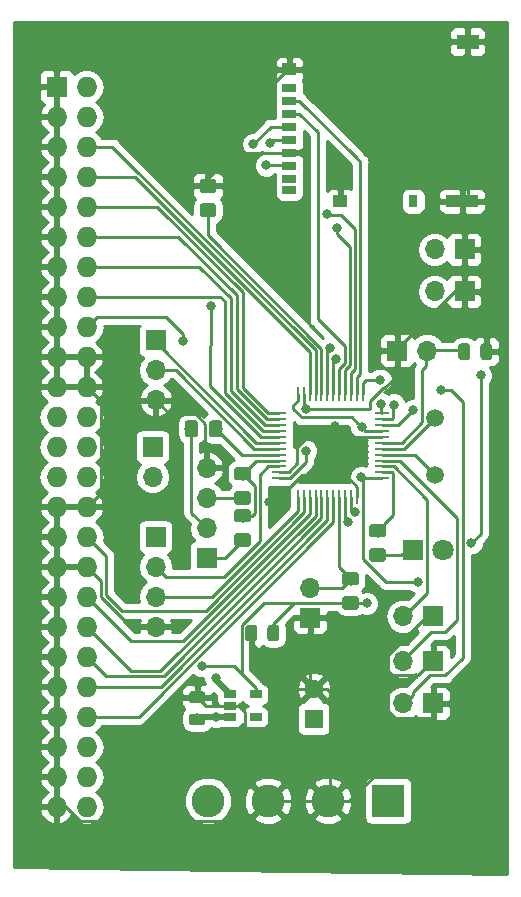
<source format=gbr>
G04 #@! TF.GenerationSoftware,KiCad,Pcbnew,5.0.2-bee76a0~70~ubuntu16.04.1*
G04 #@! TF.CreationDate,2020-12-27T18:43:41+01:00*
G04 #@! TF.ProjectId,STM32SCSISD,53544d33-3253-4435-9349-53442e6b6963,rev?*
G04 #@! TF.SameCoordinates,Original*
G04 #@! TF.FileFunction,Copper,L1,Top*
G04 #@! TF.FilePolarity,Positive*
%FSLAX46Y46*%
G04 Gerber Fmt 4.6, Leading zero omitted, Abs format (unit mm)*
G04 Created by KiCad (PCBNEW 5.0.2-bee76a0~70~ubuntu16.04.1) date sön 27 dec 2020 18:43:41*
%MOMM*%
%LPD*%
G01*
G04 APERTURE LIST*
G04 #@! TA.AperFunction,ComponentPad*
%ADD10R,1.727200X1.727200*%
G04 #@! TD*
G04 #@! TA.AperFunction,ComponentPad*
%ADD11O,1.727200X1.727200*%
G04 #@! TD*
G04 #@! TA.AperFunction,ComponentPad*
%ADD12R,1.700000X1.700000*%
G04 #@! TD*
G04 #@! TA.AperFunction,ComponentPad*
%ADD13O,1.700000X1.700000*%
G04 #@! TD*
G04 #@! TA.AperFunction,ComponentPad*
%ADD14R,2.780000X2.780000*%
G04 #@! TD*
G04 #@! TA.AperFunction,ComponentPad*
%ADD15C,2.780000*%
G04 #@! TD*
G04 #@! TA.AperFunction,ComponentPad*
%ADD16R,1.800000X1.800000*%
G04 #@! TD*
G04 #@! TA.AperFunction,ComponentPad*
%ADD17C,1.800000*%
G04 #@! TD*
G04 #@! TA.AperFunction,Conductor*
%ADD18C,0.100000*%
G04 #@! TD*
G04 #@! TA.AperFunction,SMDPad,CuDef*
%ADD19C,0.975000*%
G04 #@! TD*
G04 #@! TA.AperFunction,ComponentPad*
%ADD20C,1.500000*%
G04 #@! TD*
G04 #@! TA.AperFunction,SMDPad,CuDef*
%ADD21R,1.200000X0.700000*%
G04 #@! TD*
G04 #@! TA.AperFunction,SMDPad,CuDef*
%ADD22R,1.200000X1.000000*%
G04 #@! TD*
G04 #@! TA.AperFunction,SMDPad,CuDef*
%ADD23R,0.800000X1.000000*%
G04 #@! TD*
G04 #@! TA.AperFunction,SMDPad,CuDef*
%ADD24R,2.800000X1.000000*%
G04 #@! TD*
G04 #@! TA.AperFunction,SMDPad,CuDef*
%ADD25R,1.900000X1.300000*%
G04 #@! TD*
G04 #@! TA.AperFunction,SMDPad,CuDef*
%ADD26C,1.150000*%
G04 #@! TD*
G04 #@! TA.AperFunction,SMDPad,CuDef*
%ADD27R,1.300000X0.250000*%
G04 #@! TD*
G04 #@! TA.AperFunction,SMDPad,CuDef*
%ADD28R,0.250000X1.300000*%
G04 #@! TD*
G04 #@! TA.AperFunction,SMDPad,CuDef*
%ADD29R,1.060000X0.650000*%
G04 #@! TD*
G04 #@! TA.AperFunction,ComponentPad*
%ADD30R,1.600000X1.600000*%
G04 #@! TD*
G04 #@! TA.AperFunction,ComponentPad*
%ADD31C,1.600000*%
G04 #@! TD*
G04 #@! TA.AperFunction,ViaPad*
%ADD32C,0.800000*%
G04 #@! TD*
G04 #@! TA.AperFunction,Conductor*
%ADD33C,0.250000*%
G04 #@! TD*
G04 #@! TA.AperFunction,Conductor*
%ADD34C,0.500000*%
G04 #@! TD*
G04 #@! TA.AperFunction,Conductor*
%ADD35C,0.254000*%
G04 #@! TD*
G04 APERTURE END LIST*
D10*
G04 #@! TO.P,J4,1*
G04 #@! TO.N,GND*
X67818000Y-53860700D03*
D11*
G04 #@! TO.P,J4,2*
G04 #@! TO.N,/SCSI_DB0*
X70358000Y-53860700D03*
G04 #@! TO.P,J4,3*
G04 #@! TO.N,GND*
X67818000Y-56400700D03*
G04 #@! TO.P,J4,4*
G04 #@! TO.N,/SCSI_DB1*
X70358000Y-56400700D03*
G04 #@! TO.P,J4,5*
G04 #@! TO.N,GND*
X67818000Y-58940700D03*
G04 #@! TO.P,J4,6*
G04 #@! TO.N,/SCSI_DB2*
X70358000Y-58940700D03*
G04 #@! TO.P,J4,7*
G04 #@! TO.N,GND*
X67818000Y-61480700D03*
G04 #@! TO.P,J4,8*
G04 #@! TO.N,/SCSI_DB3*
X70358000Y-61480700D03*
G04 #@! TO.P,J4,9*
G04 #@! TO.N,GND*
X67818000Y-64020700D03*
G04 #@! TO.P,J4,10*
G04 #@! TO.N,/SCSI_DB4*
X70358000Y-64020700D03*
G04 #@! TO.P,J4,11*
G04 #@! TO.N,GND*
X67818000Y-66560700D03*
G04 #@! TO.P,J4,12*
G04 #@! TO.N,/SCSI_DB5*
X70358000Y-66560700D03*
G04 #@! TO.P,J4,13*
G04 #@! TO.N,GND*
X67818000Y-69100700D03*
G04 #@! TO.P,J4,14*
G04 #@! TO.N,/SCSI_DB6*
X70358000Y-69100700D03*
G04 #@! TO.P,J4,15*
G04 #@! TO.N,GND*
X67818000Y-71640700D03*
G04 #@! TO.P,J4,16*
G04 #@! TO.N,/SCSI_DB7*
X70358000Y-71640700D03*
G04 #@! TO.P,J4,17*
G04 #@! TO.N,GND*
X67818000Y-74180700D03*
G04 #@! TO.P,J4,18*
G04 #@! TO.N,/SCSI_DBP*
X70358000Y-74180700D03*
G04 #@! TO.P,J4,19*
G04 #@! TO.N,GND*
X67818000Y-76720700D03*
G04 #@! TO.P,J4,20*
X70358000Y-76720700D03*
G04 #@! TO.P,J4,21*
X67818000Y-79260700D03*
G04 #@! TO.P,J4,22*
X70358000Y-79260700D03*
G04 #@! TO.P,J4,23*
G04 #@! TO.N,Net-(J4-Pad23)*
X67818000Y-81800700D03*
G04 #@! TO.P,J4,24*
G04 #@! TO.N,Net-(J4-Pad24)*
X70358000Y-81800700D03*
G04 #@! TO.P,J4,25*
G04 #@! TO.N,Net-(J4-Pad25)*
X67818000Y-84340700D03*
G04 #@! TO.P,J4,26*
G04 #@! TO.N,/TERMPWR*
X70358000Y-84340700D03*
G04 #@! TO.P,J4,27*
G04 #@! TO.N,Net-(J4-Pad27)*
X67818000Y-86880700D03*
G04 #@! TO.P,J4,28*
G04 #@! TO.N,Net-(J4-Pad28)*
X70358000Y-86880700D03*
G04 #@! TO.P,J4,29*
G04 #@! TO.N,GND*
X67818000Y-89420700D03*
G04 #@! TO.P,J4,30*
X70358000Y-89420700D03*
G04 #@! TO.P,J4,31*
X67818000Y-91960700D03*
G04 #@! TO.P,J4,32*
G04 #@! TO.N,/SCSI_ATN*
X70358000Y-91960700D03*
G04 #@! TO.P,J4,33*
G04 #@! TO.N,GND*
X67818000Y-94500700D03*
G04 #@! TO.P,J4,34*
X70358000Y-94500700D03*
G04 #@! TO.P,J4,35*
X67818000Y-97040700D03*
G04 #@! TO.P,J4,36*
G04 #@! TO.N,/SCSI_BSY*
X70358000Y-97040700D03*
G04 #@! TO.P,J4,37*
G04 #@! TO.N,GND*
X67818000Y-99580700D03*
G04 #@! TO.P,J4,38*
G04 #@! TO.N,/SCSI_ACK*
X70358000Y-99580700D03*
G04 #@! TO.P,J4,39*
G04 #@! TO.N,GND*
X67818000Y-102120700D03*
G04 #@! TO.P,J4,40*
G04 #@! TO.N,/SCSI_RST*
X70358000Y-102120700D03*
G04 #@! TO.P,J4,41*
G04 #@! TO.N,GND*
X67818000Y-104660700D03*
G04 #@! TO.P,J4,42*
G04 #@! TO.N,/SCSI_MSG*
X70358000Y-104660700D03*
G04 #@! TO.P,J4,43*
G04 #@! TO.N,GND*
X67818000Y-107200700D03*
G04 #@! TO.P,J4,44*
G04 #@! TO.N,/SCSI_SEL*
X70358000Y-107200700D03*
G04 #@! TO.P,J4,45*
G04 #@! TO.N,GND*
X67818000Y-109740700D03*
G04 #@! TO.P,J4,46*
G04 #@! TO.N,/SCSI_CD*
X70358000Y-109740700D03*
G04 #@! TO.P,J4,47*
G04 #@! TO.N,GND*
X67818000Y-112280700D03*
G04 #@! TO.P,J4,48*
G04 #@! TO.N,/SCSI_REQ*
X70358000Y-112280700D03*
G04 #@! TO.P,J4,49*
G04 #@! TO.N,GND*
X67818000Y-114820700D03*
G04 #@! TO.P,J4,50*
G04 #@! TO.N,/SCSI_IO*
X70358000Y-114820700D03*
G04 #@! TD*
D12*
G04 #@! TO.P,JP1,1*
G04 #@! TO.N,GND*
X102362000Y-67627500D03*
D13*
G04 #@! TO.P,JP1,2*
G04 #@! TO.N,/IMAGE_SEL0*
X99822000Y-67627500D03*
G04 #@! TD*
G04 #@! TO.P,JP8,2*
G04 #@! TO.N,/UNIT_SEL1*
X97155000Y-102489000D03*
D12*
G04 #@! TO.P,JP8,1*
G04 #@! TO.N,GND*
X99695000Y-102489000D03*
G04 #@! TD*
G04 #@! TO.P,JP6,1*
G04 #@! TO.N,GND*
X96647000Y-76200000D03*
D13*
G04 #@! TO.P,JP6,2*
G04 #@! TO.N,/RESET*
X99187000Y-76200000D03*
G04 #@! TD*
G04 #@! TO.P,JP4,2*
G04 #@! TO.N,+5V*
X75946000Y-86868000D03*
D12*
G04 #@! TO.P,JP4,1*
G04 #@! TO.N,/TERMPWR*
X75946000Y-84328000D03*
G04 #@! TD*
G04 #@! TO.P,JP7,1*
G04 #@! TO.N,GND*
X99695000Y-98679000D03*
D13*
G04 #@! TO.P,JP7,2*
G04 #@! TO.N,/UNIT_SEL0*
X97155000Y-98679000D03*
G04 #@! TD*
G04 #@! TO.P,JP3,2*
G04 #@! TO.N,/UNIT_SEL2*
X97155000Y-106045000D03*
D12*
G04 #@! TO.P,JP3,1*
G04 #@! TO.N,GND*
X99695000Y-106045000D03*
G04 #@! TD*
G04 #@! TO.P,JP2,1*
G04 #@! TO.N,GND*
X102362000Y-71172211D03*
D13*
G04 #@! TO.P,JP2,2*
G04 #@! TO.N,/IMAGE_SEL1*
X99822000Y-71172211D03*
G04 #@! TD*
D12*
G04 #@! TO.P,J1,1*
G04 #@! TO.N,/SERIAL_TX*
X76200000Y-75311000D03*
D13*
G04 #@! TO.P,J1,2*
G04 #@! TO.N,/SERIAL_RX*
X76200000Y-77851000D03*
G04 #@! TO.P,J1,3*
G04 #@! TO.N,GND*
X76200000Y-80391000D03*
G04 #@! TD*
G04 #@! TO.P,J3,4*
G04 #@! TO.N,GND*
X80518000Y-86106000D03*
G04 #@! TO.P,J3,3*
G04 #@! TO.N,Net-(J3-Pad3)*
X80518000Y-88646000D03*
G04 #@! TO.P,J3,2*
G04 #@! TO.N,Net-(J3-Pad2)*
X80518000Y-91186000D03*
D12*
G04 #@! TO.P,J3,1*
G04 #@! TO.N,+5V*
X80518000Y-93726000D03*
G04 #@! TD*
G04 #@! TO.P,J2,1*
G04 #@! TO.N,+3V3*
X76200000Y-91948000D03*
D13*
G04 #@! TO.P,J2,2*
G04 #@! TO.N,/SWDIO*
X76200000Y-94488000D03*
G04 #@! TO.P,J2,3*
G04 #@! TO.N,/SWDCLK*
X76200000Y-97028000D03*
G04 #@! TO.P,J2,4*
G04 #@! TO.N,GND*
X76200000Y-99568000D03*
G04 #@! TD*
D14*
G04 #@! TO.P,J6,1*
G04 #@! TO.N,Net-(J6-Pad1)*
X95885000Y-114300000D03*
D15*
G04 #@! TO.P,J6,2*
G04 #@! TO.N,GND*
X90805000Y-114300000D03*
G04 #@! TO.P,J6,3*
X85725000Y-114300000D03*
G04 #@! TO.P,J6,4*
G04 #@! TO.N,+5V*
X80645000Y-114300000D03*
G04 #@! TD*
D16*
G04 #@! TO.P,D1,1*
G04 #@! TO.N,Net-(D1-Pad1)*
X97980500Y-93091000D03*
D17*
G04 #@! TO.P,D1,2*
G04 #@! TO.N,+3V3*
X100520500Y-93091000D03*
G04 #@! TD*
D18*
G04 #@! TO.N,/RESET*
G04 #@! TO.C,C5*
G36*
X102593842Y-75577374D02*
X102617503Y-75580884D01*
X102640707Y-75586696D01*
X102663229Y-75594754D01*
X102684853Y-75604982D01*
X102705370Y-75617279D01*
X102724583Y-75631529D01*
X102742307Y-75647593D01*
X102758371Y-75665317D01*
X102772621Y-75684530D01*
X102784918Y-75705047D01*
X102795146Y-75726671D01*
X102803204Y-75749193D01*
X102809016Y-75772397D01*
X102812526Y-75796058D01*
X102813700Y-75819950D01*
X102813700Y-76732450D01*
X102812526Y-76756342D01*
X102809016Y-76780003D01*
X102803204Y-76803207D01*
X102795146Y-76825729D01*
X102784918Y-76847353D01*
X102772621Y-76867870D01*
X102758371Y-76887083D01*
X102742307Y-76904807D01*
X102724583Y-76920871D01*
X102705370Y-76935121D01*
X102684853Y-76947418D01*
X102663229Y-76957646D01*
X102640707Y-76965704D01*
X102617503Y-76971516D01*
X102593842Y-76975026D01*
X102569950Y-76976200D01*
X102082450Y-76976200D01*
X102058558Y-76975026D01*
X102034897Y-76971516D01*
X102011693Y-76965704D01*
X101989171Y-76957646D01*
X101967547Y-76947418D01*
X101947030Y-76935121D01*
X101927817Y-76920871D01*
X101910093Y-76904807D01*
X101894029Y-76887083D01*
X101879779Y-76867870D01*
X101867482Y-76847353D01*
X101857254Y-76825729D01*
X101849196Y-76803207D01*
X101843384Y-76780003D01*
X101839874Y-76756342D01*
X101838700Y-76732450D01*
X101838700Y-75819950D01*
X101839874Y-75796058D01*
X101843384Y-75772397D01*
X101849196Y-75749193D01*
X101857254Y-75726671D01*
X101867482Y-75705047D01*
X101879779Y-75684530D01*
X101894029Y-75665317D01*
X101910093Y-75647593D01*
X101927817Y-75631529D01*
X101947030Y-75617279D01*
X101967547Y-75604982D01*
X101989171Y-75594754D01*
X102011693Y-75586696D01*
X102034897Y-75580884D01*
X102058558Y-75577374D01*
X102082450Y-75576200D01*
X102569950Y-75576200D01*
X102593842Y-75577374D01*
X102593842Y-75577374D01*
G37*
D19*
G04 #@! TD*
G04 #@! TO.P,C5,1*
G04 #@! TO.N,/RESET*
X102326200Y-76276200D03*
D18*
G04 #@! TO.N,GND*
G04 #@! TO.C,C5*
G36*
X104468842Y-75577374D02*
X104492503Y-75580884D01*
X104515707Y-75586696D01*
X104538229Y-75594754D01*
X104559853Y-75604982D01*
X104580370Y-75617279D01*
X104599583Y-75631529D01*
X104617307Y-75647593D01*
X104633371Y-75665317D01*
X104647621Y-75684530D01*
X104659918Y-75705047D01*
X104670146Y-75726671D01*
X104678204Y-75749193D01*
X104684016Y-75772397D01*
X104687526Y-75796058D01*
X104688700Y-75819950D01*
X104688700Y-76732450D01*
X104687526Y-76756342D01*
X104684016Y-76780003D01*
X104678204Y-76803207D01*
X104670146Y-76825729D01*
X104659918Y-76847353D01*
X104647621Y-76867870D01*
X104633371Y-76887083D01*
X104617307Y-76904807D01*
X104599583Y-76920871D01*
X104580370Y-76935121D01*
X104559853Y-76947418D01*
X104538229Y-76957646D01*
X104515707Y-76965704D01*
X104492503Y-76971516D01*
X104468842Y-76975026D01*
X104444950Y-76976200D01*
X103957450Y-76976200D01*
X103933558Y-76975026D01*
X103909897Y-76971516D01*
X103886693Y-76965704D01*
X103864171Y-76957646D01*
X103842547Y-76947418D01*
X103822030Y-76935121D01*
X103802817Y-76920871D01*
X103785093Y-76904807D01*
X103769029Y-76887083D01*
X103754779Y-76867870D01*
X103742482Y-76847353D01*
X103732254Y-76825729D01*
X103724196Y-76803207D01*
X103718384Y-76780003D01*
X103714874Y-76756342D01*
X103713700Y-76732450D01*
X103713700Y-75819950D01*
X103714874Y-75796058D01*
X103718384Y-75772397D01*
X103724196Y-75749193D01*
X103732254Y-75726671D01*
X103742482Y-75705047D01*
X103754779Y-75684530D01*
X103769029Y-75665317D01*
X103785093Y-75647593D01*
X103802817Y-75631529D01*
X103822030Y-75617279D01*
X103842547Y-75604982D01*
X103864171Y-75594754D01*
X103886693Y-75586696D01*
X103909897Y-75580884D01*
X103933558Y-75577374D01*
X103957450Y-75576200D01*
X104444950Y-75576200D01*
X104468842Y-75577374D01*
X104468842Y-75577374D01*
G37*
D19*
G04 #@! TD*
G04 #@! TO.P,C5,2*
G04 #@! TO.N,GND*
X104201200Y-76276200D03*
D20*
G04 #@! TO.P,Y1,1*
G04 #@! TO.N,Net-(C1-Pad1)*
X99885500Y-86741000D03*
G04 #@! TO.P,Y1,2*
G04 #@! TO.N,Net-(C2-Pad1)*
X99885500Y-81861000D03*
G04 #@! TD*
D18*
G04 #@! TO.N,GND*
G04 #@! TO.C,C3*
G36*
X80210742Y-105040274D02*
X80234403Y-105043784D01*
X80257607Y-105049596D01*
X80280129Y-105057654D01*
X80301753Y-105067882D01*
X80322270Y-105080179D01*
X80341483Y-105094429D01*
X80359207Y-105110493D01*
X80375271Y-105128217D01*
X80389521Y-105147430D01*
X80401818Y-105167947D01*
X80412046Y-105189571D01*
X80420104Y-105212093D01*
X80425916Y-105235297D01*
X80429426Y-105258958D01*
X80430600Y-105282850D01*
X80430600Y-105770350D01*
X80429426Y-105794242D01*
X80425916Y-105817903D01*
X80420104Y-105841107D01*
X80412046Y-105863629D01*
X80401818Y-105885253D01*
X80389521Y-105905770D01*
X80375271Y-105924983D01*
X80359207Y-105942707D01*
X80341483Y-105958771D01*
X80322270Y-105973021D01*
X80301753Y-105985318D01*
X80280129Y-105995546D01*
X80257607Y-106003604D01*
X80234403Y-106009416D01*
X80210742Y-106012926D01*
X80186850Y-106014100D01*
X79274350Y-106014100D01*
X79250458Y-106012926D01*
X79226797Y-106009416D01*
X79203593Y-106003604D01*
X79181071Y-105995546D01*
X79159447Y-105985318D01*
X79138930Y-105973021D01*
X79119717Y-105958771D01*
X79101993Y-105942707D01*
X79085929Y-105924983D01*
X79071679Y-105905770D01*
X79059382Y-105885253D01*
X79049154Y-105863629D01*
X79041096Y-105841107D01*
X79035284Y-105817903D01*
X79031774Y-105794242D01*
X79030600Y-105770350D01*
X79030600Y-105282850D01*
X79031774Y-105258958D01*
X79035284Y-105235297D01*
X79041096Y-105212093D01*
X79049154Y-105189571D01*
X79059382Y-105167947D01*
X79071679Y-105147430D01*
X79085929Y-105128217D01*
X79101993Y-105110493D01*
X79119717Y-105094429D01*
X79138930Y-105080179D01*
X79159447Y-105067882D01*
X79181071Y-105057654D01*
X79203593Y-105049596D01*
X79226797Y-105043784D01*
X79250458Y-105040274D01*
X79274350Y-105039100D01*
X80186850Y-105039100D01*
X80210742Y-105040274D01*
X80210742Y-105040274D01*
G37*
D19*
G04 #@! TD*
G04 #@! TO.P,C3,2*
G04 #@! TO.N,GND*
X79730600Y-105526600D03*
D18*
G04 #@! TO.N,+5V*
G04 #@! TO.C,C3*
G36*
X80210742Y-106915274D02*
X80234403Y-106918784D01*
X80257607Y-106924596D01*
X80280129Y-106932654D01*
X80301753Y-106942882D01*
X80322270Y-106955179D01*
X80341483Y-106969429D01*
X80359207Y-106985493D01*
X80375271Y-107003217D01*
X80389521Y-107022430D01*
X80401818Y-107042947D01*
X80412046Y-107064571D01*
X80420104Y-107087093D01*
X80425916Y-107110297D01*
X80429426Y-107133958D01*
X80430600Y-107157850D01*
X80430600Y-107645350D01*
X80429426Y-107669242D01*
X80425916Y-107692903D01*
X80420104Y-107716107D01*
X80412046Y-107738629D01*
X80401818Y-107760253D01*
X80389521Y-107780770D01*
X80375271Y-107799983D01*
X80359207Y-107817707D01*
X80341483Y-107833771D01*
X80322270Y-107848021D01*
X80301753Y-107860318D01*
X80280129Y-107870546D01*
X80257607Y-107878604D01*
X80234403Y-107884416D01*
X80210742Y-107887926D01*
X80186850Y-107889100D01*
X79274350Y-107889100D01*
X79250458Y-107887926D01*
X79226797Y-107884416D01*
X79203593Y-107878604D01*
X79181071Y-107870546D01*
X79159447Y-107860318D01*
X79138930Y-107848021D01*
X79119717Y-107833771D01*
X79101993Y-107817707D01*
X79085929Y-107799983D01*
X79071679Y-107780770D01*
X79059382Y-107760253D01*
X79049154Y-107738629D01*
X79041096Y-107716107D01*
X79035284Y-107692903D01*
X79031774Y-107669242D01*
X79030600Y-107645350D01*
X79030600Y-107157850D01*
X79031774Y-107133958D01*
X79035284Y-107110297D01*
X79041096Y-107087093D01*
X79049154Y-107064571D01*
X79059382Y-107042947D01*
X79071679Y-107022430D01*
X79085929Y-107003217D01*
X79101993Y-106985493D01*
X79119717Y-106969429D01*
X79138930Y-106955179D01*
X79159447Y-106942882D01*
X79181071Y-106932654D01*
X79203593Y-106924596D01*
X79226797Y-106918784D01*
X79250458Y-106915274D01*
X79274350Y-106914100D01*
X80186850Y-106914100D01*
X80210742Y-106915274D01*
X80210742Y-106915274D01*
G37*
D19*
G04 #@! TD*
G04 #@! TO.P,C3,1*
G04 #@! TO.N,+5V*
X79730600Y-107401600D03*
D18*
G04 #@! TO.N,+3V3*
G04 #@! TO.C,C4*
G36*
X86434842Y-99415274D02*
X86458503Y-99418784D01*
X86481707Y-99424596D01*
X86504229Y-99432654D01*
X86525853Y-99442882D01*
X86546370Y-99455179D01*
X86565583Y-99469429D01*
X86583307Y-99485493D01*
X86599371Y-99503217D01*
X86613621Y-99522430D01*
X86625918Y-99542947D01*
X86636146Y-99564571D01*
X86644204Y-99587093D01*
X86650016Y-99610297D01*
X86653526Y-99633958D01*
X86654700Y-99657850D01*
X86654700Y-100570350D01*
X86653526Y-100594242D01*
X86650016Y-100617903D01*
X86644204Y-100641107D01*
X86636146Y-100663629D01*
X86625918Y-100685253D01*
X86613621Y-100705770D01*
X86599371Y-100724983D01*
X86583307Y-100742707D01*
X86565583Y-100758771D01*
X86546370Y-100773021D01*
X86525853Y-100785318D01*
X86504229Y-100795546D01*
X86481707Y-100803604D01*
X86458503Y-100809416D01*
X86434842Y-100812926D01*
X86410950Y-100814100D01*
X85923450Y-100814100D01*
X85899558Y-100812926D01*
X85875897Y-100809416D01*
X85852693Y-100803604D01*
X85830171Y-100795546D01*
X85808547Y-100785318D01*
X85788030Y-100773021D01*
X85768817Y-100758771D01*
X85751093Y-100742707D01*
X85735029Y-100724983D01*
X85720779Y-100705770D01*
X85708482Y-100685253D01*
X85698254Y-100663629D01*
X85690196Y-100641107D01*
X85684384Y-100617903D01*
X85680874Y-100594242D01*
X85679700Y-100570350D01*
X85679700Y-99657850D01*
X85680874Y-99633958D01*
X85684384Y-99610297D01*
X85690196Y-99587093D01*
X85698254Y-99564571D01*
X85708482Y-99542947D01*
X85720779Y-99522430D01*
X85735029Y-99503217D01*
X85751093Y-99485493D01*
X85768817Y-99469429D01*
X85788030Y-99455179D01*
X85808547Y-99442882D01*
X85830171Y-99432654D01*
X85852693Y-99424596D01*
X85875897Y-99418784D01*
X85899558Y-99415274D01*
X85923450Y-99414100D01*
X86410950Y-99414100D01*
X86434842Y-99415274D01*
X86434842Y-99415274D01*
G37*
D19*
G04 #@! TD*
G04 #@! TO.P,C4,1*
G04 #@! TO.N,+3V3*
X86167200Y-100114100D03*
D18*
G04 #@! TO.N,GND*
G04 #@! TO.C,C4*
G36*
X84559842Y-99415274D02*
X84583503Y-99418784D01*
X84606707Y-99424596D01*
X84629229Y-99432654D01*
X84650853Y-99442882D01*
X84671370Y-99455179D01*
X84690583Y-99469429D01*
X84708307Y-99485493D01*
X84724371Y-99503217D01*
X84738621Y-99522430D01*
X84750918Y-99542947D01*
X84761146Y-99564571D01*
X84769204Y-99587093D01*
X84775016Y-99610297D01*
X84778526Y-99633958D01*
X84779700Y-99657850D01*
X84779700Y-100570350D01*
X84778526Y-100594242D01*
X84775016Y-100617903D01*
X84769204Y-100641107D01*
X84761146Y-100663629D01*
X84750918Y-100685253D01*
X84738621Y-100705770D01*
X84724371Y-100724983D01*
X84708307Y-100742707D01*
X84690583Y-100758771D01*
X84671370Y-100773021D01*
X84650853Y-100785318D01*
X84629229Y-100795546D01*
X84606707Y-100803604D01*
X84583503Y-100809416D01*
X84559842Y-100812926D01*
X84535950Y-100814100D01*
X84048450Y-100814100D01*
X84024558Y-100812926D01*
X84000897Y-100809416D01*
X83977693Y-100803604D01*
X83955171Y-100795546D01*
X83933547Y-100785318D01*
X83913030Y-100773021D01*
X83893817Y-100758771D01*
X83876093Y-100742707D01*
X83860029Y-100724983D01*
X83845779Y-100705770D01*
X83833482Y-100685253D01*
X83823254Y-100663629D01*
X83815196Y-100641107D01*
X83809384Y-100617903D01*
X83805874Y-100594242D01*
X83804700Y-100570350D01*
X83804700Y-99657850D01*
X83805874Y-99633958D01*
X83809384Y-99610297D01*
X83815196Y-99587093D01*
X83823254Y-99564571D01*
X83833482Y-99542947D01*
X83845779Y-99522430D01*
X83860029Y-99503217D01*
X83876093Y-99485493D01*
X83893817Y-99469429D01*
X83913030Y-99455179D01*
X83933547Y-99442882D01*
X83955171Y-99432654D01*
X83977693Y-99424596D01*
X84000897Y-99418784D01*
X84024558Y-99415274D01*
X84048450Y-99414100D01*
X84535950Y-99414100D01*
X84559842Y-99415274D01*
X84559842Y-99415274D01*
G37*
D19*
G04 #@! TD*
G04 #@! TO.P,C4,2*
G04 #@! TO.N,GND*
X84292200Y-100114100D03*
D21*
G04 #@! TO.P,J7,9*
G04 #@! TO.N,Net-(J7-Pad9)*
X87525000Y-62580500D03*
G04 #@! TO.P,J7,8*
G04 #@! TO.N,Net-(J7-Pad8)*
X87525000Y-61630500D03*
G04 #@! TO.P,J7,1*
G04 #@! TO.N,Net-(J7-Pad1)*
X87525000Y-53930500D03*
G04 #@! TO.P,J7,2*
G04 #@! TO.N,/SD_CS*
X87525000Y-55030500D03*
G04 #@! TO.P,J7,3*
G04 #@! TO.N,/SD_MOSI*
X87525000Y-56130500D03*
G04 #@! TO.P,J7,4*
G04 #@! TO.N,+3V3*
X87525000Y-57230500D03*
G04 #@! TO.P,J7,5*
G04 #@! TO.N,/SD_CLK*
X87525000Y-58330500D03*
G04 #@! TO.P,J7,6*
G04 #@! TO.N,GND*
X87525000Y-59430500D03*
G04 #@! TO.P,J7,7*
G04 #@! TO.N,/SD_MISO*
X87525000Y-60530500D03*
D22*
G04 #@! TO.P,J7,11*
G04 #@! TO.N,GND*
X87525000Y-52380500D03*
X91825000Y-63530500D03*
D23*
G04 #@! TO.P,J7,10*
G04 #@! TO.N,Net-(J7-Pad10)*
X98025000Y-63530500D03*
D24*
G04 #@! TO.P,J7,11*
G04 #@! TO.N,GND*
X102175000Y-63530500D03*
D25*
X102625000Y-50030500D03*
G04 #@! TD*
D12*
G04 #@! TO.P,JP5,1*
G04 #@! TO.N,GND*
X89281000Y-98793300D03*
D13*
G04 #@! TO.P,JP5,2*
G04 #@! TO.N,Net-(JP5-Pad2)*
X89281000Y-96253300D03*
G04 #@! TD*
D18*
G04 #@! TO.N,/USB-*
G04 #@! TO.C,R1*
G36*
X81638505Y-82105204D02*
X81662773Y-82108804D01*
X81686572Y-82114765D01*
X81709671Y-82123030D01*
X81731850Y-82133520D01*
X81752893Y-82146132D01*
X81772599Y-82160747D01*
X81790777Y-82177223D01*
X81807253Y-82195401D01*
X81821868Y-82215107D01*
X81834480Y-82236150D01*
X81844970Y-82258329D01*
X81853235Y-82281428D01*
X81859196Y-82305227D01*
X81862796Y-82329495D01*
X81864000Y-82353999D01*
X81864000Y-83254001D01*
X81862796Y-83278505D01*
X81859196Y-83302773D01*
X81853235Y-83326572D01*
X81844970Y-83349671D01*
X81834480Y-83371850D01*
X81821868Y-83392893D01*
X81807253Y-83412599D01*
X81790777Y-83430777D01*
X81772599Y-83447253D01*
X81752893Y-83461868D01*
X81731850Y-83474480D01*
X81709671Y-83484970D01*
X81686572Y-83493235D01*
X81662773Y-83499196D01*
X81638505Y-83502796D01*
X81614001Y-83504000D01*
X80963999Y-83504000D01*
X80939495Y-83502796D01*
X80915227Y-83499196D01*
X80891428Y-83493235D01*
X80868329Y-83484970D01*
X80846150Y-83474480D01*
X80825107Y-83461868D01*
X80805401Y-83447253D01*
X80787223Y-83430777D01*
X80770747Y-83412599D01*
X80756132Y-83392893D01*
X80743520Y-83371850D01*
X80733030Y-83349671D01*
X80724765Y-83326572D01*
X80718804Y-83302773D01*
X80715204Y-83278505D01*
X80714000Y-83254001D01*
X80714000Y-82353999D01*
X80715204Y-82329495D01*
X80718804Y-82305227D01*
X80724765Y-82281428D01*
X80733030Y-82258329D01*
X80743520Y-82236150D01*
X80756132Y-82215107D01*
X80770747Y-82195401D01*
X80787223Y-82177223D01*
X80805401Y-82160747D01*
X80825107Y-82146132D01*
X80846150Y-82133520D01*
X80868329Y-82123030D01*
X80891428Y-82114765D01*
X80915227Y-82108804D01*
X80939495Y-82105204D01*
X80963999Y-82104000D01*
X81614001Y-82104000D01*
X81638505Y-82105204D01*
X81638505Y-82105204D01*
G37*
D26*
G04 #@! TD*
G04 #@! TO.P,R1,1*
G04 #@! TO.N,/USB-*
X81289000Y-82804000D03*
D18*
G04 #@! TO.N,Net-(J3-Pad2)*
G04 #@! TO.C,R1*
G36*
X79588505Y-82105204D02*
X79612773Y-82108804D01*
X79636572Y-82114765D01*
X79659671Y-82123030D01*
X79681850Y-82133520D01*
X79702893Y-82146132D01*
X79722599Y-82160747D01*
X79740777Y-82177223D01*
X79757253Y-82195401D01*
X79771868Y-82215107D01*
X79784480Y-82236150D01*
X79794970Y-82258329D01*
X79803235Y-82281428D01*
X79809196Y-82305227D01*
X79812796Y-82329495D01*
X79814000Y-82353999D01*
X79814000Y-83254001D01*
X79812796Y-83278505D01*
X79809196Y-83302773D01*
X79803235Y-83326572D01*
X79794970Y-83349671D01*
X79784480Y-83371850D01*
X79771868Y-83392893D01*
X79757253Y-83412599D01*
X79740777Y-83430777D01*
X79722599Y-83447253D01*
X79702893Y-83461868D01*
X79681850Y-83474480D01*
X79659671Y-83484970D01*
X79636572Y-83493235D01*
X79612773Y-83499196D01*
X79588505Y-83502796D01*
X79564001Y-83504000D01*
X78913999Y-83504000D01*
X78889495Y-83502796D01*
X78865227Y-83499196D01*
X78841428Y-83493235D01*
X78818329Y-83484970D01*
X78796150Y-83474480D01*
X78775107Y-83461868D01*
X78755401Y-83447253D01*
X78737223Y-83430777D01*
X78720747Y-83412599D01*
X78706132Y-83392893D01*
X78693520Y-83371850D01*
X78683030Y-83349671D01*
X78674765Y-83326572D01*
X78668804Y-83302773D01*
X78665204Y-83278505D01*
X78664000Y-83254001D01*
X78664000Y-82353999D01*
X78665204Y-82329495D01*
X78668804Y-82305227D01*
X78674765Y-82281428D01*
X78683030Y-82258329D01*
X78693520Y-82236150D01*
X78706132Y-82215107D01*
X78720747Y-82195401D01*
X78737223Y-82177223D01*
X78755401Y-82160747D01*
X78775107Y-82146132D01*
X78796150Y-82133520D01*
X78818329Y-82123030D01*
X78841428Y-82114765D01*
X78865227Y-82108804D01*
X78889495Y-82105204D01*
X78913999Y-82104000D01*
X79564001Y-82104000D01*
X79588505Y-82105204D01*
X79588505Y-82105204D01*
G37*
D26*
G04 #@! TD*
G04 #@! TO.P,R1,2*
G04 #@! TO.N,Net-(J3-Pad2)*
X79239000Y-82804000D03*
D18*
G04 #@! TO.N,Net-(J3-Pad3)*
G04 #@! TO.C,R2*
G36*
X84040505Y-88081204D02*
X84064773Y-88084804D01*
X84088572Y-88090765D01*
X84111671Y-88099030D01*
X84133850Y-88109520D01*
X84154893Y-88122132D01*
X84174599Y-88136747D01*
X84192777Y-88153223D01*
X84209253Y-88171401D01*
X84223868Y-88191107D01*
X84236480Y-88212150D01*
X84246970Y-88234329D01*
X84255235Y-88257428D01*
X84261196Y-88281227D01*
X84264796Y-88305495D01*
X84266000Y-88329999D01*
X84266000Y-88980001D01*
X84264796Y-89004505D01*
X84261196Y-89028773D01*
X84255235Y-89052572D01*
X84246970Y-89075671D01*
X84236480Y-89097850D01*
X84223868Y-89118893D01*
X84209253Y-89138599D01*
X84192777Y-89156777D01*
X84174599Y-89173253D01*
X84154893Y-89187868D01*
X84133850Y-89200480D01*
X84111671Y-89210970D01*
X84088572Y-89219235D01*
X84064773Y-89225196D01*
X84040505Y-89228796D01*
X84016001Y-89230000D01*
X83115999Y-89230000D01*
X83091495Y-89228796D01*
X83067227Y-89225196D01*
X83043428Y-89219235D01*
X83020329Y-89210970D01*
X82998150Y-89200480D01*
X82977107Y-89187868D01*
X82957401Y-89173253D01*
X82939223Y-89156777D01*
X82922747Y-89138599D01*
X82908132Y-89118893D01*
X82895520Y-89097850D01*
X82885030Y-89075671D01*
X82876765Y-89052572D01*
X82870804Y-89028773D01*
X82867204Y-89004505D01*
X82866000Y-88980001D01*
X82866000Y-88329999D01*
X82867204Y-88305495D01*
X82870804Y-88281227D01*
X82876765Y-88257428D01*
X82885030Y-88234329D01*
X82895520Y-88212150D01*
X82908132Y-88191107D01*
X82922747Y-88171401D01*
X82939223Y-88153223D01*
X82957401Y-88136747D01*
X82977107Y-88122132D01*
X82998150Y-88109520D01*
X83020329Y-88099030D01*
X83043428Y-88090765D01*
X83067227Y-88084804D01*
X83091495Y-88081204D01*
X83115999Y-88080000D01*
X84016001Y-88080000D01*
X84040505Y-88081204D01*
X84040505Y-88081204D01*
G37*
D26*
G04 #@! TD*
G04 #@! TO.P,R2,2*
G04 #@! TO.N,Net-(J3-Pad3)*
X83566000Y-88655000D03*
D18*
G04 #@! TO.N,/USB+*
G04 #@! TO.C,R2*
G36*
X84040505Y-86031204D02*
X84064773Y-86034804D01*
X84088572Y-86040765D01*
X84111671Y-86049030D01*
X84133850Y-86059520D01*
X84154893Y-86072132D01*
X84174599Y-86086747D01*
X84192777Y-86103223D01*
X84209253Y-86121401D01*
X84223868Y-86141107D01*
X84236480Y-86162150D01*
X84246970Y-86184329D01*
X84255235Y-86207428D01*
X84261196Y-86231227D01*
X84264796Y-86255495D01*
X84266000Y-86279999D01*
X84266000Y-86930001D01*
X84264796Y-86954505D01*
X84261196Y-86978773D01*
X84255235Y-87002572D01*
X84246970Y-87025671D01*
X84236480Y-87047850D01*
X84223868Y-87068893D01*
X84209253Y-87088599D01*
X84192777Y-87106777D01*
X84174599Y-87123253D01*
X84154893Y-87137868D01*
X84133850Y-87150480D01*
X84111671Y-87160970D01*
X84088572Y-87169235D01*
X84064773Y-87175196D01*
X84040505Y-87178796D01*
X84016001Y-87180000D01*
X83115999Y-87180000D01*
X83091495Y-87178796D01*
X83067227Y-87175196D01*
X83043428Y-87169235D01*
X83020329Y-87160970D01*
X82998150Y-87150480D01*
X82977107Y-87137868D01*
X82957401Y-87123253D01*
X82939223Y-87106777D01*
X82922747Y-87088599D01*
X82908132Y-87068893D01*
X82895520Y-87047850D01*
X82885030Y-87025671D01*
X82876765Y-87002572D01*
X82870804Y-86978773D01*
X82867204Y-86954505D01*
X82866000Y-86930001D01*
X82866000Y-86279999D01*
X82867204Y-86255495D01*
X82870804Y-86231227D01*
X82876765Y-86207428D01*
X82885030Y-86184329D01*
X82895520Y-86162150D01*
X82908132Y-86141107D01*
X82922747Y-86121401D01*
X82939223Y-86103223D01*
X82957401Y-86086747D01*
X82977107Y-86072132D01*
X82998150Y-86059520D01*
X83020329Y-86049030D01*
X83043428Y-86040765D01*
X83067227Y-86034804D01*
X83091495Y-86031204D01*
X83115999Y-86030000D01*
X84016001Y-86030000D01*
X84040505Y-86031204D01*
X84040505Y-86031204D01*
G37*
D26*
G04 #@! TD*
G04 #@! TO.P,R2,1*
G04 #@! TO.N,/USB+*
X83566000Y-86605000D03*
D18*
G04 #@! TO.N,/USB+*
G04 #@! TO.C,R3*
G36*
X84040505Y-89587204D02*
X84064773Y-89590804D01*
X84088572Y-89596765D01*
X84111671Y-89605030D01*
X84133850Y-89615520D01*
X84154893Y-89628132D01*
X84174599Y-89642747D01*
X84192777Y-89659223D01*
X84209253Y-89677401D01*
X84223868Y-89697107D01*
X84236480Y-89718150D01*
X84246970Y-89740329D01*
X84255235Y-89763428D01*
X84261196Y-89787227D01*
X84264796Y-89811495D01*
X84266000Y-89835999D01*
X84266000Y-90486001D01*
X84264796Y-90510505D01*
X84261196Y-90534773D01*
X84255235Y-90558572D01*
X84246970Y-90581671D01*
X84236480Y-90603850D01*
X84223868Y-90624893D01*
X84209253Y-90644599D01*
X84192777Y-90662777D01*
X84174599Y-90679253D01*
X84154893Y-90693868D01*
X84133850Y-90706480D01*
X84111671Y-90716970D01*
X84088572Y-90725235D01*
X84064773Y-90731196D01*
X84040505Y-90734796D01*
X84016001Y-90736000D01*
X83115999Y-90736000D01*
X83091495Y-90734796D01*
X83067227Y-90731196D01*
X83043428Y-90725235D01*
X83020329Y-90716970D01*
X82998150Y-90706480D01*
X82977107Y-90693868D01*
X82957401Y-90679253D01*
X82939223Y-90662777D01*
X82922747Y-90644599D01*
X82908132Y-90624893D01*
X82895520Y-90603850D01*
X82885030Y-90581671D01*
X82876765Y-90558572D01*
X82870804Y-90534773D01*
X82867204Y-90510505D01*
X82866000Y-90486001D01*
X82866000Y-89835999D01*
X82867204Y-89811495D01*
X82870804Y-89787227D01*
X82876765Y-89763428D01*
X82885030Y-89740329D01*
X82895520Y-89718150D01*
X82908132Y-89697107D01*
X82922747Y-89677401D01*
X82939223Y-89659223D01*
X82957401Y-89642747D01*
X82977107Y-89628132D01*
X82998150Y-89615520D01*
X83020329Y-89605030D01*
X83043428Y-89596765D01*
X83067227Y-89590804D01*
X83091495Y-89587204D01*
X83115999Y-89586000D01*
X84016001Y-89586000D01*
X84040505Y-89587204D01*
X84040505Y-89587204D01*
G37*
D26*
G04 #@! TD*
G04 #@! TO.P,R3,1*
G04 #@! TO.N,/USB+*
X83566000Y-90161000D03*
D18*
G04 #@! TO.N,+5V*
G04 #@! TO.C,R3*
G36*
X84040505Y-91637204D02*
X84064773Y-91640804D01*
X84088572Y-91646765D01*
X84111671Y-91655030D01*
X84133850Y-91665520D01*
X84154893Y-91678132D01*
X84174599Y-91692747D01*
X84192777Y-91709223D01*
X84209253Y-91727401D01*
X84223868Y-91747107D01*
X84236480Y-91768150D01*
X84246970Y-91790329D01*
X84255235Y-91813428D01*
X84261196Y-91837227D01*
X84264796Y-91861495D01*
X84266000Y-91885999D01*
X84266000Y-92536001D01*
X84264796Y-92560505D01*
X84261196Y-92584773D01*
X84255235Y-92608572D01*
X84246970Y-92631671D01*
X84236480Y-92653850D01*
X84223868Y-92674893D01*
X84209253Y-92694599D01*
X84192777Y-92712777D01*
X84174599Y-92729253D01*
X84154893Y-92743868D01*
X84133850Y-92756480D01*
X84111671Y-92766970D01*
X84088572Y-92775235D01*
X84064773Y-92781196D01*
X84040505Y-92784796D01*
X84016001Y-92786000D01*
X83115999Y-92786000D01*
X83091495Y-92784796D01*
X83067227Y-92781196D01*
X83043428Y-92775235D01*
X83020329Y-92766970D01*
X82998150Y-92756480D01*
X82977107Y-92743868D01*
X82957401Y-92729253D01*
X82939223Y-92712777D01*
X82922747Y-92694599D01*
X82908132Y-92674893D01*
X82895520Y-92653850D01*
X82885030Y-92631671D01*
X82876765Y-92608572D01*
X82870804Y-92584773D01*
X82867204Y-92560505D01*
X82866000Y-92536001D01*
X82866000Y-91885999D01*
X82867204Y-91861495D01*
X82870804Y-91837227D01*
X82876765Y-91813428D01*
X82885030Y-91790329D01*
X82895520Y-91768150D01*
X82908132Y-91747107D01*
X82922747Y-91727401D01*
X82939223Y-91709223D01*
X82957401Y-91692747D01*
X82977107Y-91678132D01*
X82998150Y-91665520D01*
X83020329Y-91655030D01*
X83043428Y-91646765D01*
X83067227Y-91640804D01*
X83091495Y-91637204D01*
X83115999Y-91636000D01*
X84016001Y-91636000D01*
X84040505Y-91637204D01*
X84040505Y-91637204D01*
G37*
D26*
G04 #@! TD*
G04 #@! TO.P,R3,2*
G04 #@! TO.N,+5V*
X83566000Y-92211000D03*
D18*
G04 #@! TO.N,Net-(D1-Pad1)*
G04 #@! TO.C,R5*
G36*
X95470505Y-92907204D02*
X95494773Y-92910804D01*
X95518572Y-92916765D01*
X95541671Y-92925030D01*
X95563850Y-92935520D01*
X95584893Y-92948132D01*
X95604599Y-92962747D01*
X95622777Y-92979223D01*
X95639253Y-92997401D01*
X95653868Y-93017107D01*
X95666480Y-93038150D01*
X95676970Y-93060329D01*
X95685235Y-93083428D01*
X95691196Y-93107227D01*
X95694796Y-93131495D01*
X95696000Y-93155999D01*
X95696000Y-93806001D01*
X95694796Y-93830505D01*
X95691196Y-93854773D01*
X95685235Y-93878572D01*
X95676970Y-93901671D01*
X95666480Y-93923850D01*
X95653868Y-93944893D01*
X95639253Y-93964599D01*
X95622777Y-93982777D01*
X95604599Y-93999253D01*
X95584893Y-94013868D01*
X95563850Y-94026480D01*
X95541671Y-94036970D01*
X95518572Y-94045235D01*
X95494773Y-94051196D01*
X95470505Y-94054796D01*
X95446001Y-94056000D01*
X94545999Y-94056000D01*
X94521495Y-94054796D01*
X94497227Y-94051196D01*
X94473428Y-94045235D01*
X94450329Y-94036970D01*
X94428150Y-94026480D01*
X94407107Y-94013868D01*
X94387401Y-93999253D01*
X94369223Y-93982777D01*
X94352747Y-93964599D01*
X94338132Y-93944893D01*
X94325520Y-93923850D01*
X94315030Y-93901671D01*
X94306765Y-93878572D01*
X94300804Y-93854773D01*
X94297204Y-93830505D01*
X94296000Y-93806001D01*
X94296000Y-93155999D01*
X94297204Y-93131495D01*
X94300804Y-93107227D01*
X94306765Y-93083428D01*
X94315030Y-93060329D01*
X94325520Y-93038150D01*
X94338132Y-93017107D01*
X94352747Y-92997401D01*
X94369223Y-92979223D01*
X94387401Y-92962747D01*
X94407107Y-92948132D01*
X94428150Y-92935520D01*
X94450329Y-92925030D01*
X94473428Y-92916765D01*
X94497227Y-92910804D01*
X94521495Y-92907204D01*
X94545999Y-92906000D01*
X95446001Y-92906000D01*
X95470505Y-92907204D01*
X95470505Y-92907204D01*
G37*
D26*
G04 #@! TD*
G04 #@! TO.P,R5,2*
G04 #@! TO.N,Net-(D1-Pad1)*
X94996000Y-93481000D03*
D18*
G04 #@! TO.N,/ACTIVITY_LED*
G04 #@! TO.C,R5*
G36*
X95470505Y-90857204D02*
X95494773Y-90860804D01*
X95518572Y-90866765D01*
X95541671Y-90875030D01*
X95563850Y-90885520D01*
X95584893Y-90898132D01*
X95604599Y-90912747D01*
X95622777Y-90929223D01*
X95639253Y-90947401D01*
X95653868Y-90967107D01*
X95666480Y-90988150D01*
X95676970Y-91010329D01*
X95685235Y-91033428D01*
X95691196Y-91057227D01*
X95694796Y-91081495D01*
X95696000Y-91105999D01*
X95696000Y-91756001D01*
X95694796Y-91780505D01*
X95691196Y-91804773D01*
X95685235Y-91828572D01*
X95676970Y-91851671D01*
X95666480Y-91873850D01*
X95653868Y-91894893D01*
X95639253Y-91914599D01*
X95622777Y-91932777D01*
X95604599Y-91949253D01*
X95584893Y-91963868D01*
X95563850Y-91976480D01*
X95541671Y-91986970D01*
X95518572Y-91995235D01*
X95494773Y-92001196D01*
X95470505Y-92004796D01*
X95446001Y-92006000D01*
X94545999Y-92006000D01*
X94521495Y-92004796D01*
X94497227Y-92001196D01*
X94473428Y-91995235D01*
X94450329Y-91986970D01*
X94428150Y-91976480D01*
X94407107Y-91963868D01*
X94387401Y-91949253D01*
X94369223Y-91932777D01*
X94352747Y-91914599D01*
X94338132Y-91894893D01*
X94325520Y-91873850D01*
X94315030Y-91851671D01*
X94306765Y-91828572D01*
X94300804Y-91804773D01*
X94297204Y-91780505D01*
X94296000Y-91756001D01*
X94296000Y-91105999D01*
X94297204Y-91081495D01*
X94300804Y-91057227D01*
X94306765Y-91033428D01*
X94315030Y-91010329D01*
X94325520Y-90988150D01*
X94338132Y-90967107D01*
X94352747Y-90947401D01*
X94369223Y-90929223D01*
X94387401Y-90912747D01*
X94407107Y-90898132D01*
X94428150Y-90885520D01*
X94450329Y-90875030D01*
X94473428Y-90866765D01*
X94497227Y-90860804D01*
X94521495Y-90857204D01*
X94545999Y-90856000D01*
X95446001Y-90856000D01*
X95470505Y-90857204D01*
X95470505Y-90857204D01*
G37*
D26*
G04 #@! TD*
G04 #@! TO.P,R5,1*
G04 #@! TO.N,/ACTIVITY_LED*
X94996000Y-91431000D03*
D18*
G04 #@! TO.N,+3V3*
G04 #@! TO.C,R7*
G36*
X93184505Y-96971204D02*
X93208773Y-96974804D01*
X93232572Y-96980765D01*
X93255671Y-96989030D01*
X93277850Y-96999520D01*
X93298893Y-97012132D01*
X93318599Y-97026747D01*
X93336777Y-97043223D01*
X93353253Y-97061401D01*
X93367868Y-97081107D01*
X93380480Y-97102150D01*
X93390970Y-97124329D01*
X93399235Y-97147428D01*
X93405196Y-97171227D01*
X93408796Y-97195495D01*
X93410000Y-97219999D01*
X93410000Y-97870001D01*
X93408796Y-97894505D01*
X93405196Y-97918773D01*
X93399235Y-97942572D01*
X93390970Y-97965671D01*
X93380480Y-97987850D01*
X93367868Y-98008893D01*
X93353253Y-98028599D01*
X93336777Y-98046777D01*
X93318599Y-98063253D01*
X93298893Y-98077868D01*
X93277850Y-98090480D01*
X93255671Y-98100970D01*
X93232572Y-98109235D01*
X93208773Y-98115196D01*
X93184505Y-98118796D01*
X93160001Y-98120000D01*
X92259999Y-98120000D01*
X92235495Y-98118796D01*
X92211227Y-98115196D01*
X92187428Y-98109235D01*
X92164329Y-98100970D01*
X92142150Y-98090480D01*
X92121107Y-98077868D01*
X92101401Y-98063253D01*
X92083223Y-98046777D01*
X92066747Y-98028599D01*
X92052132Y-98008893D01*
X92039520Y-97987850D01*
X92029030Y-97965671D01*
X92020765Y-97942572D01*
X92014804Y-97918773D01*
X92011204Y-97894505D01*
X92010000Y-97870001D01*
X92010000Y-97219999D01*
X92011204Y-97195495D01*
X92014804Y-97171227D01*
X92020765Y-97147428D01*
X92029030Y-97124329D01*
X92039520Y-97102150D01*
X92052132Y-97081107D01*
X92066747Y-97061401D01*
X92083223Y-97043223D01*
X92101401Y-97026747D01*
X92121107Y-97012132D01*
X92142150Y-96999520D01*
X92164329Y-96989030D01*
X92187428Y-96980765D01*
X92211227Y-96974804D01*
X92235495Y-96971204D01*
X92259999Y-96970000D01*
X93160001Y-96970000D01*
X93184505Y-96971204D01*
X93184505Y-96971204D01*
G37*
D26*
G04 #@! TD*
G04 #@! TO.P,R7,1*
G04 #@! TO.N,+3V3*
X92710000Y-97545000D03*
D18*
G04 #@! TO.N,Net-(JP5-Pad2)*
G04 #@! TO.C,R7*
G36*
X93184505Y-94921204D02*
X93208773Y-94924804D01*
X93232572Y-94930765D01*
X93255671Y-94939030D01*
X93277850Y-94949520D01*
X93298893Y-94962132D01*
X93318599Y-94976747D01*
X93336777Y-94993223D01*
X93353253Y-95011401D01*
X93367868Y-95031107D01*
X93380480Y-95052150D01*
X93390970Y-95074329D01*
X93399235Y-95097428D01*
X93405196Y-95121227D01*
X93408796Y-95145495D01*
X93410000Y-95169999D01*
X93410000Y-95820001D01*
X93408796Y-95844505D01*
X93405196Y-95868773D01*
X93399235Y-95892572D01*
X93390970Y-95915671D01*
X93380480Y-95937850D01*
X93367868Y-95958893D01*
X93353253Y-95978599D01*
X93336777Y-95996777D01*
X93318599Y-96013253D01*
X93298893Y-96027868D01*
X93277850Y-96040480D01*
X93255671Y-96050970D01*
X93232572Y-96059235D01*
X93208773Y-96065196D01*
X93184505Y-96068796D01*
X93160001Y-96070000D01*
X92259999Y-96070000D01*
X92235495Y-96068796D01*
X92211227Y-96065196D01*
X92187428Y-96059235D01*
X92164329Y-96050970D01*
X92142150Y-96040480D01*
X92121107Y-96027868D01*
X92101401Y-96013253D01*
X92083223Y-95996777D01*
X92066747Y-95978599D01*
X92052132Y-95958893D01*
X92039520Y-95937850D01*
X92029030Y-95915671D01*
X92020765Y-95892572D01*
X92014804Y-95868773D01*
X92011204Y-95844505D01*
X92010000Y-95820001D01*
X92010000Y-95169999D01*
X92011204Y-95145495D01*
X92014804Y-95121227D01*
X92020765Y-95097428D01*
X92029030Y-95074329D01*
X92039520Y-95052150D01*
X92052132Y-95031107D01*
X92066747Y-95011401D01*
X92083223Y-94993223D01*
X92101401Y-94976747D01*
X92121107Y-94962132D01*
X92142150Y-94949520D01*
X92164329Y-94939030D01*
X92187428Y-94930765D01*
X92211227Y-94924804D01*
X92235495Y-94921204D01*
X92259999Y-94920000D01*
X93160001Y-94920000D01*
X93184505Y-94921204D01*
X93184505Y-94921204D01*
G37*
D26*
G04 #@! TD*
G04 #@! TO.P,R7,2*
G04 #@! TO.N,Net-(JP5-Pad2)*
X92710000Y-95495000D03*
D18*
G04 #@! TO.N,GND*
G04 #@! TO.C,R8*
G36*
X81106805Y-61672604D02*
X81131073Y-61676204D01*
X81154872Y-61682165D01*
X81177971Y-61690430D01*
X81200150Y-61700920D01*
X81221193Y-61713532D01*
X81240899Y-61728147D01*
X81259077Y-61744623D01*
X81275553Y-61762801D01*
X81290168Y-61782507D01*
X81302780Y-61803550D01*
X81313270Y-61825729D01*
X81321535Y-61848828D01*
X81327496Y-61872627D01*
X81331096Y-61896895D01*
X81332300Y-61921399D01*
X81332300Y-62571401D01*
X81331096Y-62595905D01*
X81327496Y-62620173D01*
X81321535Y-62643972D01*
X81313270Y-62667071D01*
X81302780Y-62689250D01*
X81290168Y-62710293D01*
X81275553Y-62729999D01*
X81259077Y-62748177D01*
X81240899Y-62764653D01*
X81221193Y-62779268D01*
X81200150Y-62791880D01*
X81177971Y-62802370D01*
X81154872Y-62810635D01*
X81131073Y-62816596D01*
X81106805Y-62820196D01*
X81082301Y-62821400D01*
X80182299Y-62821400D01*
X80157795Y-62820196D01*
X80133527Y-62816596D01*
X80109728Y-62810635D01*
X80086629Y-62802370D01*
X80064450Y-62791880D01*
X80043407Y-62779268D01*
X80023701Y-62764653D01*
X80005523Y-62748177D01*
X79989047Y-62729999D01*
X79974432Y-62710293D01*
X79961820Y-62689250D01*
X79951330Y-62667071D01*
X79943065Y-62643972D01*
X79937104Y-62620173D01*
X79933504Y-62595905D01*
X79932300Y-62571401D01*
X79932300Y-61921399D01*
X79933504Y-61896895D01*
X79937104Y-61872627D01*
X79943065Y-61848828D01*
X79951330Y-61825729D01*
X79961820Y-61803550D01*
X79974432Y-61782507D01*
X79989047Y-61762801D01*
X80005523Y-61744623D01*
X80023701Y-61728147D01*
X80043407Y-61713532D01*
X80064450Y-61700920D01*
X80086629Y-61690430D01*
X80109728Y-61682165D01*
X80133527Y-61676204D01*
X80157795Y-61672604D01*
X80182299Y-61671400D01*
X81082301Y-61671400D01*
X81106805Y-61672604D01*
X81106805Y-61672604D01*
G37*
D26*
G04 #@! TD*
G04 #@! TO.P,R8,1*
G04 #@! TO.N,GND*
X80632300Y-62246400D03*
D18*
G04 #@! TO.N,Net-(R8-Pad2)*
G04 #@! TO.C,R8*
G36*
X81106805Y-63722604D02*
X81131073Y-63726204D01*
X81154872Y-63732165D01*
X81177971Y-63740430D01*
X81200150Y-63750920D01*
X81221193Y-63763532D01*
X81240899Y-63778147D01*
X81259077Y-63794623D01*
X81275553Y-63812801D01*
X81290168Y-63832507D01*
X81302780Y-63853550D01*
X81313270Y-63875729D01*
X81321535Y-63898828D01*
X81327496Y-63922627D01*
X81331096Y-63946895D01*
X81332300Y-63971399D01*
X81332300Y-64621401D01*
X81331096Y-64645905D01*
X81327496Y-64670173D01*
X81321535Y-64693972D01*
X81313270Y-64717071D01*
X81302780Y-64739250D01*
X81290168Y-64760293D01*
X81275553Y-64779999D01*
X81259077Y-64798177D01*
X81240899Y-64814653D01*
X81221193Y-64829268D01*
X81200150Y-64841880D01*
X81177971Y-64852370D01*
X81154872Y-64860635D01*
X81131073Y-64866596D01*
X81106805Y-64870196D01*
X81082301Y-64871400D01*
X80182299Y-64871400D01*
X80157795Y-64870196D01*
X80133527Y-64866596D01*
X80109728Y-64860635D01*
X80086629Y-64852370D01*
X80064450Y-64841880D01*
X80043407Y-64829268D01*
X80023701Y-64814653D01*
X80005523Y-64798177D01*
X79989047Y-64779999D01*
X79974432Y-64760293D01*
X79961820Y-64739250D01*
X79951330Y-64717071D01*
X79943065Y-64693972D01*
X79937104Y-64670173D01*
X79933504Y-64645905D01*
X79932300Y-64621401D01*
X79932300Y-63971399D01*
X79933504Y-63946895D01*
X79937104Y-63922627D01*
X79943065Y-63898828D01*
X79951330Y-63875729D01*
X79961820Y-63853550D01*
X79974432Y-63832507D01*
X79989047Y-63812801D01*
X80005523Y-63794623D01*
X80023701Y-63778147D01*
X80043407Y-63763532D01*
X80064450Y-63750920D01*
X80086629Y-63740430D01*
X80109728Y-63732165D01*
X80133527Y-63726204D01*
X80157795Y-63722604D01*
X80182299Y-63721400D01*
X81082301Y-63721400D01*
X81106805Y-63722604D01*
X81106805Y-63722604D01*
G37*
D26*
G04 #@! TD*
G04 #@! TO.P,R8,2*
G04 #@! TO.N,Net-(R8-Pad2)*
X80632300Y-64296400D03*
D27*
G04 #@! TO.P,U1,1*
G04 #@! TO.N,+3V3*
X95350000Y-87000000D03*
G04 #@! TO.P,U1,2*
G04 #@! TO.N,/ACTIVITY_LED*
X95350000Y-86500000D03*
G04 #@! TO.P,U1,3*
G04 #@! TO.N,/UNIT_SEL0*
X95350000Y-86000000D03*
G04 #@! TO.P,U1,4*
G04 #@! TO.N,/UNIT_SEL1*
X95350000Y-85500000D03*
G04 #@! TO.P,U1,5*
G04 #@! TO.N,Net-(C1-Pad1)*
X95350000Y-85000000D03*
G04 #@! TO.P,U1,6*
G04 #@! TO.N,Net-(C2-Pad1)*
X95350000Y-84500000D03*
G04 #@! TO.P,U1,7*
G04 #@! TO.N,/RESET*
X95350000Y-84000000D03*
G04 #@! TO.P,U1,8*
G04 #@! TO.N,GND*
X95350000Y-83500000D03*
G04 #@! TO.P,U1,9*
G04 #@! TO.N,+3V3*
X95350000Y-83000000D03*
G04 #@! TO.P,U1,10*
G04 #@! TO.N,/SCSI_IO*
X95350000Y-82500000D03*
G04 #@! TO.P,U1,11*
G04 #@! TO.N,/SCSI_REQ*
X95350000Y-82000000D03*
G04 #@! TO.P,U1,12*
G04 #@! TO.N,/SCSI_CD*
X95350000Y-81500000D03*
D28*
G04 #@! TO.P,U1,13*
G04 #@! TO.N,/UNIT_SEL2*
X93750000Y-79900000D03*
G04 #@! TO.P,U1,14*
G04 #@! TO.N,/SD_CS*
X93250000Y-79900000D03*
G04 #@! TO.P,U1,15*
G04 #@! TO.N,/SD_CLK*
X92750000Y-79900000D03*
G04 #@! TO.P,U1,16*
G04 #@! TO.N,/SD_MISO*
X92250000Y-79900000D03*
G04 #@! TO.P,U1,17*
G04 #@! TO.N,/SD_MOSI*
X91750000Y-79900000D03*
G04 #@! TO.P,U1,18*
G04 #@! TO.N,/SCSI_DBP*
X91250000Y-79900000D03*
G04 #@! TO.P,U1,19*
G04 #@! TO.N,/IMAGE_SEL1*
X90750000Y-79900000D03*
G04 #@! TO.P,U1,20*
G04 #@! TO.N,Net-(R8-Pad2)*
X90250000Y-79900000D03*
G04 #@! TO.P,U1,21*
G04 #@! TO.N,/SCSI_DB2*
X89750000Y-79900000D03*
G04 #@! TO.P,U1,22*
G04 #@! TO.N,/SCSI_DB3*
X89250000Y-79900000D03*
G04 #@! TO.P,U1,23*
G04 #@! TO.N,GND*
X88750000Y-79900000D03*
G04 #@! TO.P,U1,24*
G04 #@! TO.N,+3V3*
X88250000Y-79900000D03*
D27*
G04 #@! TO.P,U1,25*
G04 #@! TO.N,/SCSI_DB4*
X86650000Y-81500000D03*
G04 #@! TO.P,U1,26*
G04 #@! TO.N,/SCSI_DB5*
X86650000Y-82000000D03*
G04 #@! TO.P,U1,27*
G04 #@! TO.N,/SCSI_DB6*
X86650000Y-82500000D03*
G04 #@! TO.P,U1,28*
G04 #@! TO.N,/SCSI_DB7*
X86650000Y-83000000D03*
G04 #@! TO.P,U1,29*
G04 #@! TO.N,/IMAGE_SEL0*
X86650000Y-83500000D03*
G04 #@! TO.P,U1,30*
G04 #@! TO.N,/SERIAL_TX*
X86650000Y-84000000D03*
G04 #@! TO.P,U1,31*
G04 #@! TO.N,/SERIAL_RX*
X86650000Y-84500000D03*
G04 #@! TO.P,U1,32*
G04 #@! TO.N,/USB-*
X86650000Y-85000000D03*
G04 #@! TO.P,U1,33*
G04 #@! TO.N,/USB+*
X86650000Y-85500000D03*
G04 #@! TO.P,U1,34*
G04 #@! TO.N,/SWDIO*
X86650000Y-86000000D03*
G04 #@! TO.P,U1,35*
G04 #@! TO.N,GND*
X86650000Y-86500000D03*
G04 #@! TO.P,U1,36*
G04 #@! TO.N,+3V3*
X86650000Y-87000000D03*
D28*
G04 #@! TO.P,U1,37*
G04 #@! TO.N,/SWDCLK*
X88250000Y-88600000D03*
G04 #@! TO.P,U1,38*
G04 #@! TO.N,/SCSI_ATN*
X88750000Y-88600000D03*
G04 #@! TO.P,U1,39*
G04 #@! TO.N,/SCSI_BSY*
X89250000Y-88600000D03*
G04 #@! TO.P,U1,40*
G04 #@! TO.N,/SCSI_ACK*
X89750000Y-88600000D03*
G04 #@! TO.P,U1,41*
G04 #@! TO.N,/SCSI_RST*
X90250000Y-88600000D03*
G04 #@! TO.P,U1,42*
G04 #@! TO.N,/SCSI_MSG*
X90750000Y-88600000D03*
G04 #@! TO.P,U1,43*
G04 #@! TO.N,/SCSI_SEL*
X91250000Y-88600000D03*
G04 #@! TO.P,U1,44*
G04 #@! TO.N,Net-(JP5-Pad2)*
X91750000Y-88600000D03*
G04 #@! TO.P,U1,45*
G04 #@! TO.N,/SCSI_DB0*
X92250000Y-88600000D03*
G04 #@! TO.P,U1,46*
G04 #@! TO.N,/SCSI_DB1*
X92750000Y-88600000D03*
G04 #@! TO.P,U1,47*
G04 #@! TO.N,GND*
X93250000Y-88600000D03*
G04 #@! TO.P,U1,48*
G04 #@! TO.N,+3V3*
X93750000Y-88600000D03*
G04 #@! TD*
D29*
G04 #@! TO.P,U2,1*
G04 #@! TO.N,+5V*
X82466000Y-105298200D03*
G04 #@! TO.P,U2,2*
G04 #@! TO.N,GND*
X82466000Y-106248200D03*
G04 #@! TO.P,U2,3*
G04 #@! TO.N,+5V*
X82466000Y-107198200D03*
G04 #@! TO.P,U2,4*
G04 #@! TO.N,Net-(U2-Pad4)*
X84666000Y-107198200D03*
G04 #@! TO.P,U2,5*
G04 #@! TO.N,+3V3*
X84666000Y-105298200D03*
G04 #@! TD*
D30*
G04 #@! TO.P,C11,1*
G04 #@! TO.N,+5V*
X89598500Y-107353100D03*
D31*
G04 #@! TO.P,C11,2*
G04 #@! TO.N,GND*
X89598500Y-104853100D03*
G04 #@! TD*
D32*
G04 #@! TO.N,GND*
X88910673Y-81110416D03*
X91376500Y-82562700D03*
X91808300Y-86753700D03*
X91198700Y-61798200D03*
X88722200Y-59423300D03*
X85766020Y-89014300D03*
G04 #@! TO.N,+5V*
X81280000Y-103886000D03*
X81280000Y-107198200D03*
G04 #@! TO.N,+3V3*
X93649800Y-82677000D03*
X93624400Y-86918800D03*
X88938100Y-84670900D03*
X94068900Y-97599500D03*
X84467700Y-58698300D03*
X103720900Y-78295500D03*
X102934011Y-92494100D03*
X80110402Y-102906902D03*
X98394700Y-95745300D03*
G04 #@! TO.N,/SCSI_DB0*
X92475000Y-90716100D03*
G04 #@! TO.N,/SCSI_DB1*
X93065600Y-89877900D03*
G04 #@! TO.N,/SCSI_DBP*
X91475000Y-76907778D03*
X78550011Y-75374500D03*
G04 #@! TO.N,/SCSI_CD*
X95262700Y-80670400D03*
G04 #@! TO.N,/SCSI_REQ*
X96378070Y-80760465D03*
G04 #@! TO.N,/SCSI_IO*
X98030200Y-81237573D03*
G04 #@! TO.N,/SD_CLK*
X90753053Y-64645247D03*
X85885605Y-58614995D03*
G04 #@! TO.N,/SD_MISO*
X91579700Y-65786000D03*
X85585300Y-60502800D03*
G04 #@! TO.N,/UNIT_SEL2*
X100342700Y-79540100D03*
X95237300Y-78663800D03*
G04 #@! TO.N,/IMAGE_SEL0*
X80860900Y-72390000D03*
G04 #@! TO.N,/IMAGE_SEL1*
X90975000Y-75971400D03*
G04 #@! TD*
D33*
G04 #@! TO.N,Net-(C1-Pad1)*
X98144500Y-85000000D02*
X99885500Y-86741000D01*
X95350000Y-85000000D02*
X98144500Y-85000000D01*
G04 #@! TO.N,GND*
X98980897Y-98840301D02*
X95894898Y-101926300D01*
X99609899Y-98840301D02*
X98980897Y-98840301D01*
X98434898Y-103665302D02*
X99609899Y-102490301D01*
X96286602Y-103665302D02*
X98434898Y-103665302D01*
X95894898Y-103273598D02*
X96286602Y-103665302D01*
X96552899Y-107334301D02*
X95894898Y-106676300D01*
X99581899Y-107334301D02*
X96552899Y-107334301D01*
X95894898Y-106676300D02*
X95894898Y-103009700D01*
X95894898Y-101926300D02*
X95894898Y-103009700D01*
X99656900Y-107259300D02*
X99581899Y-107334301D01*
X95894898Y-103009700D02*
X95894898Y-103273598D01*
X99656900Y-107259300D02*
X99656900Y-106159300D01*
X92616200Y-114300000D02*
X99656900Y-107259300D01*
X85852000Y-114300000D02*
X92616200Y-114300000D01*
X90932000Y-112334244D02*
X90932000Y-114300000D01*
X90729870Y-104853100D02*
X90932000Y-105055230D01*
X90932000Y-105055230D02*
X90932000Y-112334244D01*
X89598500Y-104853100D02*
X90729870Y-104853100D01*
X83246000Y-106248200D02*
X82466000Y-106248200D01*
X83810999Y-106813199D02*
X83246000Y-106248200D01*
X83810999Y-112258999D02*
X83810999Y-106813199D01*
X85852000Y-114300000D02*
X83810999Y-112258999D01*
X80452200Y-106248200D02*
X79730600Y-105526600D01*
X82466000Y-106248200D02*
X80452200Y-106248200D01*
X67850001Y-90629314D02*
X67850001Y-89408000D01*
X67850001Y-114027130D02*
X67850001Y-90629314D01*
X69837872Y-116015001D02*
X67850001Y-114027130D01*
X84136999Y-116015001D02*
X69837872Y-116015001D01*
X85852000Y-114300000D02*
X84136999Y-116015001D01*
X69071315Y-89408000D02*
X70390001Y-89408000D01*
X67850001Y-89408000D02*
X69071315Y-89408000D01*
X69071315Y-94488000D02*
X70390001Y-94488000D01*
X67850001Y-94488000D02*
X69071315Y-94488000D01*
X67850001Y-76708000D02*
X67850001Y-79248000D01*
X67850001Y-53848000D02*
X67850001Y-76708000D01*
X67850001Y-79248000D02*
X70390001Y-79248000D01*
X69071315Y-76708000D02*
X70390001Y-76708000D01*
X67850001Y-76708000D02*
X69071315Y-76708000D01*
X71533001Y-80391000D02*
X76200000Y-80391000D01*
X70390001Y-79248000D02*
X71533001Y-80391000D01*
X80518000Y-84903919D02*
X80518000Y-86106000D01*
X80388990Y-84774909D02*
X80518000Y-84903919D01*
X80388990Y-82365800D02*
X80388990Y-84774909D01*
X79589191Y-81566001D02*
X80388990Y-82365800D01*
X77375001Y-81566001D02*
X79589191Y-81566001D01*
X76200000Y-80391000D02*
X77375001Y-81566001D01*
X71253600Y-95351599D02*
X70390001Y-94488000D01*
X71578602Y-95676601D02*
X71253600Y-95351599D01*
X74115790Y-99568000D02*
X71578602Y-97030812D01*
X71578602Y-97030812D02*
X71578602Y-95676601D01*
X76200000Y-99568000D02*
X74115790Y-99568000D01*
X89281000Y-104535600D02*
X89598500Y-104853100D01*
X89281000Y-98793300D02*
X89281000Y-104535600D01*
X88231200Y-104853100D02*
X88467130Y-104853100D01*
X84292200Y-100914100D02*
X88231200Y-104853100D01*
X88467130Y-104853100D02*
X89598500Y-104853100D01*
X84292200Y-100114100D02*
X84292200Y-100914100D01*
X88750000Y-80949743D02*
X88910673Y-81110416D01*
X88750000Y-79900000D02*
X88750000Y-80949743D01*
X92313800Y-83500000D02*
X91376500Y-82562700D01*
X95350000Y-83500000D02*
X92313800Y-83500000D01*
X93250000Y-87700000D02*
X92303700Y-86753700D01*
X92303700Y-86753700D02*
X91808300Y-86753700D01*
X93250000Y-88600000D02*
X93250000Y-87700000D01*
X90810815Y-82562700D02*
X91376500Y-82562700D01*
X89973298Y-82562700D02*
X90810815Y-82562700D01*
X88213099Y-85700491D02*
X88213099Y-84322899D01*
X86699999Y-86450001D02*
X87463589Y-86450001D01*
X88213099Y-84322899D02*
X89973298Y-82562700D01*
X87463589Y-86450001D02*
X88213099Y-85700491D01*
X86650000Y-86500000D02*
X86699999Y-86450001D01*
X102309689Y-71172211D02*
X102309689Y-67616211D01*
X102309689Y-63665189D02*
X102175000Y-63530500D01*
X102309689Y-67616211D02*
X102309689Y-63665189D01*
X91825000Y-62424500D02*
X91198700Y-61798200D01*
X91825000Y-63530500D02*
X91825000Y-62424500D01*
X87532200Y-59423300D02*
X87525000Y-59430500D01*
X88722200Y-59423300D02*
X87532200Y-59423300D01*
X88156515Y-59423300D02*
X88722200Y-59423300D01*
X82780400Y-59423300D02*
X88156515Y-59423300D01*
X80632300Y-61571400D02*
X82780400Y-59423300D01*
X80632300Y-62246400D02*
X80632300Y-61571400D01*
X102625000Y-50930500D02*
X102625000Y-50030500D01*
X101175000Y-52380500D02*
X102625000Y-50930500D01*
X87525000Y-52380500D02*
X101175000Y-52380500D01*
X102625000Y-63080500D02*
X102175000Y-63530500D01*
X102625000Y-50030500D02*
X102625000Y-63080500D01*
X101547789Y-71172211D02*
X96570800Y-76149200D01*
X102309689Y-71172211D02*
X101547789Y-71172211D01*
X103409689Y-71172211D02*
X102309689Y-71172211D01*
X104201200Y-71963722D02*
X103409689Y-71172211D01*
X104201200Y-76276200D02*
X104201200Y-71963722D01*
X87425000Y-52380500D02*
X87525000Y-52380500D01*
X82780400Y-57025100D02*
X87425000Y-52380500D01*
X82780400Y-59423300D02*
X82780400Y-57025100D01*
X71578602Y-80436601D02*
X71253600Y-80111599D01*
X71253600Y-80111599D02*
X70390001Y-79248000D01*
X71578602Y-88219399D02*
X71578602Y-80436601D01*
X70390001Y-89408000D02*
X71578602Y-88219399D01*
X91242615Y-86753700D02*
X91808300Y-86753700D01*
X88592305Y-86753700D02*
X91242615Y-86753700D01*
X86331705Y-89014300D02*
X88592305Y-86753700D01*
X85766020Y-89014300D02*
X86331705Y-89014300D01*
X96570800Y-77249200D02*
X96570800Y-76149200D01*
X95585301Y-79388801D02*
X96570800Y-78403302D01*
X95471297Y-79388801D02*
X95585301Y-79388801D01*
X96570800Y-78403302D02*
X96570800Y-77249200D01*
X94379582Y-80480516D02*
X95471297Y-79388801D01*
X94379582Y-81110416D02*
X94379582Y-80480516D01*
X88910673Y-81110416D02*
X94379582Y-81110416D01*
G04 #@! TO.N,Net-(C2-Pad1)*
X97246500Y-84500000D02*
X99885500Y-81861000D01*
X95350000Y-84500000D02*
X97246500Y-84500000D01*
G04 #@! TO.N,+5V*
X82262600Y-107401600D02*
X82466000Y-107198200D01*
X82051000Y-93726000D02*
X83566000Y-92211000D01*
X80518000Y-93726000D02*
X82051000Y-93726000D01*
D34*
X81280000Y-104112200D02*
X82466000Y-105298200D01*
X81280000Y-103886000D02*
X81280000Y-104112200D01*
X79934000Y-107198200D02*
X79730600Y-107401600D01*
X82466000Y-107198200D02*
X81280000Y-107198200D01*
X81280000Y-107198200D02*
X79934000Y-107198200D01*
D33*
G04 #@! TO.N,+3V3*
X93972800Y-83000000D02*
X93649800Y-82677000D01*
X95350000Y-83000000D02*
X93972800Y-83000000D01*
X93705600Y-87000000D02*
X93624400Y-86918800D01*
X95350000Y-87000000D02*
X93705600Y-87000000D01*
X93750000Y-87044400D02*
X93624400Y-86918800D01*
X93750000Y-88600000D02*
X93750000Y-87044400D01*
X88938100Y-85611900D02*
X88938100Y-84670900D01*
X87550000Y-87000000D02*
X88938100Y-85611900D01*
X86650000Y-87000000D02*
X87550000Y-87000000D01*
X93249801Y-82277001D02*
X93649800Y-82677000D01*
X92808217Y-81835417D02*
X93249801Y-82277001D01*
X88562672Y-81835417D02*
X92808217Y-81835417D01*
X87875000Y-81147745D02*
X88562672Y-81835417D01*
X87875000Y-80800000D02*
X87875000Y-81147745D01*
X88250000Y-80425000D02*
X87875000Y-80800000D01*
X88250000Y-79900000D02*
X88250000Y-80425000D01*
X92764500Y-97599500D02*
X92710000Y-97545000D01*
X94068900Y-97599500D02*
X92764500Y-97599500D01*
X86167200Y-99314100D02*
X86167200Y-100114100D01*
X87936300Y-97545000D02*
X86167200Y-99314100D01*
X83479690Y-99422260D02*
X85356950Y-97545000D01*
X85356950Y-97545000D02*
X88125300Y-97545000D01*
X83479690Y-103536890D02*
X83479690Y-99422260D01*
X84666000Y-104723200D02*
X83479690Y-103536890D01*
X92710000Y-97545000D02*
X88125300Y-97545000D01*
X88125300Y-97545000D02*
X87936300Y-97545000D01*
X85935500Y-57230500D02*
X84467700Y-58698300D01*
X87525000Y-57230500D02*
X85935500Y-57230500D01*
X103720900Y-91707211D02*
X102934011Y-92494100D01*
X103720900Y-78295500D02*
X103720900Y-91707211D01*
X84666000Y-104723200D02*
X84666000Y-105298200D01*
X82849702Y-102906902D02*
X84666000Y-104723200D01*
X80110402Y-102906902D02*
X82849702Y-102906902D01*
X93750000Y-89500000D02*
X93750000Y-88600000D01*
X93790601Y-89540601D02*
X93750000Y-89500000D01*
X93790601Y-93863791D02*
X93790601Y-89540601D01*
X95672110Y-95745300D02*
X93790601Y-93863791D01*
X98394700Y-95745300D02*
X95672110Y-95745300D01*
G04 #@! TO.N,/RESET*
X98755200Y-77863700D02*
X99110800Y-77508100D01*
X99110800Y-77508100D02*
X99110800Y-76149200D01*
X95350000Y-84000000D02*
X96250000Y-84000000D01*
X98755200Y-82270600D02*
X98755200Y-77863700D01*
X97028000Y-83997800D02*
X98755200Y-82270600D01*
X96250000Y-84000000D02*
X96252200Y-83997800D01*
X96252200Y-83997800D02*
X97028000Y-83997800D01*
X102199200Y-76149200D02*
X102326200Y-76276200D01*
X99110800Y-76149200D02*
X102199200Y-76149200D01*
G04 #@! TO.N,/SERIAL_TX*
X84709600Y-84000000D02*
X76200000Y-75490400D01*
X76200000Y-75490400D02*
X76200000Y-75311000D01*
X86650000Y-84000000D02*
X84709600Y-84000000D01*
G04 #@! TO.N,/SERIAL_RX*
X77402081Y-77851000D02*
X76200000Y-77851000D01*
X77924190Y-77851000D02*
X77402081Y-77851000D01*
X84573190Y-84500000D02*
X77924190Y-77851000D01*
X86650000Y-84500000D02*
X84573190Y-84500000D01*
G04 #@! TO.N,/SWDCLK*
X77402081Y-97028000D02*
X76200000Y-97028000D01*
X80973600Y-97028000D02*
X77402081Y-97028000D01*
X88250000Y-89751600D02*
X80973600Y-97028000D01*
X88250000Y-88600000D02*
X88250000Y-89751600D01*
G04 #@! TO.N,/SWDIO*
X77049999Y-95337999D02*
X76200000Y-94488000D01*
X85041020Y-92324170D02*
X82027191Y-95337999D01*
X82027191Y-95337999D02*
X77049999Y-95337999D01*
X85041020Y-86708980D02*
X85041020Y-92324170D01*
X85750000Y-86000000D02*
X85041020Y-86708980D01*
X86650000Y-86000000D02*
X85750000Y-86000000D01*
G04 #@! TO.N,Net-(J3-Pad2)*
X79239000Y-89907000D02*
X79239000Y-82804000D01*
X80518000Y-91186000D02*
X79239000Y-89907000D01*
G04 #@! TO.N,Net-(J3-Pad3)*
X80527000Y-88655000D02*
X80518000Y-88646000D01*
X83566000Y-88655000D02*
X80527000Y-88655000D01*
G04 #@! TO.N,/SCSI_DB0*
X92250000Y-90491100D02*
X92475000Y-90716100D01*
X92250000Y-88600000D02*
X92250000Y-90491100D01*
G04 #@! TO.N,/SCSI_DB1*
X92750000Y-89781085D02*
X92750000Y-88600000D01*
X93065600Y-89877900D02*
X92750000Y-89781085D01*
G04 #@! TO.N,/SCSI_DB2*
X72519820Y-58928000D02*
X71611315Y-58928000D01*
X71611315Y-58928000D02*
X70390001Y-58928000D01*
X89750000Y-76158180D02*
X72519820Y-58928000D01*
X89750000Y-79900000D02*
X89750000Y-76158180D01*
G04 #@! TO.N,/SCSI_DB3*
X71611315Y-61468000D02*
X70390001Y-61468000D01*
X74423410Y-61468000D02*
X71611315Y-61468000D01*
X89250000Y-76294590D02*
X74423410Y-61468000D01*
X89250000Y-79900000D02*
X89250000Y-76294590D01*
G04 #@! TO.N,/SCSI_DB4*
X76327000Y-64008000D02*
X70390001Y-64008000D01*
X85750000Y-81500000D02*
X83566000Y-79316000D01*
X86650000Y-81500000D02*
X85750000Y-81500000D01*
X83566000Y-79316000D02*
X83566000Y-71247000D01*
X83566000Y-71247000D02*
X76327000Y-64008000D01*
G04 #@! TO.N,/SCSI_DB5*
X78105000Y-66548000D02*
X70390001Y-66548000D01*
X86650000Y-82000000D02*
X85613590Y-82000000D01*
X83058000Y-79444410D02*
X83058000Y-71501000D01*
X85613590Y-82000000D02*
X83058000Y-79444410D01*
X83058000Y-71501000D02*
X78105000Y-66548000D01*
G04 #@! TO.N,/SCSI_DB6*
X79883000Y-69088000D02*
X70390001Y-69088000D01*
X86650000Y-82500000D02*
X85477180Y-82500000D01*
X82550000Y-79572820D02*
X82550000Y-71755000D01*
X85477180Y-82500000D02*
X82550000Y-79572820D01*
X82550000Y-71755000D02*
X79883000Y-69088000D01*
G04 #@! TO.N,/SCSI_DB7*
X86650000Y-83000000D02*
X85286000Y-83000000D01*
X85286000Y-83000000D02*
X82042000Y-79756000D01*
X82042000Y-79756000D02*
X82042000Y-72009000D01*
X82042000Y-72009000D02*
X81661000Y-71628000D01*
X81661000Y-71628000D02*
X70390001Y-71628000D01*
G04 #@! TO.N,/SCSI_DBP*
X91250000Y-77132778D02*
X91475000Y-76907778D01*
X91250000Y-79900000D02*
X91250000Y-77132778D01*
X71253600Y-73304401D02*
X70390001Y-74168000D01*
X77045597Y-73304401D02*
X71253600Y-73304401D01*
X78550011Y-74808815D02*
X77045597Y-73304401D01*
X78550011Y-75374500D02*
X78550011Y-74808815D01*
G04 #@! TO.N,/SCSI_ATN*
X80435009Y-98203001D02*
X73387201Y-98203001D01*
X88750000Y-89888010D02*
X80435009Y-98203001D01*
X71578602Y-93136601D02*
X71253600Y-92811599D01*
X88750000Y-88600000D02*
X88750000Y-89888010D01*
X73387201Y-98203001D02*
X72047100Y-96862900D01*
X71253600Y-92811599D02*
X70390001Y-91948000D01*
X72028612Y-93586611D02*
X71253600Y-92811599D01*
X72028612Y-96844412D02*
X72028612Y-93586611D01*
X72047100Y-96862900D02*
X72028612Y-96844412D01*
G04 #@! TO.N,/SCSI_BSY*
X78531419Y-100743001D02*
X74105002Y-100743001D01*
X74105002Y-100743001D02*
X71253600Y-97891599D01*
X89250000Y-90024420D02*
X78531419Y-100743001D01*
X71253600Y-97891599D02*
X70390001Y-97028000D01*
X89250000Y-88600000D02*
X89250000Y-90024420D01*
G04 #@! TO.N,/SCSI_ACK*
X71253600Y-100431599D02*
X70390001Y-99568000D01*
X76614229Y-103296601D02*
X74118602Y-103296601D01*
X74118602Y-103296601D02*
X71253600Y-100431599D01*
X89750000Y-90160830D02*
X76614229Y-103296601D01*
X89750000Y-88600000D02*
X89750000Y-90160830D01*
G04 #@! TO.N,/SCSI_RST*
X71253600Y-102971599D02*
X70390001Y-102108000D01*
X90250000Y-88600000D02*
X90250000Y-90360500D01*
X90250000Y-90360500D02*
X76936600Y-103746611D01*
X72028612Y-103746611D02*
X71253600Y-102971599D01*
X76936600Y-103746611D02*
X72028612Y-103746611D01*
G04 #@! TO.N,/SCSI_MSG*
X76671621Y-104648000D02*
X71611315Y-104648000D01*
X90750000Y-90569621D02*
X76671621Y-104648000D01*
X71611315Y-104648000D02*
X70390001Y-104648000D01*
X90750000Y-88600000D02*
X90750000Y-90569621D01*
G04 #@! TO.N,/SCSI_SEL*
X74768031Y-107188000D02*
X70390001Y-107188000D01*
X91250000Y-88600000D02*
X91250000Y-89500000D01*
X91250000Y-89500000D02*
X91249500Y-89500500D01*
X90960531Y-90995500D02*
X74768031Y-107188000D01*
X91249500Y-89500500D02*
X91249500Y-90716100D01*
X91249500Y-90716100D02*
X90960531Y-90995500D01*
G04 #@! TO.N,/SCSI_CD*
X95262700Y-81412700D02*
X95350000Y-81500000D01*
X95262700Y-80670400D02*
X95262700Y-81412700D01*
G04 #@! TO.N,/SCSI_REQ*
X96250000Y-82000000D02*
X95350000Y-82000000D01*
X96325001Y-81924999D02*
X96250000Y-82000000D01*
X96325001Y-80813534D02*
X96325001Y-81924999D01*
X96378070Y-80760465D02*
X96325001Y-80813534D01*
G04 #@! TO.N,/SCSI_IO*
X96767773Y-82500000D02*
X95350000Y-82500000D01*
X98030200Y-81237573D02*
X96767773Y-82500000D01*
G04 #@! TO.N,/SD_CS*
X88375000Y-55030500D02*
X87525000Y-55030500D01*
X93550031Y-78160569D02*
X93550031Y-60205531D01*
X93550031Y-60205531D02*
X93072600Y-59728100D01*
X93250000Y-59905500D02*
X93072600Y-59728100D01*
X93250000Y-79900000D02*
X93250000Y-78460600D01*
X93072600Y-59728100D02*
X88375000Y-55030500D01*
X93250000Y-78460600D02*
X93550031Y-78160569D01*
G04 #@! TO.N,/SD_MOSI*
X92200001Y-75791591D02*
X89941400Y-73532990D01*
X92200001Y-77255779D02*
X92200001Y-75791591D01*
X91750000Y-77705780D02*
X92200001Y-77255779D01*
X91750000Y-79900000D02*
X91750000Y-77705780D01*
X88375000Y-56130500D02*
X87525000Y-56130500D01*
X89941400Y-57696900D02*
X88375000Y-56130500D01*
X89941400Y-73532990D02*
X89941400Y-57696900D01*
G04 #@! TO.N,/SD_CLK*
X86170100Y-58330500D02*
X85885605Y-58614995D01*
X87525000Y-58330500D02*
X86170100Y-58330500D01*
X91897200Y-64668400D02*
X90776206Y-64668400D01*
X90776206Y-64668400D02*
X90753053Y-64645247D01*
X92750000Y-79900000D02*
X92748100Y-78092300D01*
X92748100Y-78092300D02*
X93100021Y-77711300D01*
X93100021Y-77711300D02*
X93100021Y-65871221D01*
X93100021Y-65871221D02*
X91897200Y-64668400D01*
G04 #@! TO.N,/SD_MISO*
X92650011Y-77442179D02*
X92650011Y-67389711D01*
X92250000Y-77842190D02*
X92650011Y-77442179D01*
X92250000Y-79900000D02*
X92250000Y-77842190D01*
X91579700Y-66319400D02*
X91579700Y-65786000D01*
X92650011Y-67389711D02*
X91579700Y-66319400D01*
X87497300Y-60502800D02*
X87525000Y-60530500D01*
X85585300Y-60502800D02*
X87497300Y-60502800D01*
G04 #@! TO.N,/UNIT_SEL0*
X99219001Y-88832591D02*
X96386410Y-86000000D01*
X99219001Y-96691199D02*
X99219001Y-88832591D01*
X96386410Y-86000000D02*
X95350000Y-86000000D01*
X97069899Y-98840301D02*
X99219001Y-96691199D01*
G04 #@! TO.N,/UNIT_SEL1*
X96250000Y-85500000D02*
X95350000Y-85500000D01*
X96930000Y-85500000D02*
X96250000Y-85500000D01*
X101759001Y-90329001D02*
X96930000Y-85500000D01*
X101759001Y-98976201D02*
X101759001Y-90329001D01*
X100719900Y-100015302D02*
X101759001Y-98976201D01*
X99544898Y-100015302D02*
X100719900Y-100015302D01*
X97069899Y-102490301D02*
X99544898Y-100015302D01*
G04 #@! TO.N,/UNIT_SEL2*
X102209011Y-102176191D02*
X102209011Y-80517411D01*
X100719900Y-103665302D02*
X102209011Y-102176191D01*
X97116900Y-106159300D02*
X97966899Y-105309301D01*
X97966899Y-105309301D02*
X97966899Y-105118801D01*
X99420398Y-103665302D02*
X100719900Y-103665302D01*
X97966899Y-105118801D02*
X99420398Y-103665302D01*
X101231700Y-79540100D02*
X100342700Y-79540100D01*
X102209011Y-80517411D02*
X101231700Y-79540100D01*
X95237300Y-78663800D02*
X94005400Y-78663800D01*
X93750000Y-78919200D02*
X93750000Y-79900000D01*
X94005400Y-78663800D02*
X93750000Y-78919200D01*
G04 #@! TO.N,Net-(JP5-Pad2)*
X91750000Y-94535000D02*
X92710000Y-95495000D01*
X91750000Y-88600000D02*
X91750000Y-94535000D01*
X91951700Y-96253300D02*
X92710000Y-95495000D01*
X89281000Y-96253300D02*
X91951700Y-96253300D01*
G04 #@! TO.N,/USB-*
X83485000Y-85000000D02*
X81289000Y-82804000D01*
X86650000Y-85000000D02*
X83485000Y-85000000D01*
G04 #@! TO.N,/USB+*
X84671000Y-85500000D02*
X83566000Y-86605000D01*
X86650000Y-85500000D02*
X84671000Y-85500000D01*
X84591010Y-87630010D02*
X84189372Y-87228372D01*
X84189372Y-87228372D02*
X83566000Y-86605000D01*
X84591010Y-89935990D02*
X84591010Y-87630010D01*
X84366000Y-90161000D02*
X84591010Y-89935990D01*
X83566000Y-90161000D02*
X84366000Y-90161000D01*
G04 #@! TO.N,/ACTIVITY_LED*
X96325001Y-90101999D02*
X95619372Y-90807628D01*
X95619372Y-90807628D02*
X94996000Y-91431000D01*
X96325001Y-86575001D02*
X96325001Y-90101999D01*
X96250000Y-86500000D02*
X96325001Y-86575001D01*
X95350000Y-86500000D02*
X96250000Y-86500000D01*
G04 #@! TO.N,Net-(R8-Pad2)*
X80632300Y-66404070D02*
X80632300Y-64296400D01*
X90250000Y-76021770D02*
X80632300Y-66404070D01*
X90250000Y-79900000D02*
X90250000Y-76021770D01*
G04 #@! TO.N,/IMAGE_SEL0*
X80848200Y-79198610D02*
X85149590Y-83500000D01*
X80860900Y-72390000D02*
X80848200Y-79198610D01*
X85149590Y-83500000D02*
X86650000Y-83500000D01*
G04 #@! TO.N,/IMAGE_SEL1*
X90750000Y-76196400D02*
X90975000Y-75971400D01*
X90750000Y-79900000D02*
X90750000Y-76196400D01*
G04 #@! TO.N,Net-(D1-Pad1)*
X97019000Y-93481000D02*
X98044000Y-92456000D01*
X94996000Y-93481000D02*
X97019000Y-93481000D01*
G04 #@! TD*
D35*
G04 #@! TO.N,GND*
G36*
X105970001Y-120512545D02*
X64210000Y-119898428D01*
X64210000Y-115179726D01*
X66363042Y-115179726D01*
X66535312Y-115595647D01*
X66929510Y-116027521D01*
X67458973Y-116275668D01*
X67691000Y-116155169D01*
X67691000Y-114947700D01*
X66484183Y-114947700D01*
X66363042Y-115179726D01*
X64210000Y-115179726D01*
X64210000Y-112639726D01*
X66363042Y-112639726D01*
X66535312Y-113055647D01*
X66929510Y-113487521D01*
X67064313Y-113550700D01*
X66929510Y-113613879D01*
X66535312Y-114045753D01*
X66363042Y-114461674D01*
X66484183Y-114693700D01*
X67691000Y-114693700D01*
X67691000Y-112407700D01*
X66484183Y-112407700D01*
X66363042Y-112639726D01*
X64210000Y-112639726D01*
X64210000Y-110099726D01*
X66363042Y-110099726D01*
X66535312Y-110515647D01*
X66929510Y-110947521D01*
X67064313Y-111010700D01*
X66929510Y-111073879D01*
X66535312Y-111505753D01*
X66363042Y-111921674D01*
X66484183Y-112153700D01*
X67691000Y-112153700D01*
X67691000Y-109867700D01*
X66484183Y-109867700D01*
X66363042Y-110099726D01*
X64210000Y-110099726D01*
X64210000Y-107559726D01*
X66363042Y-107559726D01*
X66535312Y-107975647D01*
X66929510Y-108407521D01*
X67064313Y-108470700D01*
X66929510Y-108533879D01*
X66535312Y-108965753D01*
X66363042Y-109381674D01*
X66484183Y-109613700D01*
X67691000Y-109613700D01*
X67691000Y-107327700D01*
X66484183Y-107327700D01*
X66363042Y-107559726D01*
X64210000Y-107559726D01*
X64210000Y-105019726D01*
X66363042Y-105019726D01*
X66535312Y-105435647D01*
X66929510Y-105867521D01*
X67064313Y-105930700D01*
X66929510Y-105993879D01*
X66535312Y-106425753D01*
X66363042Y-106841674D01*
X66484183Y-107073700D01*
X67691000Y-107073700D01*
X67691000Y-104787700D01*
X66484183Y-104787700D01*
X66363042Y-105019726D01*
X64210000Y-105019726D01*
X64210000Y-102479726D01*
X66363042Y-102479726D01*
X66535312Y-102895647D01*
X66929510Y-103327521D01*
X67064313Y-103390700D01*
X66929510Y-103453879D01*
X66535312Y-103885753D01*
X66363042Y-104301674D01*
X66484183Y-104533700D01*
X67691000Y-104533700D01*
X67691000Y-102247700D01*
X66484183Y-102247700D01*
X66363042Y-102479726D01*
X64210000Y-102479726D01*
X64210000Y-99939726D01*
X66363042Y-99939726D01*
X66535312Y-100355647D01*
X66929510Y-100787521D01*
X67064313Y-100850700D01*
X66929510Y-100913879D01*
X66535312Y-101345753D01*
X66363042Y-101761674D01*
X66484183Y-101993700D01*
X67691000Y-101993700D01*
X67691000Y-99707700D01*
X66484183Y-99707700D01*
X66363042Y-99939726D01*
X64210000Y-99939726D01*
X64210000Y-97399726D01*
X66363042Y-97399726D01*
X66535312Y-97815647D01*
X66929510Y-98247521D01*
X67064313Y-98310700D01*
X66929510Y-98373879D01*
X66535312Y-98805753D01*
X66363042Y-99221674D01*
X66484183Y-99453700D01*
X67691000Y-99453700D01*
X67691000Y-97167700D01*
X66484183Y-97167700D01*
X66363042Y-97399726D01*
X64210000Y-97399726D01*
X64210000Y-94859726D01*
X66363042Y-94859726D01*
X66535312Y-95275647D01*
X66929510Y-95707521D01*
X67064313Y-95770700D01*
X66929510Y-95833879D01*
X66535312Y-96265753D01*
X66363042Y-96681674D01*
X66484183Y-96913700D01*
X67691000Y-96913700D01*
X67691000Y-94627700D01*
X66484183Y-94627700D01*
X66363042Y-94859726D01*
X64210000Y-94859726D01*
X64210000Y-92319726D01*
X66363042Y-92319726D01*
X66535312Y-92735647D01*
X66929510Y-93167521D01*
X67064313Y-93230700D01*
X66929510Y-93293879D01*
X66535312Y-93725753D01*
X66363042Y-94141674D01*
X66484183Y-94373700D01*
X67691000Y-94373700D01*
X67691000Y-92087700D01*
X66484183Y-92087700D01*
X66363042Y-92319726D01*
X64210000Y-92319726D01*
X64210000Y-89779726D01*
X66363042Y-89779726D01*
X66535312Y-90195647D01*
X66929510Y-90627521D01*
X67064313Y-90690700D01*
X66929510Y-90753879D01*
X66535312Y-91185753D01*
X66363042Y-91601674D01*
X66484183Y-91833700D01*
X67691000Y-91833700D01*
X67691000Y-89547700D01*
X66484183Y-89547700D01*
X66363042Y-89779726D01*
X64210000Y-89779726D01*
X64210000Y-81800700D01*
X66290041Y-81800700D01*
X66406350Y-82385425D01*
X66737570Y-82881130D01*
X67021281Y-83070700D01*
X66737570Y-83260270D01*
X66406350Y-83755975D01*
X66290041Y-84340700D01*
X66406350Y-84925425D01*
X66737570Y-85421130D01*
X67021281Y-85610700D01*
X66737570Y-85800270D01*
X66406350Y-86295975D01*
X66290041Y-86880700D01*
X66406350Y-87465425D01*
X66737570Y-87961130D01*
X67039021Y-88162554D01*
X66929510Y-88213879D01*
X66535312Y-88645753D01*
X66363042Y-89061674D01*
X66484183Y-89293700D01*
X67691000Y-89293700D01*
X67691000Y-89273700D01*
X67945000Y-89273700D01*
X67945000Y-89293700D01*
X70231000Y-89293700D01*
X70231000Y-89273700D01*
X70485000Y-89273700D01*
X70485000Y-89293700D01*
X71691817Y-89293700D01*
X71812958Y-89061674D01*
X71640688Y-88645753D01*
X71246490Y-88213879D01*
X71136979Y-88162554D01*
X71438430Y-87961130D01*
X71769650Y-87465425D01*
X71885959Y-86880700D01*
X71883433Y-86868000D01*
X74431908Y-86868000D01*
X74547161Y-87447418D01*
X74875375Y-87938625D01*
X75366582Y-88266839D01*
X75799744Y-88353000D01*
X76092256Y-88353000D01*
X76525418Y-88266839D01*
X77016625Y-87938625D01*
X77344839Y-87447418D01*
X77460092Y-86868000D01*
X77344839Y-86288582D01*
X77016625Y-85797375D01*
X76998381Y-85785184D01*
X77043765Y-85776157D01*
X77253809Y-85635809D01*
X77394157Y-85425765D01*
X77443440Y-85178000D01*
X77443440Y-83478000D01*
X77394157Y-83230235D01*
X77253809Y-83020191D01*
X77043765Y-82879843D01*
X76796000Y-82830560D01*
X75096000Y-82830560D01*
X74848235Y-82879843D01*
X74638191Y-83020191D01*
X74497843Y-83230235D01*
X74448560Y-83478000D01*
X74448560Y-85178000D01*
X74497843Y-85425765D01*
X74638191Y-85635809D01*
X74848235Y-85776157D01*
X74893619Y-85785184D01*
X74875375Y-85797375D01*
X74547161Y-86288582D01*
X74431908Y-86868000D01*
X71883433Y-86868000D01*
X71769650Y-86295975D01*
X71438430Y-85800270D01*
X71154719Y-85610700D01*
X71438430Y-85421130D01*
X71769650Y-84925425D01*
X71885959Y-84340700D01*
X71769650Y-83755975D01*
X71438430Y-83260270D01*
X71154719Y-83070700D01*
X71438430Y-82881130D01*
X71769650Y-82385425D01*
X71885959Y-81800700D01*
X71769650Y-81215975D01*
X71456886Y-80747890D01*
X74758524Y-80747890D01*
X74928355Y-81157924D01*
X75318642Y-81586183D01*
X75843108Y-81832486D01*
X76073000Y-81711819D01*
X76073000Y-80518000D01*
X76327000Y-80518000D01*
X76327000Y-81711819D01*
X76556892Y-81832486D01*
X77081358Y-81586183D01*
X77471645Y-81157924D01*
X77641476Y-80747890D01*
X77520155Y-80518000D01*
X76327000Y-80518000D01*
X76073000Y-80518000D01*
X74879845Y-80518000D01*
X74758524Y-80747890D01*
X71456886Y-80747890D01*
X71438430Y-80720270D01*
X71136979Y-80518846D01*
X71246490Y-80467521D01*
X71640688Y-80035647D01*
X71812958Y-79619726D01*
X71691817Y-79387700D01*
X70485000Y-79387700D01*
X70485000Y-79407700D01*
X70231000Y-79407700D01*
X70231000Y-79387700D01*
X67945000Y-79387700D01*
X67945000Y-79407700D01*
X67691000Y-79407700D01*
X67691000Y-79387700D01*
X66484183Y-79387700D01*
X66363042Y-79619726D01*
X66535312Y-80035647D01*
X66929510Y-80467521D01*
X67039021Y-80518846D01*
X66737570Y-80720270D01*
X66406350Y-81215975D01*
X66290041Y-81800700D01*
X64210000Y-81800700D01*
X64210000Y-77079726D01*
X66363042Y-77079726D01*
X66535312Y-77495647D01*
X66929510Y-77927521D01*
X67064313Y-77990700D01*
X66929510Y-78053879D01*
X66535312Y-78485753D01*
X66363042Y-78901674D01*
X66484183Y-79133700D01*
X67691000Y-79133700D01*
X67691000Y-76847700D01*
X67945000Y-76847700D01*
X67945000Y-79133700D01*
X70231000Y-79133700D01*
X70231000Y-76847700D01*
X70485000Y-76847700D01*
X70485000Y-79133700D01*
X71691817Y-79133700D01*
X71812958Y-78901674D01*
X71640688Y-78485753D01*
X71246490Y-78053879D01*
X71111687Y-77990700D01*
X71246490Y-77927521D01*
X71640688Y-77495647D01*
X71812958Y-77079726D01*
X71691817Y-76847700D01*
X70485000Y-76847700D01*
X70231000Y-76847700D01*
X67945000Y-76847700D01*
X67691000Y-76847700D01*
X66484183Y-76847700D01*
X66363042Y-77079726D01*
X64210000Y-77079726D01*
X64210000Y-74539726D01*
X66363042Y-74539726D01*
X66535312Y-74955647D01*
X66929510Y-75387521D01*
X67064313Y-75450700D01*
X66929510Y-75513879D01*
X66535312Y-75945753D01*
X66363042Y-76361674D01*
X66484183Y-76593700D01*
X67691000Y-76593700D01*
X67691000Y-74307700D01*
X66484183Y-74307700D01*
X66363042Y-74539726D01*
X64210000Y-74539726D01*
X64210000Y-71999726D01*
X66363042Y-71999726D01*
X66535312Y-72415647D01*
X66929510Y-72847521D01*
X67064313Y-72910700D01*
X66929510Y-72973879D01*
X66535312Y-73405753D01*
X66363042Y-73821674D01*
X66484183Y-74053700D01*
X67691000Y-74053700D01*
X67691000Y-71767700D01*
X66484183Y-71767700D01*
X66363042Y-71999726D01*
X64210000Y-71999726D01*
X64210000Y-69459726D01*
X66363042Y-69459726D01*
X66535312Y-69875647D01*
X66929510Y-70307521D01*
X67064313Y-70370700D01*
X66929510Y-70433879D01*
X66535312Y-70865753D01*
X66363042Y-71281674D01*
X66484183Y-71513700D01*
X67691000Y-71513700D01*
X67691000Y-69227700D01*
X66484183Y-69227700D01*
X66363042Y-69459726D01*
X64210000Y-69459726D01*
X64210000Y-66919726D01*
X66363042Y-66919726D01*
X66535312Y-67335647D01*
X66929510Y-67767521D01*
X67064313Y-67830700D01*
X66929510Y-67893879D01*
X66535312Y-68325753D01*
X66363042Y-68741674D01*
X66484183Y-68973700D01*
X67691000Y-68973700D01*
X67691000Y-66687700D01*
X66484183Y-66687700D01*
X66363042Y-66919726D01*
X64210000Y-66919726D01*
X64210000Y-64379726D01*
X66363042Y-64379726D01*
X66535312Y-64795647D01*
X66929510Y-65227521D01*
X67064313Y-65290700D01*
X66929510Y-65353879D01*
X66535312Y-65785753D01*
X66363042Y-66201674D01*
X66484183Y-66433700D01*
X67691000Y-66433700D01*
X67691000Y-64147700D01*
X66484183Y-64147700D01*
X66363042Y-64379726D01*
X64210000Y-64379726D01*
X64210000Y-61839726D01*
X66363042Y-61839726D01*
X66535312Y-62255647D01*
X66929510Y-62687521D01*
X67064313Y-62750700D01*
X66929510Y-62813879D01*
X66535312Y-63245753D01*
X66363042Y-63661674D01*
X66484183Y-63893700D01*
X67691000Y-63893700D01*
X67691000Y-61607700D01*
X66484183Y-61607700D01*
X66363042Y-61839726D01*
X64210000Y-61839726D01*
X64210000Y-59299726D01*
X66363042Y-59299726D01*
X66535312Y-59715647D01*
X66929510Y-60147521D01*
X67064313Y-60210700D01*
X66929510Y-60273879D01*
X66535312Y-60705753D01*
X66363042Y-61121674D01*
X66484183Y-61353700D01*
X67691000Y-61353700D01*
X67691000Y-59067700D01*
X66484183Y-59067700D01*
X66363042Y-59299726D01*
X64210000Y-59299726D01*
X64210000Y-56759726D01*
X66363042Y-56759726D01*
X66535312Y-57175647D01*
X66929510Y-57607521D01*
X67064313Y-57670700D01*
X66929510Y-57733879D01*
X66535312Y-58165753D01*
X66363042Y-58581674D01*
X66484183Y-58813700D01*
X67691000Y-58813700D01*
X67691000Y-56527700D01*
X66484183Y-56527700D01*
X66363042Y-56759726D01*
X64210000Y-56759726D01*
X64210000Y-54146450D01*
X66319400Y-54146450D01*
X66319400Y-54850610D01*
X66416073Y-55083999D01*
X66594702Y-55262627D01*
X66792120Y-55344400D01*
X66535312Y-55625753D01*
X66363042Y-56041674D01*
X66484183Y-56273700D01*
X67691000Y-56273700D01*
X67691000Y-53987700D01*
X66478150Y-53987700D01*
X66319400Y-54146450D01*
X64210000Y-54146450D01*
X64210000Y-52870790D01*
X66319400Y-52870790D01*
X66319400Y-53574950D01*
X66478150Y-53733700D01*
X67691000Y-53733700D01*
X67691000Y-52520850D01*
X67945000Y-52520850D01*
X67945000Y-53733700D01*
X67965000Y-53733700D01*
X67965000Y-53987700D01*
X67945000Y-53987700D01*
X67945000Y-56273700D01*
X67965000Y-56273700D01*
X67965000Y-56527700D01*
X67945000Y-56527700D01*
X67945000Y-58813700D01*
X67965000Y-58813700D01*
X67965000Y-59067700D01*
X67945000Y-59067700D01*
X67945000Y-61353700D01*
X67965000Y-61353700D01*
X67965000Y-61607700D01*
X67945000Y-61607700D01*
X67945000Y-63893700D01*
X67965000Y-63893700D01*
X67965000Y-64147700D01*
X67945000Y-64147700D01*
X67945000Y-66433700D01*
X67965000Y-66433700D01*
X67965000Y-66687700D01*
X67945000Y-66687700D01*
X67945000Y-68973700D01*
X67965000Y-68973700D01*
X67965000Y-69227700D01*
X67945000Y-69227700D01*
X67945000Y-71513700D01*
X67965000Y-71513700D01*
X67965000Y-71767700D01*
X67945000Y-71767700D01*
X67945000Y-74053700D01*
X67965000Y-74053700D01*
X67965000Y-74307700D01*
X67945000Y-74307700D01*
X67945000Y-76593700D01*
X70231000Y-76593700D01*
X70231000Y-76573700D01*
X70485000Y-76573700D01*
X70485000Y-76593700D01*
X71691817Y-76593700D01*
X71812958Y-76361674D01*
X71640688Y-75945753D01*
X71246490Y-75513879D01*
X71136979Y-75462554D01*
X71438430Y-75261130D01*
X71769650Y-74765425D01*
X71885959Y-74180700D01*
X71862826Y-74064401D01*
X74851291Y-74064401D01*
X74751843Y-74213235D01*
X74702560Y-74461000D01*
X74702560Y-76161000D01*
X74751843Y-76408765D01*
X74892191Y-76618809D01*
X75102235Y-76759157D01*
X75147619Y-76768184D01*
X75129375Y-76780375D01*
X74801161Y-77271582D01*
X74685908Y-77851000D01*
X74801161Y-78430418D01*
X75129375Y-78921625D01*
X75448478Y-79134843D01*
X75318642Y-79195817D01*
X74928355Y-79624076D01*
X74758524Y-80034110D01*
X74879845Y-80264000D01*
X76073000Y-80264000D01*
X76073000Y-80244000D01*
X76327000Y-80244000D01*
X76327000Y-80264000D01*
X77520155Y-80264000D01*
X77641476Y-80034110D01*
X77471645Y-79624076D01*
X77081358Y-79195817D01*
X76951522Y-79134843D01*
X77270625Y-78921625D01*
X77478178Y-78611000D01*
X77609389Y-78611000D01*
X80562236Y-81563847D01*
X80329414Y-81719414D01*
X80264000Y-81817313D01*
X80198586Y-81719414D01*
X79907436Y-81524873D01*
X79564001Y-81456560D01*
X78913999Y-81456560D01*
X78570564Y-81524873D01*
X78279414Y-81719414D01*
X78084873Y-82010564D01*
X78016560Y-82353999D01*
X78016560Y-83254001D01*
X78084873Y-83597436D01*
X78279414Y-83888586D01*
X78479001Y-84021946D01*
X78479000Y-89832153D01*
X78464112Y-89907000D01*
X78479000Y-89981847D01*
X78479000Y-89981851D01*
X78523096Y-90203536D01*
X78691071Y-90454929D01*
X78754530Y-90497331D01*
X79076791Y-90819592D01*
X79003908Y-91186000D01*
X79119161Y-91765418D01*
X79447375Y-92256625D01*
X79465619Y-92268816D01*
X79420235Y-92277843D01*
X79210191Y-92418191D01*
X79069843Y-92628235D01*
X79020560Y-92876000D01*
X79020560Y-94576000D01*
X79020958Y-94577999D01*
X77696190Y-94577999D01*
X77714092Y-94488000D01*
X77598839Y-93908582D01*
X77270625Y-93417375D01*
X77252381Y-93405184D01*
X77297765Y-93396157D01*
X77507809Y-93255809D01*
X77648157Y-93045765D01*
X77697440Y-92798000D01*
X77697440Y-91098000D01*
X77648157Y-90850235D01*
X77507809Y-90640191D01*
X77297765Y-90499843D01*
X77050000Y-90450560D01*
X75350000Y-90450560D01*
X75102235Y-90499843D01*
X74892191Y-90640191D01*
X74751843Y-90850235D01*
X74702560Y-91098000D01*
X74702560Y-92798000D01*
X74751843Y-93045765D01*
X74892191Y-93255809D01*
X75102235Y-93396157D01*
X75147619Y-93405184D01*
X75129375Y-93417375D01*
X74801161Y-93908582D01*
X74685908Y-94488000D01*
X74801161Y-95067418D01*
X75129375Y-95558625D01*
X75427761Y-95758000D01*
X75129375Y-95957375D01*
X74801161Y-96448582D01*
X74685908Y-97028000D01*
X74768457Y-97443001D01*
X73702003Y-97443001D01*
X72788612Y-96529611D01*
X72788612Y-93661457D01*
X72803500Y-93586610D01*
X72788612Y-93511763D01*
X72788612Y-93511759D01*
X72744516Y-93290074D01*
X72654930Y-93155999D01*
X72618941Y-93102137D01*
X72618939Y-93102135D01*
X72576541Y-93038682D01*
X72513087Y-92996284D01*
X71843933Y-92327130D01*
X71843929Y-92327125D01*
X71818192Y-92301388D01*
X71885959Y-91960700D01*
X71769650Y-91375975D01*
X71438430Y-90880270D01*
X71136979Y-90678846D01*
X71246490Y-90627521D01*
X71640688Y-90195647D01*
X71812958Y-89779726D01*
X71691817Y-89547700D01*
X70485000Y-89547700D01*
X70485000Y-89567700D01*
X70231000Y-89567700D01*
X70231000Y-89547700D01*
X67945000Y-89547700D01*
X67945000Y-91833700D01*
X67965000Y-91833700D01*
X67965000Y-92087700D01*
X67945000Y-92087700D01*
X67945000Y-94373700D01*
X70231000Y-94373700D01*
X70231000Y-94353700D01*
X70485000Y-94353700D01*
X70485000Y-94373700D01*
X70505000Y-94373700D01*
X70505000Y-94627700D01*
X70485000Y-94627700D01*
X70485000Y-94647700D01*
X70231000Y-94647700D01*
X70231000Y-94627700D01*
X67945000Y-94627700D01*
X67945000Y-96913700D01*
X67965000Y-96913700D01*
X67965000Y-97167700D01*
X67945000Y-97167700D01*
X67945000Y-99453700D01*
X67965000Y-99453700D01*
X67965000Y-99707700D01*
X67945000Y-99707700D01*
X67945000Y-101993700D01*
X67965000Y-101993700D01*
X67965000Y-102247700D01*
X67945000Y-102247700D01*
X67945000Y-104533700D01*
X67965000Y-104533700D01*
X67965000Y-104787700D01*
X67945000Y-104787700D01*
X67945000Y-107073700D01*
X67965000Y-107073700D01*
X67965000Y-107327700D01*
X67945000Y-107327700D01*
X67945000Y-109613700D01*
X67965000Y-109613700D01*
X67965000Y-109867700D01*
X67945000Y-109867700D01*
X67945000Y-112153700D01*
X67965000Y-112153700D01*
X67965000Y-112407700D01*
X67945000Y-112407700D01*
X67945000Y-114693700D01*
X67965000Y-114693700D01*
X67965000Y-114947700D01*
X67945000Y-114947700D01*
X67945000Y-116155169D01*
X68177027Y-116275668D01*
X68706490Y-116027521D01*
X69084963Y-115612874D01*
X69277570Y-115901130D01*
X69773275Y-116232350D01*
X70210402Y-116319300D01*
X70505598Y-116319300D01*
X70942725Y-116232350D01*
X71438430Y-115901130D01*
X71769650Y-115405425D01*
X71885959Y-114820700D01*
X71769650Y-114235975D01*
X71543289Y-113897202D01*
X78620000Y-113897202D01*
X78620000Y-114702798D01*
X78928288Y-115447070D01*
X79497930Y-116016712D01*
X80242202Y-116325000D01*
X81047798Y-116325000D01*
X81792070Y-116016712D01*
X82074284Y-115734498D01*
X84470107Y-115734498D01*
X84616460Y-116041840D01*
X85367416Y-116333471D01*
X86172811Y-116315524D01*
X86833540Y-116041840D01*
X86979893Y-115734498D01*
X89550107Y-115734498D01*
X89696460Y-116041840D01*
X90447416Y-116333471D01*
X91252811Y-116315524D01*
X91913540Y-116041840D01*
X92059893Y-115734498D01*
X90805000Y-114479605D01*
X89550107Y-115734498D01*
X86979893Y-115734498D01*
X85725000Y-114479605D01*
X84470107Y-115734498D01*
X82074284Y-115734498D01*
X82361712Y-115447070D01*
X82670000Y-114702798D01*
X82670000Y-113942416D01*
X83691529Y-113942416D01*
X83709476Y-114747811D01*
X83983160Y-115408540D01*
X84290502Y-115554893D01*
X85545395Y-114300000D01*
X85904605Y-114300000D01*
X87159498Y-115554893D01*
X87466840Y-115408540D01*
X87758471Y-114657584D01*
X87742535Y-113942416D01*
X88771529Y-113942416D01*
X88789476Y-114747811D01*
X89063160Y-115408540D01*
X89370502Y-115554893D01*
X90625395Y-114300000D01*
X90984605Y-114300000D01*
X92239498Y-115554893D01*
X92546840Y-115408540D01*
X92838471Y-114657584D01*
X92820524Y-113852189D01*
X92546840Y-113191460D01*
X92239498Y-113045107D01*
X90984605Y-114300000D01*
X90625395Y-114300000D01*
X89370502Y-113045107D01*
X89063160Y-113191460D01*
X88771529Y-113942416D01*
X87742535Y-113942416D01*
X87740524Y-113852189D01*
X87466840Y-113191460D01*
X87159498Y-113045107D01*
X85904605Y-114300000D01*
X85545395Y-114300000D01*
X84290502Y-113045107D01*
X83983160Y-113191460D01*
X83691529Y-113942416D01*
X82670000Y-113942416D01*
X82670000Y-113897202D01*
X82361712Y-113152930D01*
X82074284Y-112865502D01*
X84470107Y-112865502D01*
X85725000Y-114120395D01*
X86979893Y-112865502D01*
X89550107Y-112865502D01*
X90805000Y-114120395D01*
X92015395Y-112910000D01*
X93847560Y-112910000D01*
X93847560Y-115690000D01*
X93896843Y-115937765D01*
X94037191Y-116147809D01*
X94247235Y-116288157D01*
X94495000Y-116337440D01*
X97275000Y-116337440D01*
X97522765Y-116288157D01*
X97732809Y-116147809D01*
X97873157Y-115937765D01*
X97922440Y-115690000D01*
X97922440Y-112910000D01*
X97873157Y-112662235D01*
X97732809Y-112452191D01*
X97522765Y-112311843D01*
X97275000Y-112262560D01*
X94495000Y-112262560D01*
X94247235Y-112311843D01*
X94037191Y-112452191D01*
X93896843Y-112662235D01*
X93847560Y-112910000D01*
X92015395Y-112910000D01*
X92059893Y-112865502D01*
X91913540Y-112558160D01*
X91162584Y-112266529D01*
X90357189Y-112284476D01*
X89696460Y-112558160D01*
X89550107Y-112865502D01*
X86979893Y-112865502D01*
X86833540Y-112558160D01*
X86082584Y-112266529D01*
X85277189Y-112284476D01*
X84616460Y-112558160D01*
X84470107Y-112865502D01*
X82074284Y-112865502D01*
X81792070Y-112583288D01*
X81047798Y-112275000D01*
X80242202Y-112275000D01*
X79497930Y-112583288D01*
X78928288Y-113152930D01*
X78620000Y-113897202D01*
X71543289Y-113897202D01*
X71438430Y-113740270D01*
X71154719Y-113550700D01*
X71438430Y-113361130D01*
X71769650Y-112865425D01*
X71885959Y-112280700D01*
X71769650Y-111695975D01*
X71438430Y-111200270D01*
X71154719Y-111010700D01*
X71438430Y-110821130D01*
X71769650Y-110325425D01*
X71885959Y-109740700D01*
X71769650Y-109155975D01*
X71438430Y-108660270D01*
X71154719Y-108470700D01*
X71438430Y-108281130D01*
X71661021Y-107948000D01*
X74693184Y-107948000D01*
X74768031Y-107962888D01*
X74842878Y-107948000D01*
X74842883Y-107948000D01*
X75064568Y-107903904D01*
X75315960Y-107735929D01*
X75358362Y-107672470D01*
X78118041Y-104912791D01*
X78395600Y-104912791D01*
X78395600Y-105240850D01*
X78554350Y-105399600D01*
X79603600Y-105399600D01*
X79603600Y-104562850D01*
X79444850Y-104404100D01*
X78904290Y-104404100D01*
X78670901Y-104500773D01*
X78492273Y-104679402D01*
X78395600Y-104912791D01*
X78118041Y-104912791D01*
X79385311Y-103645522D01*
X79524122Y-103784333D01*
X79904528Y-103941902D01*
X80245000Y-103941902D01*
X80245000Y-104091874D01*
X80374328Y-104404100D01*
X80016350Y-104404100D01*
X79857600Y-104562850D01*
X79857600Y-105399600D01*
X80906850Y-105399600D01*
X81065600Y-105240850D01*
X81065600Y-105149378D01*
X81288560Y-105372339D01*
X81288560Y-105623200D01*
X81315936Y-105760831D01*
X81301000Y-105796890D01*
X81301000Y-105962450D01*
X81459748Y-106121198D01*
X81301000Y-106121198D01*
X81301000Y-106163200D01*
X81074126Y-106163200D01*
X81052439Y-106172183D01*
X81065600Y-106140409D01*
X81065600Y-105812350D01*
X80906850Y-105653600D01*
X79857600Y-105653600D01*
X79857600Y-105673600D01*
X79603600Y-105673600D01*
X79603600Y-105653600D01*
X78554350Y-105653600D01*
X78395600Y-105812350D01*
X78395600Y-106140409D01*
X78492273Y-106373798D01*
X78645367Y-106526893D01*
X78644184Y-106527684D01*
X78450998Y-106816806D01*
X78383160Y-107157850D01*
X78383160Y-107645350D01*
X78450998Y-107986394D01*
X78644184Y-108275516D01*
X78933306Y-108468702D01*
X79274350Y-108536540D01*
X80186850Y-108536540D01*
X80527894Y-108468702D01*
X80817016Y-108275516D01*
X80894896Y-108158961D01*
X81074126Y-108233200D01*
X81485874Y-108233200D01*
X81733940Y-108130448D01*
X81936000Y-108170640D01*
X82233200Y-108170640D01*
X82262600Y-108176488D01*
X82292000Y-108170640D01*
X82996000Y-108170640D01*
X83243765Y-108121357D01*
X83453809Y-107981009D01*
X83566000Y-107813105D01*
X83678191Y-107981009D01*
X83888235Y-108121357D01*
X84136000Y-108170640D01*
X85196000Y-108170640D01*
X85443765Y-108121357D01*
X85653809Y-107981009D01*
X85794157Y-107770965D01*
X85843440Y-107523200D01*
X85843440Y-106873200D01*
X85794157Y-106625435D01*
X85745824Y-106553100D01*
X88151060Y-106553100D01*
X88151060Y-108153100D01*
X88200343Y-108400865D01*
X88340691Y-108610909D01*
X88550735Y-108751257D01*
X88798500Y-108800540D01*
X90398500Y-108800540D01*
X90646265Y-108751257D01*
X90856309Y-108610909D01*
X90996657Y-108400865D01*
X91045940Y-108153100D01*
X91045940Y-106553100D01*
X90996657Y-106305335D01*
X90856309Y-106095291D01*
X90646265Y-105954943D01*
X90412313Y-105908407D01*
X90426639Y-105860845D01*
X89598500Y-105032705D01*
X88770361Y-105860845D01*
X88784687Y-105908407D01*
X88550735Y-105954943D01*
X88340691Y-106095291D01*
X88200343Y-106305335D01*
X88151060Y-106553100D01*
X85745824Y-106553100D01*
X85653809Y-106415391D01*
X85443765Y-106275043D01*
X85308815Y-106248200D01*
X85443765Y-106221357D01*
X85653809Y-106081009D01*
X85794157Y-105870965D01*
X85843440Y-105623200D01*
X85843440Y-104973200D01*
X85794157Y-104725435D01*
X85734614Y-104636323D01*
X88151535Y-104636323D01*
X88178722Y-105206554D01*
X88344636Y-105607105D01*
X88590755Y-105681239D01*
X89418895Y-104853100D01*
X89778105Y-104853100D01*
X90606245Y-105681239D01*
X90852364Y-105607105D01*
X91045465Y-105069877D01*
X91018278Y-104499646D01*
X90852364Y-104099095D01*
X90606245Y-104024961D01*
X89778105Y-104853100D01*
X89418895Y-104853100D01*
X88590755Y-104024961D01*
X88344636Y-104099095D01*
X88151535Y-104636323D01*
X85734614Y-104636323D01*
X85653809Y-104515391D01*
X85443765Y-104375043D01*
X85332644Y-104352940D01*
X85256329Y-104238727D01*
X85213929Y-104175271D01*
X85150473Y-104132871D01*
X84862957Y-103845355D01*
X88770361Y-103845355D01*
X89598500Y-104673495D01*
X90426639Y-103845355D01*
X90352505Y-103599236D01*
X89815277Y-103406135D01*
X89245046Y-103433322D01*
X88844495Y-103599236D01*
X88770361Y-103845355D01*
X84862957Y-103845355D01*
X84610740Y-103593138D01*
X84239690Y-103222089D01*
X84239690Y-99967100D01*
X84419200Y-99967100D01*
X84419200Y-99987100D01*
X84439200Y-99987100D01*
X84439200Y-100241100D01*
X84419200Y-100241100D01*
X84419200Y-101290350D01*
X84577950Y-101449100D01*
X84906009Y-101449100D01*
X85139398Y-101352427D01*
X85292493Y-101199333D01*
X85293284Y-101200516D01*
X85582406Y-101393702D01*
X85923450Y-101461540D01*
X86410950Y-101461540D01*
X86751994Y-101393702D01*
X87041116Y-101200516D01*
X87234302Y-100911394D01*
X87302140Y-100570350D01*
X87302140Y-99657850D01*
X87235130Y-99320971D01*
X87477051Y-99079050D01*
X87796000Y-99079050D01*
X87796000Y-99769610D01*
X87892673Y-100002999D01*
X88071302Y-100181627D01*
X88304691Y-100278300D01*
X88995250Y-100278300D01*
X89154000Y-100119550D01*
X89154000Y-98920300D01*
X89408000Y-98920300D01*
X89408000Y-100119550D01*
X89566750Y-100278300D01*
X90257309Y-100278300D01*
X90490698Y-100181627D01*
X90669327Y-100002999D01*
X90766000Y-99769610D01*
X90766000Y-99079050D01*
X90607250Y-98920300D01*
X89408000Y-98920300D01*
X89154000Y-98920300D01*
X87954750Y-98920300D01*
X87796000Y-99079050D01*
X87477051Y-99079050D01*
X87922276Y-98633826D01*
X87954750Y-98666300D01*
X89154000Y-98666300D01*
X89154000Y-98646300D01*
X89408000Y-98646300D01*
X89408000Y-98666300D01*
X90607250Y-98666300D01*
X90766000Y-98507550D01*
X90766000Y-98305000D01*
X91492054Y-98305000D01*
X91625414Y-98504586D01*
X91916564Y-98699127D01*
X92259999Y-98767440D01*
X93160001Y-98767440D01*
X93503436Y-98699127D01*
X93700752Y-98567284D01*
X93863026Y-98634500D01*
X94274774Y-98634500D01*
X94655180Y-98476931D01*
X94946331Y-98185780D01*
X95103900Y-97805374D01*
X95103900Y-97393626D01*
X94946331Y-97013220D01*
X94655180Y-96722069D01*
X94274774Y-96564500D01*
X93863026Y-96564500D01*
X93798477Y-96591237D01*
X93794586Y-96585414D01*
X93696687Y-96520000D01*
X93794586Y-96454586D01*
X93989127Y-96163436D01*
X94057440Y-95820001D01*
X94057440Y-95205431D01*
X95081781Y-96229773D01*
X95124181Y-96293229D01*
X95375573Y-96461204D01*
X95597258Y-96505300D01*
X95597262Y-96505300D01*
X95672110Y-96520188D01*
X95746958Y-96505300D01*
X97690989Y-96505300D01*
X97808420Y-96622731D01*
X98094266Y-96741132D01*
X97584965Y-97250433D01*
X97301256Y-97194000D01*
X97008744Y-97194000D01*
X96575582Y-97280161D01*
X96084375Y-97608375D01*
X95756161Y-98099582D01*
X95640908Y-98679000D01*
X95756161Y-99258418D01*
X96084375Y-99749625D01*
X96575582Y-100077839D01*
X97008744Y-100164000D01*
X97301256Y-100164000D01*
X97734418Y-100077839D01*
X98225625Y-99749625D01*
X98240096Y-99727967D01*
X98306673Y-99888698D01*
X98451686Y-100033712D01*
X97451511Y-101033888D01*
X97301256Y-101004000D01*
X97008744Y-101004000D01*
X96575582Y-101090161D01*
X96084375Y-101418375D01*
X95756161Y-101909582D01*
X95640908Y-102489000D01*
X95756161Y-103068418D01*
X96084375Y-103559625D01*
X96575582Y-103887839D01*
X97008744Y-103974000D01*
X97301256Y-103974000D01*
X97734418Y-103887839D01*
X98225625Y-103559625D01*
X98240096Y-103537967D01*
X98306673Y-103698698D01*
X98309437Y-103701462D01*
X97482428Y-104528471D01*
X97418970Y-104570872D01*
X97411572Y-104581943D01*
X97301256Y-104560000D01*
X97008744Y-104560000D01*
X96575582Y-104646161D01*
X96084375Y-104974375D01*
X95756161Y-105465582D01*
X95640908Y-106045000D01*
X95756161Y-106624418D01*
X96084375Y-107115625D01*
X96575582Y-107443839D01*
X97008744Y-107530000D01*
X97301256Y-107530000D01*
X97734418Y-107443839D01*
X98225625Y-107115625D01*
X98240096Y-107093967D01*
X98306673Y-107254698D01*
X98485301Y-107433327D01*
X98718690Y-107530000D01*
X99409250Y-107530000D01*
X99568000Y-107371250D01*
X99568000Y-106172000D01*
X99822000Y-106172000D01*
X99822000Y-107371250D01*
X99980750Y-107530000D01*
X100671310Y-107530000D01*
X100904699Y-107433327D01*
X101083327Y-107254698D01*
X101180000Y-107021309D01*
X101180000Y-106330750D01*
X101021250Y-106172000D01*
X99822000Y-106172000D01*
X99568000Y-106172000D01*
X99548000Y-106172000D01*
X99548000Y-105918000D01*
X99568000Y-105918000D01*
X99568000Y-104718750D01*
X99822000Y-104718750D01*
X99822000Y-105918000D01*
X101021250Y-105918000D01*
X101180000Y-105759250D01*
X101180000Y-105068691D01*
X101083327Y-104835302D01*
X100904699Y-104656673D01*
X100671310Y-104560000D01*
X99980750Y-104560000D01*
X99822000Y-104718750D01*
X99568000Y-104718750D01*
X99504876Y-104655626D01*
X99735200Y-104425302D01*
X100645053Y-104425302D01*
X100719900Y-104440190D01*
X100794747Y-104425302D01*
X100794752Y-104425302D01*
X101016437Y-104381206D01*
X101267829Y-104213231D01*
X101310231Y-104149772D01*
X102693484Y-102766520D01*
X102756940Y-102724120D01*
X102924915Y-102472728D01*
X102969011Y-102251043D01*
X102969011Y-102251038D01*
X102983899Y-102176191D01*
X102969011Y-102101344D01*
X102969011Y-93529100D01*
X103139885Y-93529100D01*
X103520291Y-93371531D01*
X103811442Y-93080380D01*
X103969011Y-92699974D01*
X103969011Y-92533902D01*
X104205373Y-92297540D01*
X104268829Y-92255140D01*
X104436804Y-92003748D01*
X104480900Y-91782063D01*
X104480900Y-91782059D01*
X104495788Y-91707212D01*
X104480900Y-91632365D01*
X104480900Y-78999211D01*
X104598331Y-78881780D01*
X104755900Y-78501374D01*
X104755900Y-78089626D01*
X104598331Y-77709220D01*
X104500311Y-77611200D01*
X104815009Y-77611200D01*
X105048398Y-77514527D01*
X105227027Y-77335899D01*
X105323700Y-77102510D01*
X105323700Y-76561950D01*
X105164950Y-76403200D01*
X104328200Y-76403200D01*
X104328200Y-76423200D01*
X104074200Y-76423200D01*
X104074200Y-76403200D01*
X104054200Y-76403200D01*
X104054200Y-76149200D01*
X104074200Y-76149200D01*
X104074200Y-75099950D01*
X104328200Y-75099950D01*
X104328200Y-76149200D01*
X105164950Y-76149200D01*
X105323700Y-75990450D01*
X105323700Y-75449890D01*
X105227027Y-75216501D01*
X105048398Y-75037873D01*
X104815009Y-74941200D01*
X104486950Y-74941200D01*
X104328200Y-75099950D01*
X104074200Y-75099950D01*
X103915450Y-74941200D01*
X103587391Y-74941200D01*
X103354002Y-75037873D01*
X103200907Y-75190967D01*
X103200116Y-75189784D01*
X102910994Y-74996598D01*
X102569950Y-74928760D01*
X102082450Y-74928760D01*
X101741406Y-74996598D01*
X101452284Y-75189784D01*
X101319038Y-75389200D01*
X100431235Y-75389200D01*
X100257625Y-75129375D01*
X99766418Y-74801161D01*
X99333256Y-74715000D01*
X99040744Y-74715000D01*
X98607582Y-74801161D01*
X98116375Y-75129375D01*
X98101904Y-75151033D01*
X98035327Y-74990302D01*
X97856699Y-74811673D01*
X97623310Y-74715000D01*
X96932750Y-74715000D01*
X96774000Y-74873750D01*
X96774000Y-76073000D01*
X96794000Y-76073000D01*
X96794000Y-76327000D01*
X96774000Y-76327000D01*
X96774000Y-77526250D01*
X96932750Y-77685000D01*
X97623310Y-77685000D01*
X97856699Y-77588327D01*
X98035327Y-77409698D01*
X98101904Y-77248967D01*
X98116375Y-77270625D01*
X98200071Y-77326549D01*
X98164872Y-77379227D01*
X98164871Y-77379228D01*
X98039297Y-77567163D01*
X97980312Y-77863700D01*
X97995201Y-77938552D01*
X97995200Y-80202573D01*
X97824326Y-80202573D01*
X97443920Y-80360142D01*
X97365153Y-80438909D01*
X97255501Y-80174185D01*
X96964350Y-79883034D01*
X96583944Y-79725465D01*
X96172196Y-79725465D01*
X95895915Y-79839904D01*
X95848980Y-79792969D01*
X95532405Y-79661839D01*
X95823580Y-79541231D01*
X96114731Y-79250080D01*
X96272300Y-78869674D01*
X96272300Y-78457926D01*
X96114731Y-78077520D01*
X95823580Y-77786369D01*
X95443174Y-77628800D01*
X95031426Y-77628800D01*
X94651020Y-77786369D01*
X94533589Y-77903800D01*
X94310031Y-77903800D01*
X94310031Y-76485750D01*
X95162000Y-76485750D01*
X95162000Y-77176309D01*
X95258673Y-77409698D01*
X95437301Y-77588327D01*
X95670690Y-77685000D01*
X96361250Y-77685000D01*
X96520000Y-77526250D01*
X96520000Y-76327000D01*
X95320750Y-76327000D01*
X95162000Y-76485750D01*
X94310031Y-76485750D01*
X94310031Y-75223691D01*
X95162000Y-75223691D01*
X95162000Y-75914250D01*
X95320750Y-76073000D01*
X96520000Y-76073000D01*
X96520000Y-74873750D01*
X96361250Y-74715000D01*
X95670690Y-74715000D01*
X95437301Y-74811673D01*
X95258673Y-74990302D01*
X95162000Y-75223691D01*
X94310031Y-75223691D01*
X94310031Y-71172211D01*
X98307908Y-71172211D01*
X98423161Y-71751629D01*
X98751375Y-72242836D01*
X99242582Y-72571050D01*
X99675744Y-72657211D01*
X99968256Y-72657211D01*
X100401418Y-72571050D01*
X100892625Y-72242836D01*
X100907096Y-72221178D01*
X100973673Y-72381909D01*
X101152301Y-72560538D01*
X101385690Y-72657211D01*
X102076250Y-72657211D01*
X102235000Y-72498461D01*
X102235000Y-71299211D01*
X102489000Y-71299211D01*
X102489000Y-72498461D01*
X102647750Y-72657211D01*
X103338310Y-72657211D01*
X103571699Y-72560538D01*
X103750327Y-72381909D01*
X103847000Y-72148520D01*
X103847000Y-71457961D01*
X103688250Y-71299211D01*
X102489000Y-71299211D01*
X102235000Y-71299211D01*
X102215000Y-71299211D01*
X102215000Y-71045211D01*
X102235000Y-71045211D01*
X102235000Y-69845961D01*
X102489000Y-69845961D01*
X102489000Y-71045211D01*
X103688250Y-71045211D01*
X103847000Y-70886461D01*
X103847000Y-70195902D01*
X103750327Y-69962513D01*
X103571699Y-69783884D01*
X103338310Y-69687211D01*
X102647750Y-69687211D01*
X102489000Y-69845961D01*
X102235000Y-69845961D01*
X102076250Y-69687211D01*
X101385690Y-69687211D01*
X101152301Y-69783884D01*
X100973673Y-69962513D01*
X100907096Y-70123244D01*
X100892625Y-70101586D01*
X100401418Y-69773372D01*
X99968256Y-69687211D01*
X99675744Y-69687211D01*
X99242582Y-69773372D01*
X98751375Y-70101586D01*
X98423161Y-70592793D01*
X98307908Y-71172211D01*
X94310031Y-71172211D01*
X94310031Y-67627500D01*
X98307908Y-67627500D01*
X98423161Y-68206918D01*
X98751375Y-68698125D01*
X99242582Y-69026339D01*
X99675744Y-69112500D01*
X99968256Y-69112500D01*
X100401418Y-69026339D01*
X100892625Y-68698125D01*
X100907096Y-68676467D01*
X100973673Y-68837198D01*
X101152301Y-69015827D01*
X101385690Y-69112500D01*
X102076250Y-69112500D01*
X102235000Y-68953750D01*
X102235000Y-67754500D01*
X102489000Y-67754500D01*
X102489000Y-68953750D01*
X102647750Y-69112500D01*
X103338310Y-69112500D01*
X103571699Y-69015827D01*
X103750327Y-68837198D01*
X103847000Y-68603809D01*
X103847000Y-67913250D01*
X103688250Y-67754500D01*
X102489000Y-67754500D01*
X102235000Y-67754500D01*
X102215000Y-67754500D01*
X102215000Y-67500500D01*
X102235000Y-67500500D01*
X102235000Y-66301250D01*
X102489000Y-66301250D01*
X102489000Y-67500500D01*
X103688250Y-67500500D01*
X103847000Y-67341750D01*
X103847000Y-66651191D01*
X103750327Y-66417802D01*
X103571699Y-66239173D01*
X103338310Y-66142500D01*
X102647750Y-66142500D01*
X102489000Y-66301250D01*
X102235000Y-66301250D01*
X102076250Y-66142500D01*
X101385690Y-66142500D01*
X101152301Y-66239173D01*
X100973673Y-66417802D01*
X100907096Y-66578533D01*
X100892625Y-66556875D01*
X100401418Y-66228661D01*
X99968256Y-66142500D01*
X99675744Y-66142500D01*
X99242582Y-66228661D01*
X98751375Y-66556875D01*
X98423161Y-67048082D01*
X98307908Y-67627500D01*
X94310031Y-67627500D01*
X94310031Y-63030500D01*
X96977560Y-63030500D01*
X96977560Y-64030500D01*
X97026843Y-64278265D01*
X97167191Y-64488309D01*
X97377235Y-64628657D01*
X97625000Y-64677940D01*
X98425000Y-64677940D01*
X98672765Y-64628657D01*
X98882809Y-64488309D01*
X99023157Y-64278265D01*
X99072440Y-64030500D01*
X99072440Y-63816250D01*
X100140000Y-63816250D01*
X100140000Y-64156809D01*
X100236673Y-64390198D01*
X100415301Y-64568827D01*
X100648690Y-64665500D01*
X101889250Y-64665500D01*
X102048000Y-64506750D01*
X102048000Y-63657500D01*
X102302000Y-63657500D01*
X102302000Y-64506750D01*
X102460750Y-64665500D01*
X103701310Y-64665500D01*
X103934699Y-64568827D01*
X104113327Y-64390198D01*
X104210000Y-64156809D01*
X104210000Y-63816250D01*
X104051250Y-63657500D01*
X102302000Y-63657500D01*
X102048000Y-63657500D01*
X100298750Y-63657500D01*
X100140000Y-63816250D01*
X99072440Y-63816250D01*
X99072440Y-63030500D01*
X99047316Y-62904191D01*
X100140000Y-62904191D01*
X100140000Y-63244750D01*
X100298750Y-63403500D01*
X102048000Y-63403500D01*
X102048000Y-62554250D01*
X102302000Y-62554250D01*
X102302000Y-63403500D01*
X104051250Y-63403500D01*
X104210000Y-63244750D01*
X104210000Y-62904191D01*
X104113327Y-62670802D01*
X103934699Y-62492173D01*
X103701310Y-62395500D01*
X102460750Y-62395500D01*
X102302000Y-62554250D01*
X102048000Y-62554250D01*
X101889250Y-62395500D01*
X100648690Y-62395500D01*
X100415301Y-62492173D01*
X100236673Y-62670802D01*
X100140000Y-62904191D01*
X99047316Y-62904191D01*
X99023157Y-62782735D01*
X98882809Y-62572691D01*
X98672765Y-62432343D01*
X98425000Y-62383060D01*
X97625000Y-62383060D01*
X97377235Y-62432343D01*
X97167191Y-62572691D01*
X97026843Y-62782735D01*
X96977560Y-63030500D01*
X94310031Y-63030500D01*
X94310031Y-60280377D01*
X94324919Y-60205530D01*
X94310031Y-60130683D01*
X94310031Y-60130679D01*
X94265935Y-59908994D01*
X94097960Y-59657602D01*
X94034503Y-59615202D01*
X93840330Y-59421029D01*
X93840329Y-59421027D01*
X93662930Y-59243629D01*
X93662929Y-59243627D01*
X88965331Y-54546030D01*
X88922929Y-54482571D01*
X88754616Y-54370108D01*
X88772440Y-54280500D01*
X88772440Y-53580500D01*
X88723157Y-53332735D01*
X88662127Y-53241398D01*
X88663327Y-53240198D01*
X88760000Y-53006809D01*
X88760000Y-52666250D01*
X88601250Y-52507500D01*
X87652000Y-52507500D01*
X87652000Y-52527500D01*
X87398000Y-52527500D01*
X87398000Y-52507500D01*
X86448750Y-52507500D01*
X86290000Y-52666250D01*
X86290000Y-53006809D01*
X86386673Y-53240198D01*
X86387873Y-53241398D01*
X86326843Y-53332735D01*
X86277560Y-53580500D01*
X86277560Y-54280500D01*
X86317342Y-54480500D01*
X86277560Y-54680500D01*
X86277560Y-55380500D01*
X86317342Y-55580500D01*
X86277560Y-55780500D01*
X86277560Y-56470500D01*
X86010348Y-56470500D01*
X85935500Y-56455612D01*
X85860652Y-56470500D01*
X85860648Y-56470500D01*
X85687105Y-56505020D01*
X85638962Y-56514596D01*
X85488740Y-56614972D01*
X85387571Y-56682571D01*
X85345171Y-56746027D01*
X84427899Y-57663300D01*
X84261826Y-57663300D01*
X83881420Y-57820869D01*
X83590269Y-58112020D01*
X83432700Y-58492426D01*
X83432700Y-58904174D01*
X83590269Y-59284580D01*
X83881420Y-59575731D01*
X84261826Y-59733300D01*
X84673574Y-59733300D01*
X85053980Y-59575731D01*
X85218305Y-59411406D01*
X85299325Y-59492426D01*
X85309649Y-59496702D01*
X84999020Y-59625369D01*
X84707869Y-59916520D01*
X84550300Y-60296926D01*
X84550300Y-60708674D01*
X84707869Y-61089080D01*
X84999020Y-61380231D01*
X85379426Y-61537800D01*
X85791174Y-61537800D01*
X86171580Y-61380231D01*
X86279112Y-61272699D01*
X86277560Y-61280500D01*
X86277560Y-61980500D01*
X86302424Y-62105500D01*
X86277560Y-62230500D01*
X86277560Y-62930500D01*
X86326843Y-63178265D01*
X86467191Y-63388309D01*
X86677235Y-63528657D01*
X86925000Y-63577940D01*
X88125000Y-63577940D01*
X88372765Y-63528657D01*
X88582809Y-63388309D01*
X88723157Y-63178265D01*
X88772440Y-62930500D01*
X88772440Y-62230500D01*
X88747576Y-62105500D01*
X88772440Y-61980500D01*
X88772440Y-61280500D01*
X88732658Y-61080500D01*
X88772440Y-60880500D01*
X88772440Y-60180500D01*
X88731626Y-59975311D01*
X88760000Y-59906809D01*
X88760000Y-59716250D01*
X88601250Y-59557500D01*
X88247869Y-59557500D01*
X88125000Y-59533060D01*
X87378000Y-59533060D01*
X87378000Y-59327940D01*
X88125000Y-59327940D01*
X88247869Y-59303500D01*
X88601250Y-59303500D01*
X88760000Y-59144750D01*
X88760000Y-58954191D01*
X88731626Y-58885689D01*
X88772440Y-58680500D01*
X88772440Y-57980500D01*
X88732658Y-57780500D01*
X88768750Y-57599052D01*
X89181401Y-58011703D01*
X89181400Y-73458143D01*
X89166512Y-73532990D01*
X89181400Y-73607837D01*
X89181400Y-73607841D01*
X89225496Y-73829526D01*
X89393471Y-74080919D01*
X89456930Y-74123321D01*
X90416196Y-75082588D01*
X90394576Y-75091544D01*
X81392300Y-66089269D01*
X81392300Y-65457178D01*
X81425736Y-65450527D01*
X81716886Y-65255986D01*
X81911427Y-64964836D01*
X81979740Y-64621401D01*
X81979740Y-63971399D01*
X81911427Y-63627964D01*
X81716886Y-63336814D01*
X81715703Y-63336023D01*
X81870627Y-63181098D01*
X81967300Y-62947709D01*
X81967300Y-62532150D01*
X81808550Y-62373400D01*
X80759300Y-62373400D01*
X80759300Y-62393400D01*
X80505300Y-62393400D01*
X80505300Y-62373400D01*
X79456050Y-62373400D01*
X79297300Y-62532150D01*
X79297300Y-62947709D01*
X79393973Y-63181098D01*
X79548897Y-63336023D01*
X79547714Y-63336814D01*
X79353173Y-63627964D01*
X79284860Y-63971399D01*
X79284860Y-64618239D01*
X76211712Y-61545091D01*
X79297300Y-61545091D01*
X79297300Y-61960650D01*
X79456050Y-62119400D01*
X80505300Y-62119400D01*
X80505300Y-61195150D01*
X80759300Y-61195150D01*
X80759300Y-62119400D01*
X81808550Y-62119400D01*
X81967300Y-61960650D01*
X81967300Y-61545091D01*
X81870627Y-61311702D01*
X81691999Y-61133073D01*
X81458610Y-61036400D01*
X80918050Y-61036400D01*
X80759300Y-61195150D01*
X80505300Y-61195150D01*
X80346550Y-61036400D01*
X79805990Y-61036400D01*
X79572601Y-61133073D01*
X79393973Y-61311702D01*
X79297300Y-61545091D01*
X76211712Y-61545091D01*
X73110151Y-58443530D01*
X73067749Y-58380071D01*
X72816357Y-58212096D01*
X72594672Y-58168000D01*
X72594667Y-58168000D01*
X72519820Y-58153112D01*
X72444973Y-58168000D01*
X71644049Y-58168000D01*
X71438430Y-57860270D01*
X71154719Y-57670700D01*
X71438430Y-57481130D01*
X71769650Y-56985425D01*
X71885959Y-56400700D01*
X71769650Y-55815975D01*
X71438430Y-55320270D01*
X71154719Y-55130700D01*
X71438430Y-54941130D01*
X71769650Y-54445425D01*
X71885959Y-53860700D01*
X71769650Y-53275975D01*
X71438430Y-52780270D01*
X70942725Y-52449050D01*
X70505598Y-52362100D01*
X70210402Y-52362100D01*
X69773275Y-52449050D01*
X69278773Y-52779466D01*
X69219927Y-52637401D01*
X69041298Y-52458773D01*
X68807909Y-52362100D01*
X68103750Y-52362100D01*
X67945000Y-52520850D01*
X67691000Y-52520850D01*
X67532250Y-52362100D01*
X66828091Y-52362100D01*
X66594702Y-52458773D01*
X66416073Y-52637401D01*
X66319400Y-52870790D01*
X64210000Y-52870790D01*
X64210000Y-51754191D01*
X86290000Y-51754191D01*
X86290000Y-52094750D01*
X86448750Y-52253500D01*
X87398000Y-52253500D01*
X87398000Y-51404250D01*
X87652000Y-51404250D01*
X87652000Y-52253500D01*
X88601250Y-52253500D01*
X88760000Y-52094750D01*
X88760000Y-51754191D01*
X88663327Y-51520802D01*
X88484699Y-51342173D01*
X88251310Y-51245500D01*
X87810750Y-51245500D01*
X87652000Y-51404250D01*
X87398000Y-51404250D01*
X87239250Y-51245500D01*
X86798690Y-51245500D01*
X86565301Y-51342173D01*
X86386673Y-51520802D01*
X86290000Y-51754191D01*
X64210000Y-51754191D01*
X64210000Y-50316250D01*
X101040000Y-50316250D01*
X101040000Y-50806809D01*
X101136673Y-51040198D01*
X101315301Y-51218827D01*
X101548690Y-51315500D01*
X102339250Y-51315500D01*
X102498000Y-51156750D01*
X102498000Y-50157500D01*
X102752000Y-50157500D01*
X102752000Y-51156750D01*
X102910750Y-51315500D01*
X103701310Y-51315500D01*
X103934699Y-51218827D01*
X104113327Y-51040198D01*
X104210000Y-50806809D01*
X104210000Y-50316250D01*
X104051250Y-50157500D01*
X102752000Y-50157500D01*
X102498000Y-50157500D01*
X101198750Y-50157500D01*
X101040000Y-50316250D01*
X64210000Y-50316250D01*
X64210000Y-49254191D01*
X101040000Y-49254191D01*
X101040000Y-49744750D01*
X101198750Y-49903500D01*
X102498000Y-49903500D01*
X102498000Y-48904250D01*
X102752000Y-48904250D01*
X102752000Y-49903500D01*
X104051250Y-49903500D01*
X104210000Y-49744750D01*
X104210000Y-49254191D01*
X104113327Y-49020802D01*
X103934699Y-48842173D01*
X103701310Y-48745500D01*
X102910750Y-48745500D01*
X102752000Y-48904250D01*
X102498000Y-48904250D01*
X102339250Y-48745500D01*
X101548690Y-48745500D01*
X101315301Y-48842173D01*
X101136673Y-49020802D01*
X101040000Y-49254191D01*
X64210000Y-49254191D01*
X64210000Y-48387000D01*
X105970000Y-48387000D01*
X105970001Y-120512545D01*
X105970001Y-120512545D01*
G37*
X105970001Y-120512545D02*
X64210000Y-119898428D01*
X64210000Y-115179726D01*
X66363042Y-115179726D01*
X66535312Y-115595647D01*
X66929510Y-116027521D01*
X67458973Y-116275668D01*
X67691000Y-116155169D01*
X67691000Y-114947700D01*
X66484183Y-114947700D01*
X66363042Y-115179726D01*
X64210000Y-115179726D01*
X64210000Y-112639726D01*
X66363042Y-112639726D01*
X66535312Y-113055647D01*
X66929510Y-113487521D01*
X67064313Y-113550700D01*
X66929510Y-113613879D01*
X66535312Y-114045753D01*
X66363042Y-114461674D01*
X66484183Y-114693700D01*
X67691000Y-114693700D01*
X67691000Y-112407700D01*
X66484183Y-112407700D01*
X66363042Y-112639726D01*
X64210000Y-112639726D01*
X64210000Y-110099726D01*
X66363042Y-110099726D01*
X66535312Y-110515647D01*
X66929510Y-110947521D01*
X67064313Y-111010700D01*
X66929510Y-111073879D01*
X66535312Y-111505753D01*
X66363042Y-111921674D01*
X66484183Y-112153700D01*
X67691000Y-112153700D01*
X67691000Y-109867700D01*
X66484183Y-109867700D01*
X66363042Y-110099726D01*
X64210000Y-110099726D01*
X64210000Y-107559726D01*
X66363042Y-107559726D01*
X66535312Y-107975647D01*
X66929510Y-108407521D01*
X67064313Y-108470700D01*
X66929510Y-108533879D01*
X66535312Y-108965753D01*
X66363042Y-109381674D01*
X66484183Y-109613700D01*
X67691000Y-109613700D01*
X67691000Y-107327700D01*
X66484183Y-107327700D01*
X66363042Y-107559726D01*
X64210000Y-107559726D01*
X64210000Y-105019726D01*
X66363042Y-105019726D01*
X66535312Y-105435647D01*
X66929510Y-105867521D01*
X67064313Y-105930700D01*
X66929510Y-105993879D01*
X66535312Y-106425753D01*
X66363042Y-106841674D01*
X66484183Y-107073700D01*
X67691000Y-107073700D01*
X67691000Y-104787700D01*
X66484183Y-104787700D01*
X66363042Y-105019726D01*
X64210000Y-105019726D01*
X64210000Y-102479726D01*
X66363042Y-102479726D01*
X66535312Y-102895647D01*
X66929510Y-103327521D01*
X67064313Y-103390700D01*
X66929510Y-103453879D01*
X66535312Y-103885753D01*
X66363042Y-104301674D01*
X66484183Y-104533700D01*
X67691000Y-104533700D01*
X67691000Y-102247700D01*
X66484183Y-102247700D01*
X66363042Y-102479726D01*
X64210000Y-102479726D01*
X64210000Y-99939726D01*
X66363042Y-99939726D01*
X66535312Y-100355647D01*
X66929510Y-100787521D01*
X67064313Y-100850700D01*
X66929510Y-100913879D01*
X66535312Y-101345753D01*
X66363042Y-101761674D01*
X66484183Y-101993700D01*
X67691000Y-101993700D01*
X67691000Y-99707700D01*
X66484183Y-99707700D01*
X66363042Y-99939726D01*
X64210000Y-99939726D01*
X64210000Y-97399726D01*
X66363042Y-97399726D01*
X66535312Y-97815647D01*
X66929510Y-98247521D01*
X67064313Y-98310700D01*
X66929510Y-98373879D01*
X66535312Y-98805753D01*
X66363042Y-99221674D01*
X66484183Y-99453700D01*
X67691000Y-99453700D01*
X67691000Y-97167700D01*
X66484183Y-97167700D01*
X66363042Y-97399726D01*
X64210000Y-97399726D01*
X64210000Y-94859726D01*
X66363042Y-94859726D01*
X66535312Y-95275647D01*
X66929510Y-95707521D01*
X67064313Y-95770700D01*
X66929510Y-95833879D01*
X66535312Y-96265753D01*
X66363042Y-96681674D01*
X66484183Y-96913700D01*
X67691000Y-96913700D01*
X67691000Y-94627700D01*
X66484183Y-94627700D01*
X66363042Y-94859726D01*
X64210000Y-94859726D01*
X64210000Y-92319726D01*
X66363042Y-92319726D01*
X66535312Y-92735647D01*
X66929510Y-93167521D01*
X67064313Y-93230700D01*
X66929510Y-93293879D01*
X66535312Y-93725753D01*
X66363042Y-94141674D01*
X66484183Y-94373700D01*
X67691000Y-94373700D01*
X67691000Y-92087700D01*
X66484183Y-92087700D01*
X66363042Y-92319726D01*
X64210000Y-92319726D01*
X64210000Y-89779726D01*
X66363042Y-89779726D01*
X66535312Y-90195647D01*
X66929510Y-90627521D01*
X67064313Y-90690700D01*
X66929510Y-90753879D01*
X66535312Y-91185753D01*
X66363042Y-91601674D01*
X66484183Y-91833700D01*
X67691000Y-91833700D01*
X67691000Y-89547700D01*
X66484183Y-89547700D01*
X66363042Y-89779726D01*
X64210000Y-89779726D01*
X64210000Y-81800700D01*
X66290041Y-81800700D01*
X66406350Y-82385425D01*
X66737570Y-82881130D01*
X67021281Y-83070700D01*
X66737570Y-83260270D01*
X66406350Y-83755975D01*
X66290041Y-84340700D01*
X66406350Y-84925425D01*
X66737570Y-85421130D01*
X67021281Y-85610700D01*
X66737570Y-85800270D01*
X66406350Y-86295975D01*
X66290041Y-86880700D01*
X66406350Y-87465425D01*
X66737570Y-87961130D01*
X67039021Y-88162554D01*
X66929510Y-88213879D01*
X66535312Y-88645753D01*
X66363042Y-89061674D01*
X66484183Y-89293700D01*
X67691000Y-89293700D01*
X67691000Y-89273700D01*
X67945000Y-89273700D01*
X67945000Y-89293700D01*
X70231000Y-89293700D01*
X70231000Y-89273700D01*
X70485000Y-89273700D01*
X70485000Y-89293700D01*
X71691817Y-89293700D01*
X71812958Y-89061674D01*
X71640688Y-88645753D01*
X71246490Y-88213879D01*
X71136979Y-88162554D01*
X71438430Y-87961130D01*
X71769650Y-87465425D01*
X71885959Y-86880700D01*
X71883433Y-86868000D01*
X74431908Y-86868000D01*
X74547161Y-87447418D01*
X74875375Y-87938625D01*
X75366582Y-88266839D01*
X75799744Y-88353000D01*
X76092256Y-88353000D01*
X76525418Y-88266839D01*
X77016625Y-87938625D01*
X77344839Y-87447418D01*
X77460092Y-86868000D01*
X77344839Y-86288582D01*
X77016625Y-85797375D01*
X76998381Y-85785184D01*
X77043765Y-85776157D01*
X77253809Y-85635809D01*
X77394157Y-85425765D01*
X77443440Y-85178000D01*
X77443440Y-83478000D01*
X77394157Y-83230235D01*
X77253809Y-83020191D01*
X77043765Y-82879843D01*
X76796000Y-82830560D01*
X75096000Y-82830560D01*
X74848235Y-82879843D01*
X74638191Y-83020191D01*
X74497843Y-83230235D01*
X74448560Y-83478000D01*
X74448560Y-85178000D01*
X74497843Y-85425765D01*
X74638191Y-85635809D01*
X74848235Y-85776157D01*
X74893619Y-85785184D01*
X74875375Y-85797375D01*
X74547161Y-86288582D01*
X74431908Y-86868000D01*
X71883433Y-86868000D01*
X71769650Y-86295975D01*
X71438430Y-85800270D01*
X71154719Y-85610700D01*
X71438430Y-85421130D01*
X71769650Y-84925425D01*
X71885959Y-84340700D01*
X71769650Y-83755975D01*
X71438430Y-83260270D01*
X71154719Y-83070700D01*
X71438430Y-82881130D01*
X71769650Y-82385425D01*
X71885959Y-81800700D01*
X71769650Y-81215975D01*
X71456886Y-80747890D01*
X74758524Y-80747890D01*
X74928355Y-81157924D01*
X75318642Y-81586183D01*
X75843108Y-81832486D01*
X76073000Y-81711819D01*
X76073000Y-80518000D01*
X76327000Y-80518000D01*
X76327000Y-81711819D01*
X76556892Y-81832486D01*
X77081358Y-81586183D01*
X77471645Y-81157924D01*
X77641476Y-80747890D01*
X77520155Y-80518000D01*
X76327000Y-80518000D01*
X76073000Y-80518000D01*
X74879845Y-80518000D01*
X74758524Y-80747890D01*
X71456886Y-80747890D01*
X71438430Y-80720270D01*
X71136979Y-80518846D01*
X71246490Y-80467521D01*
X71640688Y-80035647D01*
X71812958Y-79619726D01*
X71691817Y-79387700D01*
X70485000Y-79387700D01*
X70485000Y-79407700D01*
X70231000Y-79407700D01*
X70231000Y-79387700D01*
X67945000Y-79387700D01*
X67945000Y-79407700D01*
X67691000Y-79407700D01*
X67691000Y-79387700D01*
X66484183Y-79387700D01*
X66363042Y-79619726D01*
X66535312Y-80035647D01*
X66929510Y-80467521D01*
X67039021Y-80518846D01*
X66737570Y-80720270D01*
X66406350Y-81215975D01*
X66290041Y-81800700D01*
X64210000Y-81800700D01*
X64210000Y-77079726D01*
X66363042Y-77079726D01*
X66535312Y-77495647D01*
X66929510Y-77927521D01*
X67064313Y-77990700D01*
X66929510Y-78053879D01*
X66535312Y-78485753D01*
X66363042Y-78901674D01*
X66484183Y-79133700D01*
X67691000Y-79133700D01*
X67691000Y-76847700D01*
X67945000Y-76847700D01*
X67945000Y-79133700D01*
X70231000Y-79133700D01*
X70231000Y-76847700D01*
X70485000Y-76847700D01*
X70485000Y-79133700D01*
X71691817Y-79133700D01*
X71812958Y-78901674D01*
X71640688Y-78485753D01*
X71246490Y-78053879D01*
X71111687Y-77990700D01*
X71246490Y-77927521D01*
X71640688Y-77495647D01*
X71812958Y-77079726D01*
X71691817Y-76847700D01*
X70485000Y-76847700D01*
X70231000Y-76847700D01*
X67945000Y-76847700D01*
X67691000Y-76847700D01*
X66484183Y-76847700D01*
X66363042Y-77079726D01*
X64210000Y-77079726D01*
X64210000Y-74539726D01*
X66363042Y-74539726D01*
X66535312Y-74955647D01*
X66929510Y-75387521D01*
X67064313Y-75450700D01*
X66929510Y-75513879D01*
X66535312Y-75945753D01*
X66363042Y-76361674D01*
X66484183Y-76593700D01*
X67691000Y-76593700D01*
X67691000Y-74307700D01*
X66484183Y-74307700D01*
X66363042Y-74539726D01*
X64210000Y-74539726D01*
X64210000Y-71999726D01*
X66363042Y-71999726D01*
X66535312Y-72415647D01*
X66929510Y-72847521D01*
X67064313Y-72910700D01*
X66929510Y-72973879D01*
X66535312Y-73405753D01*
X66363042Y-73821674D01*
X66484183Y-74053700D01*
X67691000Y-74053700D01*
X67691000Y-71767700D01*
X66484183Y-71767700D01*
X66363042Y-71999726D01*
X64210000Y-71999726D01*
X64210000Y-69459726D01*
X66363042Y-69459726D01*
X66535312Y-69875647D01*
X66929510Y-70307521D01*
X67064313Y-70370700D01*
X66929510Y-70433879D01*
X66535312Y-70865753D01*
X66363042Y-71281674D01*
X66484183Y-71513700D01*
X67691000Y-71513700D01*
X67691000Y-69227700D01*
X66484183Y-69227700D01*
X66363042Y-69459726D01*
X64210000Y-69459726D01*
X64210000Y-66919726D01*
X66363042Y-66919726D01*
X66535312Y-67335647D01*
X66929510Y-67767521D01*
X67064313Y-67830700D01*
X66929510Y-67893879D01*
X66535312Y-68325753D01*
X66363042Y-68741674D01*
X66484183Y-68973700D01*
X67691000Y-68973700D01*
X67691000Y-66687700D01*
X66484183Y-66687700D01*
X66363042Y-66919726D01*
X64210000Y-66919726D01*
X64210000Y-64379726D01*
X66363042Y-64379726D01*
X66535312Y-64795647D01*
X66929510Y-65227521D01*
X67064313Y-65290700D01*
X66929510Y-65353879D01*
X66535312Y-65785753D01*
X66363042Y-66201674D01*
X66484183Y-66433700D01*
X67691000Y-66433700D01*
X67691000Y-64147700D01*
X66484183Y-64147700D01*
X66363042Y-64379726D01*
X64210000Y-64379726D01*
X64210000Y-61839726D01*
X66363042Y-61839726D01*
X66535312Y-62255647D01*
X66929510Y-62687521D01*
X67064313Y-62750700D01*
X66929510Y-62813879D01*
X66535312Y-63245753D01*
X66363042Y-63661674D01*
X66484183Y-63893700D01*
X67691000Y-63893700D01*
X67691000Y-61607700D01*
X66484183Y-61607700D01*
X66363042Y-61839726D01*
X64210000Y-61839726D01*
X64210000Y-59299726D01*
X66363042Y-59299726D01*
X66535312Y-59715647D01*
X66929510Y-60147521D01*
X67064313Y-60210700D01*
X66929510Y-60273879D01*
X66535312Y-60705753D01*
X66363042Y-61121674D01*
X66484183Y-61353700D01*
X67691000Y-61353700D01*
X67691000Y-59067700D01*
X66484183Y-59067700D01*
X66363042Y-59299726D01*
X64210000Y-59299726D01*
X64210000Y-56759726D01*
X66363042Y-56759726D01*
X66535312Y-57175647D01*
X66929510Y-57607521D01*
X67064313Y-57670700D01*
X66929510Y-57733879D01*
X66535312Y-58165753D01*
X66363042Y-58581674D01*
X66484183Y-58813700D01*
X67691000Y-58813700D01*
X67691000Y-56527700D01*
X66484183Y-56527700D01*
X66363042Y-56759726D01*
X64210000Y-56759726D01*
X64210000Y-54146450D01*
X66319400Y-54146450D01*
X66319400Y-54850610D01*
X66416073Y-55083999D01*
X66594702Y-55262627D01*
X66792120Y-55344400D01*
X66535312Y-55625753D01*
X66363042Y-56041674D01*
X66484183Y-56273700D01*
X67691000Y-56273700D01*
X67691000Y-53987700D01*
X66478150Y-53987700D01*
X66319400Y-54146450D01*
X64210000Y-54146450D01*
X64210000Y-52870790D01*
X66319400Y-52870790D01*
X66319400Y-53574950D01*
X66478150Y-53733700D01*
X67691000Y-53733700D01*
X67691000Y-52520850D01*
X67945000Y-52520850D01*
X67945000Y-53733700D01*
X67965000Y-53733700D01*
X67965000Y-53987700D01*
X67945000Y-53987700D01*
X67945000Y-56273700D01*
X67965000Y-56273700D01*
X67965000Y-56527700D01*
X67945000Y-56527700D01*
X67945000Y-58813700D01*
X67965000Y-58813700D01*
X67965000Y-59067700D01*
X67945000Y-59067700D01*
X67945000Y-61353700D01*
X67965000Y-61353700D01*
X67965000Y-61607700D01*
X67945000Y-61607700D01*
X67945000Y-63893700D01*
X67965000Y-63893700D01*
X67965000Y-64147700D01*
X67945000Y-64147700D01*
X67945000Y-66433700D01*
X67965000Y-66433700D01*
X67965000Y-66687700D01*
X67945000Y-66687700D01*
X67945000Y-68973700D01*
X67965000Y-68973700D01*
X67965000Y-69227700D01*
X67945000Y-69227700D01*
X67945000Y-71513700D01*
X67965000Y-71513700D01*
X67965000Y-71767700D01*
X67945000Y-71767700D01*
X67945000Y-74053700D01*
X67965000Y-74053700D01*
X67965000Y-74307700D01*
X67945000Y-74307700D01*
X67945000Y-76593700D01*
X70231000Y-76593700D01*
X70231000Y-76573700D01*
X70485000Y-76573700D01*
X70485000Y-76593700D01*
X71691817Y-76593700D01*
X71812958Y-76361674D01*
X71640688Y-75945753D01*
X71246490Y-75513879D01*
X71136979Y-75462554D01*
X71438430Y-75261130D01*
X71769650Y-74765425D01*
X71885959Y-74180700D01*
X71862826Y-74064401D01*
X74851291Y-74064401D01*
X74751843Y-74213235D01*
X74702560Y-74461000D01*
X74702560Y-76161000D01*
X74751843Y-76408765D01*
X74892191Y-76618809D01*
X75102235Y-76759157D01*
X75147619Y-76768184D01*
X75129375Y-76780375D01*
X74801161Y-77271582D01*
X74685908Y-77851000D01*
X74801161Y-78430418D01*
X75129375Y-78921625D01*
X75448478Y-79134843D01*
X75318642Y-79195817D01*
X74928355Y-79624076D01*
X74758524Y-80034110D01*
X74879845Y-80264000D01*
X76073000Y-80264000D01*
X76073000Y-80244000D01*
X76327000Y-80244000D01*
X76327000Y-80264000D01*
X77520155Y-80264000D01*
X77641476Y-80034110D01*
X77471645Y-79624076D01*
X77081358Y-79195817D01*
X76951522Y-79134843D01*
X77270625Y-78921625D01*
X77478178Y-78611000D01*
X77609389Y-78611000D01*
X80562236Y-81563847D01*
X80329414Y-81719414D01*
X80264000Y-81817313D01*
X80198586Y-81719414D01*
X79907436Y-81524873D01*
X79564001Y-81456560D01*
X78913999Y-81456560D01*
X78570564Y-81524873D01*
X78279414Y-81719414D01*
X78084873Y-82010564D01*
X78016560Y-82353999D01*
X78016560Y-83254001D01*
X78084873Y-83597436D01*
X78279414Y-83888586D01*
X78479001Y-84021946D01*
X78479000Y-89832153D01*
X78464112Y-89907000D01*
X78479000Y-89981847D01*
X78479000Y-89981851D01*
X78523096Y-90203536D01*
X78691071Y-90454929D01*
X78754530Y-90497331D01*
X79076791Y-90819592D01*
X79003908Y-91186000D01*
X79119161Y-91765418D01*
X79447375Y-92256625D01*
X79465619Y-92268816D01*
X79420235Y-92277843D01*
X79210191Y-92418191D01*
X79069843Y-92628235D01*
X79020560Y-92876000D01*
X79020560Y-94576000D01*
X79020958Y-94577999D01*
X77696190Y-94577999D01*
X77714092Y-94488000D01*
X77598839Y-93908582D01*
X77270625Y-93417375D01*
X77252381Y-93405184D01*
X77297765Y-93396157D01*
X77507809Y-93255809D01*
X77648157Y-93045765D01*
X77697440Y-92798000D01*
X77697440Y-91098000D01*
X77648157Y-90850235D01*
X77507809Y-90640191D01*
X77297765Y-90499843D01*
X77050000Y-90450560D01*
X75350000Y-90450560D01*
X75102235Y-90499843D01*
X74892191Y-90640191D01*
X74751843Y-90850235D01*
X74702560Y-91098000D01*
X74702560Y-92798000D01*
X74751843Y-93045765D01*
X74892191Y-93255809D01*
X75102235Y-93396157D01*
X75147619Y-93405184D01*
X75129375Y-93417375D01*
X74801161Y-93908582D01*
X74685908Y-94488000D01*
X74801161Y-95067418D01*
X75129375Y-95558625D01*
X75427761Y-95758000D01*
X75129375Y-95957375D01*
X74801161Y-96448582D01*
X74685908Y-97028000D01*
X74768457Y-97443001D01*
X73702003Y-97443001D01*
X72788612Y-96529611D01*
X72788612Y-93661457D01*
X72803500Y-93586610D01*
X72788612Y-93511763D01*
X72788612Y-93511759D01*
X72744516Y-93290074D01*
X72654930Y-93155999D01*
X72618941Y-93102137D01*
X72618939Y-93102135D01*
X72576541Y-93038682D01*
X72513087Y-92996284D01*
X71843933Y-92327130D01*
X71843929Y-92327125D01*
X71818192Y-92301388D01*
X71885959Y-91960700D01*
X71769650Y-91375975D01*
X71438430Y-90880270D01*
X71136979Y-90678846D01*
X71246490Y-90627521D01*
X71640688Y-90195647D01*
X71812958Y-89779726D01*
X71691817Y-89547700D01*
X70485000Y-89547700D01*
X70485000Y-89567700D01*
X70231000Y-89567700D01*
X70231000Y-89547700D01*
X67945000Y-89547700D01*
X67945000Y-91833700D01*
X67965000Y-91833700D01*
X67965000Y-92087700D01*
X67945000Y-92087700D01*
X67945000Y-94373700D01*
X70231000Y-94373700D01*
X70231000Y-94353700D01*
X70485000Y-94353700D01*
X70485000Y-94373700D01*
X70505000Y-94373700D01*
X70505000Y-94627700D01*
X70485000Y-94627700D01*
X70485000Y-94647700D01*
X70231000Y-94647700D01*
X70231000Y-94627700D01*
X67945000Y-94627700D01*
X67945000Y-96913700D01*
X67965000Y-96913700D01*
X67965000Y-97167700D01*
X67945000Y-97167700D01*
X67945000Y-99453700D01*
X67965000Y-99453700D01*
X67965000Y-99707700D01*
X67945000Y-99707700D01*
X67945000Y-101993700D01*
X67965000Y-101993700D01*
X67965000Y-102247700D01*
X67945000Y-102247700D01*
X67945000Y-104533700D01*
X67965000Y-104533700D01*
X67965000Y-104787700D01*
X67945000Y-104787700D01*
X67945000Y-107073700D01*
X67965000Y-107073700D01*
X67965000Y-107327700D01*
X67945000Y-107327700D01*
X67945000Y-109613700D01*
X67965000Y-109613700D01*
X67965000Y-109867700D01*
X67945000Y-109867700D01*
X67945000Y-112153700D01*
X67965000Y-112153700D01*
X67965000Y-112407700D01*
X67945000Y-112407700D01*
X67945000Y-114693700D01*
X67965000Y-114693700D01*
X67965000Y-114947700D01*
X67945000Y-114947700D01*
X67945000Y-116155169D01*
X68177027Y-116275668D01*
X68706490Y-116027521D01*
X69084963Y-115612874D01*
X69277570Y-115901130D01*
X69773275Y-116232350D01*
X70210402Y-116319300D01*
X70505598Y-116319300D01*
X70942725Y-116232350D01*
X71438430Y-115901130D01*
X71769650Y-115405425D01*
X71885959Y-114820700D01*
X71769650Y-114235975D01*
X71543289Y-113897202D01*
X78620000Y-113897202D01*
X78620000Y-114702798D01*
X78928288Y-115447070D01*
X79497930Y-116016712D01*
X80242202Y-116325000D01*
X81047798Y-116325000D01*
X81792070Y-116016712D01*
X82074284Y-115734498D01*
X84470107Y-115734498D01*
X84616460Y-116041840D01*
X85367416Y-116333471D01*
X86172811Y-116315524D01*
X86833540Y-116041840D01*
X86979893Y-115734498D01*
X89550107Y-115734498D01*
X89696460Y-116041840D01*
X90447416Y-116333471D01*
X91252811Y-116315524D01*
X91913540Y-116041840D01*
X92059893Y-115734498D01*
X90805000Y-114479605D01*
X89550107Y-115734498D01*
X86979893Y-115734498D01*
X85725000Y-114479605D01*
X84470107Y-115734498D01*
X82074284Y-115734498D01*
X82361712Y-115447070D01*
X82670000Y-114702798D01*
X82670000Y-113942416D01*
X83691529Y-113942416D01*
X83709476Y-114747811D01*
X83983160Y-115408540D01*
X84290502Y-115554893D01*
X85545395Y-114300000D01*
X85904605Y-114300000D01*
X87159498Y-115554893D01*
X87466840Y-115408540D01*
X87758471Y-114657584D01*
X87742535Y-113942416D01*
X88771529Y-113942416D01*
X88789476Y-114747811D01*
X89063160Y-115408540D01*
X89370502Y-115554893D01*
X90625395Y-114300000D01*
X90984605Y-114300000D01*
X92239498Y-115554893D01*
X92546840Y-115408540D01*
X92838471Y-114657584D01*
X92820524Y-113852189D01*
X92546840Y-113191460D01*
X92239498Y-113045107D01*
X90984605Y-114300000D01*
X90625395Y-114300000D01*
X89370502Y-113045107D01*
X89063160Y-113191460D01*
X88771529Y-113942416D01*
X87742535Y-113942416D01*
X87740524Y-113852189D01*
X87466840Y-113191460D01*
X87159498Y-113045107D01*
X85904605Y-114300000D01*
X85545395Y-114300000D01*
X84290502Y-113045107D01*
X83983160Y-113191460D01*
X83691529Y-113942416D01*
X82670000Y-113942416D01*
X82670000Y-113897202D01*
X82361712Y-113152930D01*
X82074284Y-112865502D01*
X84470107Y-112865502D01*
X85725000Y-114120395D01*
X86979893Y-112865502D01*
X89550107Y-112865502D01*
X90805000Y-114120395D01*
X92015395Y-112910000D01*
X93847560Y-112910000D01*
X93847560Y-115690000D01*
X93896843Y-115937765D01*
X94037191Y-116147809D01*
X94247235Y-116288157D01*
X94495000Y-116337440D01*
X97275000Y-116337440D01*
X97522765Y-116288157D01*
X97732809Y-116147809D01*
X97873157Y-115937765D01*
X97922440Y-115690000D01*
X97922440Y-112910000D01*
X97873157Y-112662235D01*
X97732809Y-112452191D01*
X97522765Y-112311843D01*
X97275000Y-112262560D01*
X94495000Y-112262560D01*
X94247235Y-112311843D01*
X94037191Y-112452191D01*
X93896843Y-112662235D01*
X93847560Y-112910000D01*
X92015395Y-112910000D01*
X92059893Y-112865502D01*
X91913540Y-112558160D01*
X91162584Y-112266529D01*
X90357189Y-112284476D01*
X89696460Y-112558160D01*
X89550107Y-112865502D01*
X86979893Y-112865502D01*
X86833540Y-112558160D01*
X86082584Y-112266529D01*
X85277189Y-112284476D01*
X84616460Y-112558160D01*
X84470107Y-112865502D01*
X82074284Y-112865502D01*
X81792070Y-112583288D01*
X81047798Y-112275000D01*
X80242202Y-112275000D01*
X79497930Y-112583288D01*
X78928288Y-113152930D01*
X78620000Y-113897202D01*
X71543289Y-113897202D01*
X71438430Y-113740270D01*
X71154719Y-113550700D01*
X71438430Y-113361130D01*
X71769650Y-112865425D01*
X71885959Y-112280700D01*
X71769650Y-111695975D01*
X71438430Y-111200270D01*
X71154719Y-111010700D01*
X71438430Y-110821130D01*
X71769650Y-110325425D01*
X71885959Y-109740700D01*
X71769650Y-109155975D01*
X71438430Y-108660270D01*
X71154719Y-108470700D01*
X71438430Y-108281130D01*
X71661021Y-107948000D01*
X74693184Y-107948000D01*
X74768031Y-107962888D01*
X74842878Y-107948000D01*
X74842883Y-107948000D01*
X75064568Y-107903904D01*
X75315960Y-107735929D01*
X75358362Y-107672470D01*
X78118041Y-104912791D01*
X78395600Y-104912791D01*
X78395600Y-105240850D01*
X78554350Y-105399600D01*
X79603600Y-105399600D01*
X79603600Y-104562850D01*
X79444850Y-104404100D01*
X78904290Y-104404100D01*
X78670901Y-104500773D01*
X78492273Y-104679402D01*
X78395600Y-104912791D01*
X78118041Y-104912791D01*
X79385311Y-103645522D01*
X79524122Y-103784333D01*
X79904528Y-103941902D01*
X80245000Y-103941902D01*
X80245000Y-104091874D01*
X80374328Y-104404100D01*
X80016350Y-104404100D01*
X79857600Y-104562850D01*
X79857600Y-105399600D01*
X80906850Y-105399600D01*
X81065600Y-105240850D01*
X81065600Y-105149378D01*
X81288560Y-105372339D01*
X81288560Y-105623200D01*
X81315936Y-105760831D01*
X81301000Y-105796890D01*
X81301000Y-105962450D01*
X81459748Y-106121198D01*
X81301000Y-106121198D01*
X81301000Y-106163200D01*
X81074126Y-106163200D01*
X81052439Y-106172183D01*
X81065600Y-106140409D01*
X81065600Y-105812350D01*
X80906850Y-105653600D01*
X79857600Y-105653600D01*
X79857600Y-105673600D01*
X79603600Y-105673600D01*
X79603600Y-105653600D01*
X78554350Y-105653600D01*
X78395600Y-105812350D01*
X78395600Y-106140409D01*
X78492273Y-106373798D01*
X78645367Y-106526893D01*
X78644184Y-106527684D01*
X78450998Y-106816806D01*
X78383160Y-107157850D01*
X78383160Y-107645350D01*
X78450998Y-107986394D01*
X78644184Y-108275516D01*
X78933306Y-108468702D01*
X79274350Y-108536540D01*
X80186850Y-108536540D01*
X80527894Y-108468702D01*
X80817016Y-108275516D01*
X80894896Y-108158961D01*
X81074126Y-108233200D01*
X81485874Y-108233200D01*
X81733940Y-108130448D01*
X81936000Y-108170640D01*
X82233200Y-108170640D01*
X82262600Y-108176488D01*
X82292000Y-108170640D01*
X82996000Y-108170640D01*
X83243765Y-108121357D01*
X83453809Y-107981009D01*
X83566000Y-107813105D01*
X83678191Y-107981009D01*
X83888235Y-108121357D01*
X84136000Y-108170640D01*
X85196000Y-108170640D01*
X85443765Y-108121357D01*
X85653809Y-107981009D01*
X85794157Y-107770965D01*
X85843440Y-107523200D01*
X85843440Y-106873200D01*
X85794157Y-106625435D01*
X85745824Y-106553100D01*
X88151060Y-106553100D01*
X88151060Y-108153100D01*
X88200343Y-108400865D01*
X88340691Y-108610909D01*
X88550735Y-108751257D01*
X88798500Y-108800540D01*
X90398500Y-108800540D01*
X90646265Y-108751257D01*
X90856309Y-108610909D01*
X90996657Y-108400865D01*
X91045940Y-108153100D01*
X91045940Y-106553100D01*
X90996657Y-106305335D01*
X90856309Y-106095291D01*
X90646265Y-105954943D01*
X90412313Y-105908407D01*
X90426639Y-105860845D01*
X89598500Y-105032705D01*
X88770361Y-105860845D01*
X88784687Y-105908407D01*
X88550735Y-105954943D01*
X88340691Y-106095291D01*
X88200343Y-106305335D01*
X88151060Y-106553100D01*
X85745824Y-106553100D01*
X85653809Y-106415391D01*
X85443765Y-106275043D01*
X85308815Y-106248200D01*
X85443765Y-106221357D01*
X85653809Y-106081009D01*
X85794157Y-105870965D01*
X85843440Y-105623200D01*
X85843440Y-104973200D01*
X85794157Y-104725435D01*
X85734614Y-104636323D01*
X88151535Y-104636323D01*
X88178722Y-105206554D01*
X88344636Y-105607105D01*
X88590755Y-105681239D01*
X89418895Y-104853100D01*
X89778105Y-104853100D01*
X90606245Y-105681239D01*
X90852364Y-105607105D01*
X91045465Y-105069877D01*
X91018278Y-104499646D01*
X90852364Y-104099095D01*
X90606245Y-104024961D01*
X89778105Y-104853100D01*
X89418895Y-104853100D01*
X88590755Y-104024961D01*
X88344636Y-104099095D01*
X88151535Y-104636323D01*
X85734614Y-104636323D01*
X85653809Y-104515391D01*
X85443765Y-104375043D01*
X85332644Y-104352940D01*
X85256329Y-104238727D01*
X85213929Y-104175271D01*
X85150473Y-104132871D01*
X84862957Y-103845355D01*
X88770361Y-103845355D01*
X89598500Y-104673495D01*
X90426639Y-103845355D01*
X90352505Y-103599236D01*
X89815277Y-103406135D01*
X89245046Y-103433322D01*
X88844495Y-103599236D01*
X88770361Y-103845355D01*
X84862957Y-103845355D01*
X84610740Y-103593138D01*
X84239690Y-103222089D01*
X84239690Y-99967100D01*
X84419200Y-99967100D01*
X84419200Y-99987100D01*
X84439200Y-99987100D01*
X84439200Y-100241100D01*
X84419200Y-100241100D01*
X84419200Y-101290350D01*
X84577950Y-101449100D01*
X84906009Y-101449100D01*
X85139398Y-101352427D01*
X85292493Y-101199333D01*
X85293284Y-101200516D01*
X85582406Y-101393702D01*
X85923450Y-101461540D01*
X86410950Y-101461540D01*
X86751994Y-101393702D01*
X87041116Y-101200516D01*
X87234302Y-100911394D01*
X87302140Y-100570350D01*
X87302140Y-99657850D01*
X87235130Y-99320971D01*
X87477051Y-99079050D01*
X87796000Y-99079050D01*
X87796000Y-99769610D01*
X87892673Y-100002999D01*
X88071302Y-100181627D01*
X88304691Y-100278300D01*
X88995250Y-100278300D01*
X89154000Y-100119550D01*
X89154000Y-98920300D01*
X89408000Y-98920300D01*
X89408000Y-100119550D01*
X89566750Y-100278300D01*
X90257309Y-100278300D01*
X90490698Y-100181627D01*
X90669327Y-100002999D01*
X90766000Y-99769610D01*
X90766000Y-99079050D01*
X90607250Y-98920300D01*
X89408000Y-98920300D01*
X89154000Y-98920300D01*
X87954750Y-98920300D01*
X87796000Y-99079050D01*
X87477051Y-99079050D01*
X87922276Y-98633826D01*
X87954750Y-98666300D01*
X89154000Y-98666300D01*
X89154000Y-98646300D01*
X89408000Y-98646300D01*
X89408000Y-98666300D01*
X90607250Y-98666300D01*
X90766000Y-98507550D01*
X90766000Y-98305000D01*
X91492054Y-98305000D01*
X91625414Y-98504586D01*
X91916564Y-98699127D01*
X92259999Y-98767440D01*
X93160001Y-98767440D01*
X93503436Y-98699127D01*
X93700752Y-98567284D01*
X93863026Y-98634500D01*
X94274774Y-98634500D01*
X94655180Y-98476931D01*
X94946331Y-98185780D01*
X95103900Y-97805374D01*
X95103900Y-97393626D01*
X94946331Y-97013220D01*
X94655180Y-96722069D01*
X94274774Y-96564500D01*
X93863026Y-96564500D01*
X93798477Y-96591237D01*
X93794586Y-96585414D01*
X93696687Y-96520000D01*
X93794586Y-96454586D01*
X93989127Y-96163436D01*
X94057440Y-95820001D01*
X94057440Y-95205431D01*
X95081781Y-96229773D01*
X95124181Y-96293229D01*
X95375573Y-96461204D01*
X95597258Y-96505300D01*
X95597262Y-96505300D01*
X95672110Y-96520188D01*
X95746958Y-96505300D01*
X97690989Y-96505300D01*
X97808420Y-96622731D01*
X98094266Y-96741132D01*
X97584965Y-97250433D01*
X97301256Y-97194000D01*
X97008744Y-97194000D01*
X96575582Y-97280161D01*
X96084375Y-97608375D01*
X95756161Y-98099582D01*
X95640908Y-98679000D01*
X95756161Y-99258418D01*
X96084375Y-99749625D01*
X96575582Y-100077839D01*
X97008744Y-100164000D01*
X97301256Y-100164000D01*
X97734418Y-100077839D01*
X98225625Y-99749625D01*
X98240096Y-99727967D01*
X98306673Y-99888698D01*
X98451686Y-100033712D01*
X97451511Y-101033888D01*
X97301256Y-101004000D01*
X97008744Y-101004000D01*
X96575582Y-101090161D01*
X96084375Y-101418375D01*
X95756161Y-101909582D01*
X95640908Y-102489000D01*
X95756161Y-103068418D01*
X96084375Y-103559625D01*
X96575582Y-103887839D01*
X97008744Y-103974000D01*
X97301256Y-103974000D01*
X97734418Y-103887839D01*
X98225625Y-103559625D01*
X98240096Y-103537967D01*
X98306673Y-103698698D01*
X98309437Y-103701462D01*
X97482428Y-104528471D01*
X97418970Y-104570872D01*
X97411572Y-104581943D01*
X97301256Y-104560000D01*
X97008744Y-104560000D01*
X96575582Y-104646161D01*
X96084375Y-104974375D01*
X95756161Y-105465582D01*
X95640908Y-106045000D01*
X95756161Y-106624418D01*
X96084375Y-107115625D01*
X96575582Y-107443839D01*
X97008744Y-107530000D01*
X97301256Y-107530000D01*
X97734418Y-107443839D01*
X98225625Y-107115625D01*
X98240096Y-107093967D01*
X98306673Y-107254698D01*
X98485301Y-107433327D01*
X98718690Y-107530000D01*
X99409250Y-107530000D01*
X99568000Y-107371250D01*
X99568000Y-106172000D01*
X99822000Y-106172000D01*
X99822000Y-107371250D01*
X99980750Y-107530000D01*
X100671310Y-107530000D01*
X100904699Y-107433327D01*
X101083327Y-107254698D01*
X101180000Y-107021309D01*
X101180000Y-106330750D01*
X101021250Y-106172000D01*
X99822000Y-106172000D01*
X99568000Y-106172000D01*
X99548000Y-106172000D01*
X99548000Y-105918000D01*
X99568000Y-105918000D01*
X99568000Y-104718750D01*
X99822000Y-104718750D01*
X99822000Y-105918000D01*
X101021250Y-105918000D01*
X101180000Y-105759250D01*
X101180000Y-105068691D01*
X101083327Y-104835302D01*
X100904699Y-104656673D01*
X100671310Y-104560000D01*
X99980750Y-104560000D01*
X99822000Y-104718750D01*
X99568000Y-104718750D01*
X99504876Y-104655626D01*
X99735200Y-104425302D01*
X100645053Y-104425302D01*
X100719900Y-104440190D01*
X100794747Y-104425302D01*
X100794752Y-104425302D01*
X101016437Y-104381206D01*
X101267829Y-104213231D01*
X101310231Y-104149772D01*
X102693484Y-102766520D01*
X102756940Y-102724120D01*
X102924915Y-102472728D01*
X102969011Y-102251043D01*
X102969011Y-102251038D01*
X102983899Y-102176191D01*
X102969011Y-102101344D01*
X102969011Y-93529100D01*
X103139885Y-93529100D01*
X103520291Y-93371531D01*
X103811442Y-93080380D01*
X103969011Y-92699974D01*
X103969011Y-92533902D01*
X104205373Y-92297540D01*
X104268829Y-92255140D01*
X104436804Y-92003748D01*
X104480900Y-91782063D01*
X104480900Y-91782059D01*
X104495788Y-91707212D01*
X104480900Y-91632365D01*
X104480900Y-78999211D01*
X104598331Y-78881780D01*
X104755900Y-78501374D01*
X104755900Y-78089626D01*
X104598331Y-77709220D01*
X104500311Y-77611200D01*
X104815009Y-77611200D01*
X105048398Y-77514527D01*
X105227027Y-77335899D01*
X105323700Y-77102510D01*
X105323700Y-76561950D01*
X105164950Y-76403200D01*
X104328200Y-76403200D01*
X104328200Y-76423200D01*
X104074200Y-76423200D01*
X104074200Y-76403200D01*
X104054200Y-76403200D01*
X104054200Y-76149200D01*
X104074200Y-76149200D01*
X104074200Y-75099950D01*
X104328200Y-75099950D01*
X104328200Y-76149200D01*
X105164950Y-76149200D01*
X105323700Y-75990450D01*
X105323700Y-75449890D01*
X105227027Y-75216501D01*
X105048398Y-75037873D01*
X104815009Y-74941200D01*
X104486950Y-74941200D01*
X104328200Y-75099950D01*
X104074200Y-75099950D01*
X103915450Y-74941200D01*
X103587391Y-74941200D01*
X103354002Y-75037873D01*
X103200907Y-75190967D01*
X103200116Y-75189784D01*
X102910994Y-74996598D01*
X102569950Y-74928760D01*
X102082450Y-74928760D01*
X101741406Y-74996598D01*
X101452284Y-75189784D01*
X101319038Y-75389200D01*
X100431235Y-75389200D01*
X100257625Y-75129375D01*
X99766418Y-74801161D01*
X99333256Y-74715000D01*
X99040744Y-74715000D01*
X98607582Y-74801161D01*
X98116375Y-75129375D01*
X98101904Y-75151033D01*
X98035327Y-74990302D01*
X97856699Y-74811673D01*
X97623310Y-74715000D01*
X96932750Y-74715000D01*
X96774000Y-74873750D01*
X96774000Y-76073000D01*
X96794000Y-76073000D01*
X96794000Y-76327000D01*
X96774000Y-76327000D01*
X96774000Y-77526250D01*
X96932750Y-77685000D01*
X97623310Y-77685000D01*
X97856699Y-77588327D01*
X98035327Y-77409698D01*
X98101904Y-77248967D01*
X98116375Y-77270625D01*
X98200071Y-77326549D01*
X98164872Y-77379227D01*
X98164871Y-77379228D01*
X98039297Y-77567163D01*
X97980312Y-77863700D01*
X97995201Y-77938552D01*
X97995200Y-80202573D01*
X97824326Y-80202573D01*
X97443920Y-80360142D01*
X97365153Y-80438909D01*
X97255501Y-80174185D01*
X96964350Y-79883034D01*
X96583944Y-79725465D01*
X96172196Y-79725465D01*
X95895915Y-79839904D01*
X95848980Y-79792969D01*
X95532405Y-79661839D01*
X95823580Y-79541231D01*
X96114731Y-79250080D01*
X96272300Y-78869674D01*
X96272300Y-78457926D01*
X96114731Y-78077520D01*
X95823580Y-77786369D01*
X95443174Y-77628800D01*
X95031426Y-77628800D01*
X94651020Y-77786369D01*
X94533589Y-77903800D01*
X94310031Y-77903800D01*
X94310031Y-76485750D01*
X95162000Y-76485750D01*
X95162000Y-77176309D01*
X95258673Y-77409698D01*
X95437301Y-77588327D01*
X95670690Y-77685000D01*
X96361250Y-77685000D01*
X96520000Y-77526250D01*
X96520000Y-76327000D01*
X95320750Y-76327000D01*
X95162000Y-76485750D01*
X94310031Y-76485750D01*
X94310031Y-75223691D01*
X95162000Y-75223691D01*
X95162000Y-75914250D01*
X95320750Y-76073000D01*
X96520000Y-76073000D01*
X96520000Y-74873750D01*
X96361250Y-74715000D01*
X95670690Y-74715000D01*
X95437301Y-74811673D01*
X95258673Y-74990302D01*
X95162000Y-75223691D01*
X94310031Y-75223691D01*
X94310031Y-71172211D01*
X98307908Y-71172211D01*
X98423161Y-71751629D01*
X98751375Y-72242836D01*
X99242582Y-72571050D01*
X99675744Y-72657211D01*
X99968256Y-72657211D01*
X100401418Y-72571050D01*
X100892625Y-72242836D01*
X100907096Y-72221178D01*
X100973673Y-72381909D01*
X101152301Y-72560538D01*
X101385690Y-72657211D01*
X102076250Y-72657211D01*
X102235000Y-72498461D01*
X102235000Y-71299211D01*
X102489000Y-71299211D01*
X102489000Y-72498461D01*
X102647750Y-72657211D01*
X103338310Y-72657211D01*
X103571699Y-72560538D01*
X103750327Y-72381909D01*
X103847000Y-72148520D01*
X103847000Y-71457961D01*
X103688250Y-71299211D01*
X102489000Y-71299211D01*
X102235000Y-71299211D01*
X102215000Y-71299211D01*
X102215000Y-71045211D01*
X102235000Y-71045211D01*
X102235000Y-69845961D01*
X102489000Y-69845961D01*
X102489000Y-71045211D01*
X103688250Y-71045211D01*
X103847000Y-70886461D01*
X103847000Y-70195902D01*
X103750327Y-69962513D01*
X103571699Y-69783884D01*
X103338310Y-69687211D01*
X102647750Y-69687211D01*
X102489000Y-69845961D01*
X102235000Y-69845961D01*
X102076250Y-69687211D01*
X101385690Y-69687211D01*
X101152301Y-69783884D01*
X100973673Y-69962513D01*
X100907096Y-70123244D01*
X100892625Y-70101586D01*
X100401418Y-69773372D01*
X99968256Y-69687211D01*
X99675744Y-69687211D01*
X99242582Y-69773372D01*
X98751375Y-70101586D01*
X98423161Y-70592793D01*
X98307908Y-71172211D01*
X94310031Y-71172211D01*
X94310031Y-67627500D01*
X98307908Y-67627500D01*
X98423161Y-68206918D01*
X98751375Y-68698125D01*
X99242582Y-69026339D01*
X99675744Y-69112500D01*
X99968256Y-69112500D01*
X100401418Y-69026339D01*
X100892625Y-68698125D01*
X100907096Y-68676467D01*
X100973673Y-68837198D01*
X101152301Y-69015827D01*
X101385690Y-69112500D01*
X102076250Y-69112500D01*
X102235000Y-68953750D01*
X102235000Y-67754500D01*
X102489000Y-67754500D01*
X102489000Y-68953750D01*
X102647750Y-69112500D01*
X103338310Y-69112500D01*
X103571699Y-69015827D01*
X103750327Y-68837198D01*
X103847000Y-68603809D01*
X103847000Y-67913250D01*
X103688250Y-67754500D01*
X102489000Y-67754500D01*
X102235000Y-67754500D01*
X102215000Y-67754500D01*
X102215000Y-67500500D01*
X102235000Y-67500500D01*
X102235000Y-66301250D01*
X102489000Y-66301250D01*
X102489000Y-67500500D01*
X103688250Y-67500500D01*
X103847000Y-67341750D01*
X103847000Y-66651191D01*
X103750327Y-66417802D01*
X103571699Y-66239173D01*
X103338310Y-66142500D01*
X102647750Y-66142500D01*
X102489000Y-66301250D01*
X102235000Y-66301250D01*
X102076250Y-66142500D01*
X101385690Y-66142500D01*
X101152301Y-66239173D01*
X100973673Y-66417802D01*
X100907096Y-66578533D01*
X100892625Y-66556875D01*
X100401418Y-66228661D01*
X99968256Y-66142500D01*
X99675744Y-66142500D01*
X99242582Y-66228661D01*
X98751375Y-66556875D01*
X98423161Y-67048082D01*
X98307908Y-67627500D01*
X94310031Y-67627500D01*
X94310031Y-63030500D01*
X96977560Y-63030500D01*
X96977560Y-64030500D01*
X97026843Y-64278265D01*
X97167191Y-64488309D01*
X97377235Y-64628657D01*
X97625000Y-64677940D01*
X98425000Y-64677940D01*
X98672765Y-64628657D01*
X98882809Y-64488309D01*
X99023157Y-64278265D01*
X99072440Y-64030500D01*
X99072440Y-63816250D01*
X100140000Y-63816250D01*
X100140000Y-64156809D01*
X100236673Y-64390198D01*
X100415301Y-64568827D01*
X100648690Y-64665500D01*
X101889250Y-64665500D01*
X102048000Y-64506750D01*
X102048000Y-63657500D01*
X102302000Y-63657500D01*
X102302000Y-64506750D01*
X102460750Y-64665500D01*
X103701310Y-64665500D01*
X103934699Y-64568827D01*
X104113327Y-64390198D01*
X104210000Y-64156809D01*
X104210000Y-63816250D01*
X104051250Y-63657500D01*
X102302000Y-63657500D01*
X102048000Y-63657500D01*
X100298750Y-63657500D01*
X100140000Y-63816250D01*
X99072440Y-63816250D01*
X99072440Y-63030500D01*
X99047316Y-62904191D01*
X100140000Y-62904191D01*
X100140000Y-63244750D01*
X100298750Y-63403500D01*
X102048000Y-63403500D01*
X102048000Y-62554250D01*
X102302000Y-62554250D01*
X102302000Y-63403500D01*
X104051250Y-63403500D01*
X104210000Y-63244750D01*
X104210000Y-62904191D01*
X104113327Y-62670802D01*
X103934699Y-62492173D01*
X103701310Y-62395500D01*
X102460750Y-62395500D01*
X102302000Y-62554250D01*
X102048000Y-62554250D01*
X101889250Y-62395500D01*
X100648690Y-62395500D01*
X100415301Y-62492173D01*
X100236673Y-62670802D01*
X100140000Y-62904191D01*
X99047316Y-62904191D01*
X99023157Y-62782735D01*
X98882809Y-62572691D01*
X98672765Y-62432343D01*
X98425000Y-62383060D01*
X97625000Y-62383060D01*
X97377235Y-62432343D01*
X97167191Y-62572691D01*
X97026843Y-62782735D01*
X96977560Y-63030500D01*
X94310031Y-63030500D01*
X94310031Y-60280377D01*
X94324919Y-60205530D01*
X94310031Y-60130683D01*
X94310031Y-60130679D01*
X94265935Y-59908994D01*
X94097960Y-59657602D01*
X94034503Y-59615202D01*
X93840330Y-59421029D01*
X93840329Y-59421027D01*
X93662930Y-59243629D01*
X93662929Y-59243627D01*
X88965331Y-54546030D01*
X88922929Y-54482571D01*
X88754616Y-54370108D01*
X88772440Y-54280500D01*
X88772440Y-53580500D01*
X88723157Y-53332735D01*
X88662127Y-53241398D01*
X88663327Y-53240198D01*
X88760000Y-53006809D01*
X88760000Y-52666250D01*
X88601250Y-52507500D01*
X87652000Y-52507500D01*
X87652000Y-52527500D01*
X87398000Y-52527500D01*
X87398000Y-52507500D01*
X86448750Y-52507500D01*
X86290000Y-52666250D01*
X86290000Y-53006809D01*
X86386673Y-53240198D01*
X86387873Y-53241398D01*
X86326843Y-53332735D01*
X86277560Y-53580500D01*
X86277560Y-54280500D01*
X86317342Y-54480500D01*
X86277560Y-54680500D01*
X86277560Y-55380500D01*
X86317342Y-55580500D01*
X86277560Y-55780500D01*
X86277560Y-56470500D01*
X86010348Y-56470500D01*
X85935500Y-56455612D01*
X85860652Y-56470500D01*
X85860648Y-56470500D01*
X85687105Y-56505020D01*
X85638962Y-56514596D01*
X85488740Y-56614972D01*
X85387571Y-56682571D01*
X85345171Y-56746027D01*
X84427899Y-57663300D01*
X84261826Y-57663300D01*
X83881420Y-57820869D01*
X83590269Y-58112020D01*
X83432700Y-58492426D01*
X83432700Y-58904174D01*
X83590269Y-59284580D01*
X83881420Y-59575731D01*
X84261826Y-59733300D01*
X84673574Y-59733300D01*
X85053980Y-59575731D01*
X85218305Y-59411406D01*
X85299325Y-59492426D01*
X85309649Y-59496702D01*
X84999020Y-59625369D01*
X84707869Y-59916520D01*
X84550300Y-60296926D01*
X84550300Y-60708674D01*
X84707869Y-61089080D01*
X84999020Y-61380231D01*
X85379426Y-61537800D01*
X85791174Y-61537800D01*
X86171580Y-61380231D01*
X86279112Y-61272699D01*
X86277560Y-61280500D01*
X86277560Y-61980500D01*
X86302424Y-62105500D01*
X86277560Y-62230500D01*
X86277560Y-62930500D01*
X86326843Y-63178265D01*
X86467191Y-63388309D01*
X86677235Y-63528657D01*
X86925000Y-63577940D01*
X88125000Y-63577940D01*
X88372765Y-63528657D01*
X88582809Y-63388309D01*
X88723157Y-63178265D01*
X88772440Y-62930500D01*
X88772440Y-62230500D01*
X88747576Y-62105500D01*
X88772440Y-61980500D01*
X88772440Y-61280500D01*
X88732658Y-61080500D01*
X88772440Y-60880500D01*
X88772440Y-60180500D01*
X88731626Y-59975311D01*
X88760000Y-59906809D01*
X88760000Y-59716250D01*
X88601250Y-59557500D01*
X88247869Y-59557500D01*
X88125000Y-59533060D01*
X87378000Y-59533060D01*
X87378000Y-59327940D01*
X88125000Y-59327940D01*
X88247869Y-59303500D01*
X88601250Y-59303500D01*
X88760000Y-59144750D01*
X88760000Y-58954191D01*
X88731626Y-58885689D01*
X88772440Y-58680500D01*
X88772440Y-57980500D01*
X88732658Y-57780500D01*
X88768750Y-57599052D01*
X89181401Y-58011703D01*
X89181400Y-73458143D01*
X89166512Y-73532990D01*
X89181400Y-73607837D01*
X89181400Y-73607841D01*
X89225496Y-73829526D01*
X89393471Y-74080919D01*
X89456930Y-74123321D01*
X90416196Y-75082588D01*
X90394576Y-75091544D01*
X81392300Y-66089269D01*
X81392300Y-65457178D01*
X81425736Y-65450527D01*
X81716886Y-65255986D01*
X81911427Y-64964836D01*
X81979740Y-64621401D01*
X81979740Y-63971399D01*
X81911427Y-63627964D01*
X81716886Y-63336814D01*
X81715703Y-63336023D01*
X81870627Y-63181098D01*
X81967300Y-62947709D01*
X81967300Y-62532150D01*
X81808550Y-62373400D01*
X80759300Y-62373400D01*
X80759300Y-62393400D01*
X80505300Y-62393400D01*
X80505300Y-62373400D01*
X79456050Y-62373400D01*
X79297300Y-62532150D01*
X79297300Y-62947709D01*
X79393973Y-63181098D01*
X79548897Y-63336023D01*
X79547714Y-63336814D01*
X79353173Y-63627964D01*
X79284860Y-63971399D01*
X79284860Y-64618239D01*
X76211712Y-61545091D01*
X79297300Y-61545091D01*
X79297300Y-61960650D01*
X79456050Y-62119400D01*
X80505300Y-62119400D01*
X80505300Y-61195150D01*
X80759300Y-61195150D01*
X80759300Y-62119400D01*
X81808550Y-62119400D01*
X81967300Y-61960650D01*
X81967300Y-61545091D01*
X81870627Y-61311702D01*
X81691999Y-61133073D01*
X81458610Y-61036400D01*
X80918050Y-61036400D01*
X80759300Y-61195150D01*
X80505300Y-61195150D01*
X80346550Y-61036400D01*
X79805990Y-61036400D01*
X79572601Y-61133073D01*
X79393973Y-61311702D01*
X79297300Y-61545091D01*
X76211712Y-61545091D01*
X73110151Y-58443530D01*
X73067749Y-58380071D01*
X72816357Y-58212096D01*
X72594672Y-58168000D01*
X72594667Y-58168000D01*
X72519820Y-58153112D01*
X72444973Y-58168000D01*
X71644049Y-58168000D01*
X71438430Y-57860270D01*
X71154719Y-57670700D01*
X71438430Y-57481130D01*
X71769650Y-56985425D01*
X71885959Y-56400700D01*
X71769650Y-55815975D01*
X71438430Y-55320270D01*
X71154719Y-55130700D01*
X71438430Y-54941130D01*
X71769650Y-54445425D01*
X71885959Y-53860700D01*
X71769650Y-53275975D01*
X71438430Y-52780270D01*
X70942725Y-52449050D01*
X70505598Y-52362100D01*
X70210402Y-52362100D01*
X69773275Y-52449050D01*
X69278773Y-52779466D01*
X69219927Y-52637401D01*
X69041298Y-52458773D01*
X68807909Y-52362100D01*
X68103750Y-52362100D01*
X67945000Y-52520850D01*
X67691000Y-52520850D01*
X67532250Y-52362100D01*
X66828091Y-52362100D01*
X66594702Y-52458773D01*
X66416073Y-52637401D01*
X66319400Y-52870790D01*
X64210000Y-52870790D01*
X64210000Y-51754191D01*
X86290000Y-51754191D01*
X86290000Y-52094750D01*
X86448750Y-52253500D01*
X87398000Y-52253500D01*
X87398000Y-51404250D01*
X87652000Y-51404250D01*
X87652000Y-52253500D01*
X88601250Y-52253500D01*
X88760000Y-52094750D01*
X88760000Y-51754191D01*
X88663327Y-51520802D01*
X88484699Y-51342173D01*
X88251310Y-51245500D01*
X87810750Y-51245500D01*
X87652000Y-51404250D01*
X87398000Y-51404250D01*
X87239250Y-51245500D01*
X86798690Y-51245500D01*
X86565301Y-51342173D01*
X86386673Y-51520802D01*
X86290000Y-51754191D01*
X64210000Y-51754191D01*
X64210000Y-50316250D01*
X101040000Y-50316250D01*
X101040000Y-50806809D01*
X101136673Y-51040198D01*
X101315301Y-51218827D01*
X101548690Y-51315500D01*
X102339250Y-51315500D01*
X102498000Y-51156750D01*
X102498000Y-50157500D01*
X102752000Y-50157500D01*
X102752000Y-51156750D01*
X102910750Y-51315500D01*
X103701310Y-51315500D01*
X103934699Y-51218827D01*
X104113327Y-51040198D01*
X104210000Y-50806809D01*
X104210000Y-50316250D01*
X104051250Y-50157500D01*
X102752000Y-50157500D01*
X102498000Y-50157500D01*
X101198750Y-50157500D01*
X101040000Y-50316250D01*
X64210000Y-50316250D01*
X64210000Y-49254191D01*
X101040000Y-49254191D01*
X101040000Y-49744750D01*
X101198750Y-49903500D01*
X102498000Y-49903500D01*
X102498000Y-48904250D01*
X102752000Y-48904250D01*
X102752000Y-49903500D01*
X104051250Y-49903500D01*
X104210000Y-49744750D01*
X104210000Y-49254191D01*
X104113327Y-49020802D01*
X103934699Y-48842173D01*
X103701310Y-48745500D01*
X102910750Y-48745500D01*
X102752000Y-48904250D01*
X102498000Y-48904250D01*
X102339250Y-48745500D01*
X101548690Y-48745500D01*
X101315301Y-48842173D01*
X101136673Y-49020802D01*
X101040000Y-49254191D01*
X64210000Y-49254191D01*
X64210000Y-48387000D01*
X105970000Y-48387000D01*
X105970001Y-120512545D01*
G36*
X83678191Y-106081009D02*
X83888235Y-106221357D01*
X84023185Y-106248200D01*
X83888235Y-106275043D01*
X83678191Y-106415391D01*
X83611801Y-106514751D01*
X83472250Y-106375200D01*
X83393659Y-106375200D01*
X83243765Y-106275043D01*
X83108815Y-106248200D01*
X83243765Y-106221357D01*
X83393659Y-106121200D01*
X83472250Y-106121200D01*
X83611801Y-105981649D01*
X83678191Y-106081009D01*
X83678191Y-106081009D01*
G37*
X83678191Y-106081009D02*
X83888235Y-106221357D01*
X84023185Y-106248200D01*
X83888235Y-106275043D01*
X83678191Y-106415391D01*
X83611801Y-106514751D01*
X83472250Y-106375200D01*
X83393659Y-106375200D01*
X83243765Y-106275043D01*
X83108815Y-106248200D01*
X83243765Y-106221357D01*
X83393659Y-106121200D01*
X83472250Y-106121200D01*
X83611801Y-105981649D01*
X83678191Y-106081009D01*
G36*
X101449011Y-101861389D02*
X101180000Y-102130400D01*
X101180000Y-101512691D01*
X101083327Y-101279302D01*
X100904699Y-101100673D01*
X100671310Y-101004000D01*
X99980750Y-101004000D01*
X99822000Y-101162750D01*
X99822000Y-102362000D01*
X99842000Y-102362000D01*
X99842000Y-102616000D01*
X99822000Y-102616000D01*
X99822000Y-102636000D01*
X99568000Y-102636000D01*
X99568000Y-102616000D01*
X99548000Y-102616000D01*
X99548000Y-102362000D01*
X99568000Y-102362000D01*
X99568000Y-101162750D01*
X99520126Y-101114876D01*
X99859700Y-100775302D01*
X100645053Y-100775302D01*
X100719900Y-100790190D01*
X100794747Y-100775302D01*
X100794752Y-100775302D01*
X101016437Y-100731206D01*
X101267829Y-100563231D01*
X101310231Y-100499772D01*
X101449011Y-100360992D01*
X101449011Y-101861389D01*
X101449011Y-101861389D01*
G37*
X101449011Y-101861389D02*
X101180000Y-102130400D01*
X101180000Y-101512691D01*
X101083327Y-101279302D01*
X100904699Y-101100673D01*
X100671310Y-101004000D01*
X99980750Y-101004000D01*
X99822000Y-101162750D01*
X99822000Y-102362000D01*
X99842000Y-102362000D01*
X99842000Y-102616000D01*
X99822000Y-102616000D01*
X99822000Y-102636000D01*
X99568000Y-102636000D01*
X99568000Y-102616000D01*
X99548000Y-102616000D01*
X99548000Y-102362000D01*
X99568000Y-102362000D01*
X99568000Y-101162750D01*
X99520126Y-101114876D01*
X99859700Y-100775302D01*
X100645053Y-100775302D01*
X100719900Y-100790190D01*
X100794747Y-100775302D01*
X100794752Y-100775302D01*
X101016437Y-100731206D01*
X101267829Y-100563231D01*
X101310231Y-100499772D01*
X101449011Y-100360992D01*
X101449011Y-101861389D01*
G36*
X74758524Y-99211110D02*
X74879845Y-99441000D01*
X76073000Y-99441000D01*
X76073000Y-99421000D01*
X76327000Y-99421000D01*
X76327000Y-99441000D01*
X77520155Y-99441000D01*
X77641476Y-99211110D01*
X77538712Y-98963001D01*
X79236618Y-98963001D01*
X78216618Y-99983001D01*
X77617407Y-99983001D01*
X77641476Y-99924890D01*
X77520155Y-99695000D01*
X76327000Y-99695000D01*
X76327000Y-99715000D01*
X76073000Y-99715000D01*
X76073000Y-99695000D01*
X74879845Y-99695000D01*
X74758524Y-99924890D01*
X74782593Y-99983001D01*
X74419805Y-99983001D01*
X73410131Y-98973328D01*
X73462047Y-98963001D01*
X74861288Y-98963001D01*
X74758524Y-99211110D01*
X74758524Y-99211110D01*
G37*
X74758524Y-99211110D02*
X74879845Y-99441000D01*
X76073000Y-99441000D01*
X76073000Y-99421000D01*
X76327000Y-99421000D01*
X76327000Y-99441000D01*
X77520155Y-99441000D01*
X77641476Y-99211110D01*
X77538712Y-98963001D01*
X79236618Y-98963001D01*
X78216618Y-99983001D01*
X77617407Y-99983001D01*
X77641476Y-99924890D01*
X77520155Y-99695000D01*
X76327000Y-99695000D01*
X76327000Y-99715000D01*
X76073000Y-99715000D01*
X76073000Y-99695000D01*
X74879845Y-99695000D01*
X74758524Y-99924890D01*
X74782593Y-99983001D01*
X74419805Y-99983001D01*
X73410131Y-98973328D01*
X73462047Y-98963001D01*
X74861288Y-98963001D01*
X74758524Y-99211110D01*
G36*
X99822000Y-98552000D02*
X99842000Y-98552000D01*
X99842000Y-98806000D01*
X99822000Y-98806000D01*
X99822000Y-98826000D01*
X99568000Y-98826000D01*
X99568000Y-98806000D01*
X99548000Y-98806000D01*
X99548000Y-98552000D01*
X99568000Y-98552000D01*
X99568000Y-98532000D01*
X99822000Y-98532000D01*
X99822000Y-98552000D01*
X99822000Y-98552000D01*
G37*
X99822000Y-98552000D02*
X99842000Y-98552000D01*
X99842000Y-98806000D01*
X99822000Y-98806000D01*
X99822000Y-98826000D01*
X99568000Y-98826000D01*
X99568000Y-98806000D01*
X99548000Y-98806000D01*
X99548000Y-98552000D01*
X99568000Y-98552000D01*
X99568000Y-98532000D01*
X99822000Y-98532000D01*
X99822000Y-98552000D01*
G36*
X86000000Y-87772440D02*
X87300000Y-87772440D01*
X87362541Y-87760000D01*
X87475153Y-87760000D01*
X87513823Y-87767692D01*
X87477560Y-87950000D01*
X87477560Y-89250000D01*
X87490001Y-89312544D01*
X87490001Y-89436797D01*
X85801020Y-91125778D01*
X85801020Y-87732861D01*
X86000000Y-87772440D01*
X86000000Y-87772440D01*
G37*
X86000000Y-87772440D02*
X87300000Y-87772440D01*
X87362541Y-87760000D01*
X87475153Y-87760000D01*
X87513823Y-87767692D01*
X87477560Y-87950000D01*
X87477560Y-89250000D01*
X87490001Y-89312544D01*
X87490001Y-89436797D01*
X85801020Y-91125778D01*
X85801020Y-87732861D01*
X86000000Y-87772440D01*
G36*
X80329414Y-83888586D02*
X80620564Y-84083127D01*
X80963999Y-84151440D01*
X81561639Y-84151440D01*
X82846387Y-85436189D01*
X82772564Y-85450873D01*
X82481414Y-85645414D01*
X82286873Y-85936564D01*
X82218560Y-86279999D01*
X82218560Y-86930001D01*
X82286873Y-87273436D01*
X82481414Y-87564586D01*
X82579313Y-87630000D01*
X82481414Y-87695414D01*
X82348054Y-87895000D01*
X81802192Y-87895000D01*
X81588625Y-87575375D01*
X81269522Y-87362157D01*
X81399358Y-87301183D01*
X81789645Y-86872924D01*
X81959476Y-86462890D01*
X81838155Y-86233000D01*
X80645000Y-86233000D01*
X80645000Y-86253000D01*
X80391000Y-86253000D01*
X80391000Y-86233000D01*
X80371000Y-86233000D01*
X80371000Y-85979000D01*
X80391000Y-85979000D01*
X80391000Y-84785181D01*
X80645000Y-84785181D01*
X80645000Y-85979000D01*
X81838155Y-85979000D01*
X81959476Y-85749110D01*
X81789645Y-85339076D01*
X81399358Y-84910817D01*
X80874892Y-84664514D01*
X80645000Y-84785181D01*
X80391000Y-84785181D01*
X80161108Y-84664514D01*
X79999000Y-84740644D01*
X79999000Y-84021946D01*
X80198586Y-83888586D01*
X80264000Y-83790687D01*
X80329414Y-83888586D01*
X80329414Y-83888586D01*
G37*
X80329414Y-83888586D02*
X80620564Y-84083127D01*
X80963999Y-84151440D01*
X81561639Y-84151440D01*
X82846387Y-85436189D01*
X82772564Y-85450873D01*
X82481414Y-85645414D01*
X82286873Y-85936564D01*
X82218560Y-86279999D01*
X82218560Y-86930001D01*
X82286873Y-87273436D01*
X82481414Y-87564586D01*
X82579313Y-87630000D01*
X82481414Y-87695414D01*
X82348054Y-87895000D01*
X81802192Y-87895000D01*
X81588625Y-87575375D01*
X81269522Y-87362157D01*
X81399358Y-87301183D01*
X81789645Y-86872924D01*
X81959476Y-86462890D01*
X81838155Y-86233000D01*
X80645000Y-86233000D01*
X80645000Y-86253000D01*
X80391000Y-86253000D01*
X80391000Y-86233000D01*
X80371000Y-86233000D01*
X80371000Y-85979000D01*
X80391000Y-85979000D01*
X80391000Y-84785181D01*
X80645000Y-84785181D01*
X80645000Y-85979000D01*
X81838155Y-85979000D01*
X81959476Y-85749110D01*
X81789645Y-85339076D01*
X81399358Y-84910817D01*
X80874892Y-84664514D01*
X80645000Y-84785181D01*
X80391000Y-84785181D01*
X80161108Y-84664514D01*
X79999000Y-84740644D01*
X79999000Y-84021946D01*
X80198586Y-83888586D01*
X80264000Y-83790687D01*
X80329414Y-83888586D01*
G36*
X87972342Y-82319889D02*
X88014743Y-82383346D01*
X88266135Y-82551321D01*
X88487820Y-82595417D01*
X88487824Y-82595417D01*
X88562671Y-82610305D01*
X88637518Y-82595417D01*
X92493416Y-82595417D01*
X92614800Y-82716801D01*
X92614800Y-82882874D01*
X92772369Y-83263280D01*
X93063520Y-83554431D01*
X93443926Y-83712000D01*
X93670420Y-83712000D01*
X93676263Y-83715904D01*
X93897948Y-83760000D01*
X93897953Y-83760000D01*
X93972800Y-83774888D01*
X94047647Y-83760000D01*
X94068600Y-83760000D01*
X94073217Y-83771148D01*
X94052560Y-83875000D01*
X94052560Y-84125000D01*
X94077424Y-84250000D01*
X94052560Y-84375000D01*
X94052560Y-84625000D01*
X94077424Y-84750000D01*
X94052560Y-84875000D01*
X94052560Y-85125000D01*
X94077424Y-85250000D01*
X94052560Y-85375000D01*
X94052560Y-85625000D01*
X94077424Y-85750000D01*
X94052560Y-85875000D01*
X94052560Y-85975874D01*
X93830274Y-85883800D01*
X93418526Y-85883800D01*
X93038120Y-86041369D01*
X92746969Y-86332520D01*
X92589400Y-86712926D01*
X92589400Y-87124674D01*
X92663083Y-87302560D01*
X92625000Y-87302560D01*
X92500000Y-87327424D01*
X92375000Y-87302560D01*
X92125000Y-87302560D01*
X92000000Y-87327424D01*
X91875000Y-87302560D01*
X91625000Y-87302560D01*
X91500000Y-87327424D01*
X91375000Y-87302560D01*
X91125000Y-87302560D01*
X91000000Y-87327424D01*
X90875000Y-87302560D01*
X90625000Y-87302560D01*
X90500000Y-87327424D01*
X90375000Y-87302560D01*
X90125000Y-87302560D01*
X90000000Y-87327424D01*
X89875000Y-87302560D01*
X89625000Y-87302560D01*
X89500000Y-87327424D01*
X89375000Y-87302560D01*
X89125000Y-87302560D01*
X89000000Y-87327424D01*
X88875000Y-87302560D01*
X88625000Y-87302560D01*
X88500000Y-87327424D01*
X88375000Y-87302560D01*
X88322241Y-87302560D01*
X89422573Y-86202229D01*
X89486029Y-86159829D01*
X89592823Y-86000001D01*
X89654004Y-85908438D01*
X89675551Y-85800112D01*
X89698100Y-85686752D01*
X89698100Y-85686748D01*
X89712988Y-85611900D01*
X89698100Y-85537052D01*
X89698100Y-85374611D01*
X89815531Y-85257180D01*
X89973100Y-84876774D01*
X89973100Y-84465026D01*
X89815531Y-84084620D01*
X89524380Y-83793469D01*
X89143974Y-83635900D01*
X88732226Y-83635900D01*
X88351820Y-83793469D01*
X88060669Y-84084620D01*
X87945153Y-84363501D01*
X87922576Y-84250000D01*
X87947440Y-84125000D01*
X87947440Y-83875000D01*
X87922576Y-83750000D01*
X87947440Y-83625000D01*
X87947440Y-83375000D01*
X87922576Y-83250000D01*
X87947440Y-83125000D01*
X87947440Y-82875000D01*
X87922576Y-82750000D01*
X87947440Y-82625000D01*
X87947440Y-82375000D01*
X87927573Y-82275120D01*
X87972342Y-82319889D01*
X87972342Y-82319889D01*
G37*
X87972342Y-82319889D02*
X88014743Y-82383346D01*
X88266135Y-82551321D01*
X88487820Y-82595417D01*
X88487824Y-82595417D01*
X88562671Y-82610305D01*
X88637518Y-82595417D01*
X92493416Y-82595417D01*
X92614800Y-82716801D01*
X92614800Y-82882874D01*
X92772369Y-83263280D01*
X93063520Y-83554431D01*
X93443926Y-83712000D01*
X93670420Y-83712000D01*
X93676263Y-83715904D01*
X93897948Y-83760000D01*
X93897953Y-83760000D01*
X93972800Y-83774888D01*
X94047647Y-83760000D01*
X94068600Y-83760000D01*
X94073217Y-83771148D01*
X94052560Y-83875000D01*
X94052560Y-84125000D01*
X94077424Y-84250000D01*
X94052560Y-84375000D01*
X94052560Y-84625000D01*
X94077424Y-84750000D01*
X94052560Y-84875000D01*
X94052560Y-85125000D01*
X94077424Y-85250000D01*
X94052560Y-85375000D01*
X94052560Y-85625000D01*
X94077424Y-85750000D01*
X94052560Y-85875000D01*
X94052560Y-85975874D01*
X93830274Y-85883800D01*
X93418526Y-85883800D01*
X93038120Y-86041369D01*
X92746969Y-86332520D01*
X92589400Y-86712926D01*
X92589400Y-87124674D01*
X92663083Y-87302560D01*
X92625000Y-87302560D01*
X92500000Y-87327424D01*
X92375000Y-87302560D01*
X92125000Y-87302560D01*
X92000000Y-87327424D01*
X91875000Y-87302560D01*
X91625000Y-87302560D01*
X91500000Y-87327424D01*
X91375000Y-87302560D01*
X91125000Y-87302560D01*
X91000000Y-87327424D01*
X90875000Y-87302560D01*
X90625000Y-87302560D01*
X90500000Y-87327424D01*
X90375000Y-87302560D01*
X90125000Y-87302560D01*
X90000000Y-87327424D01*
X89875000Y-87302560D01*
X89625000Y-87302560D01*
X89500000Y-87327424D01*
X89375000Y-87302560D01*
X89125000Y-87302560D01*
X89000000Y-87327424D01*
X88875000Y-87302560D01*
X88625000Y-87302560D01*
X88500000Y-87327424D01*
X88375000Y-87302560D01*
X88322241Y-87302560D01*
X89422573Y-86202229D01*
X89486029Y-86159829D01*
X89592823Y-86000001D01*
X89654004Y-85908438D01*
X89675551Y-85800112D01*
X89698100Y-85686752D01*
X89698100Y-85686748D01*
X89712988Y-85611900D01*
X89698100Y-85537052D01*
X89698100Y-85374611D01*
X89815531Y-85257180D01*
X89973100Y-84876774D01*
X89973100Y-84465026D01*
X89815531Y-84084620D01*
X89524380Y-83793469D01*
X89143974Y-83635900D01*
X88732226Y-83635900D01*
X88351820Y-83793469D01*
X88060669Y-84084620D01*
X87945153Y-84363501D01*
X87922576Y-84250000D01*
X87947440Y-84125000D01*
X87947440Y-83875000D01*
X87922576Y-83750000D01*
X87947440Y-83625000D01*
X87947440Y-83375000D01*
X87922576Y-83250000D01*
X87947440Y-83125000D01*
X87947440Y-82875000D01*
X87922576Y-82750000D01*
X87947440Y-82625000D01*
X87947440Y-82375000D01*
X87927573Y-82275120D01*
X87972342Y-82319889D01*
G36*
X92588127Y-60318429D02*
X92588129Y-60318430D01*
X92765527Y-60495829D01*
X92765529Y-60495830D01*
X92790032Y-60520334D01*
X92790032Y-62497506D01*
X92784699Y-62492173D01*
X92551310Y-62395500D01*
X92110750Y-62395500D01*
X91952000Y-62554250D01*
X91952000Y-63403500D01*
X91972000Y-63403500D01*
X91972000Y-63657500D01*
X91952000Y-63657500D01*
X91952000Y-63677500D01*
X91698000Y-63677500D01*
X91698000Y-63657500D01*
X91678000Y-63657500D01*
X91678000Y-63403500D01*
X91698000Y-63403500D01*
X91698000Y-62554250D01*
X91539250Y-62395500D01*
X91098690Y-62395500D01*
X90865301Y-62492173D01*
X90701400Y-62656075D01*
X90701400Y-58431702D01*
X92588127Y-60318429D01*
X92588127Y-60318429D01*
G37*
X92588127Y-60318429D02*
X92588129Y-60318430D01*
X92765527Y-60495829D01*
X92765529Y-60495830D01*
X92790032Y-60520334D01*
X92790032Y-62497506D01*
X92784699Y-62492173D01*
X92551310Y-62395500D01*
X92110750Y-62395500D01*
X91952000Y-62554250D01*
X91952000Y-63403500D01*
X91972000Y-63403500D01*
X91972000Y-63657500D01*
X91952000Y-63657500D01*
X91952000Y-63677500D01*
X91698000Y-63677500D01*
X91698000Y-63657500D01*
X91678000Y-63657500D01*
X91678000Y-63403500D01*
X91698000Y-63403500D01*
X91698000Y-62554250D01*
X91539250Y-62395500D01*
X91098690Y-62395500D01*
X90865301Y-62492173D01*
X90701400Y-62656075D01*
X90701400Y-58431702D01*
X92588127Y-60318429D01*
G04 #@! TD*
M02*

</source>
